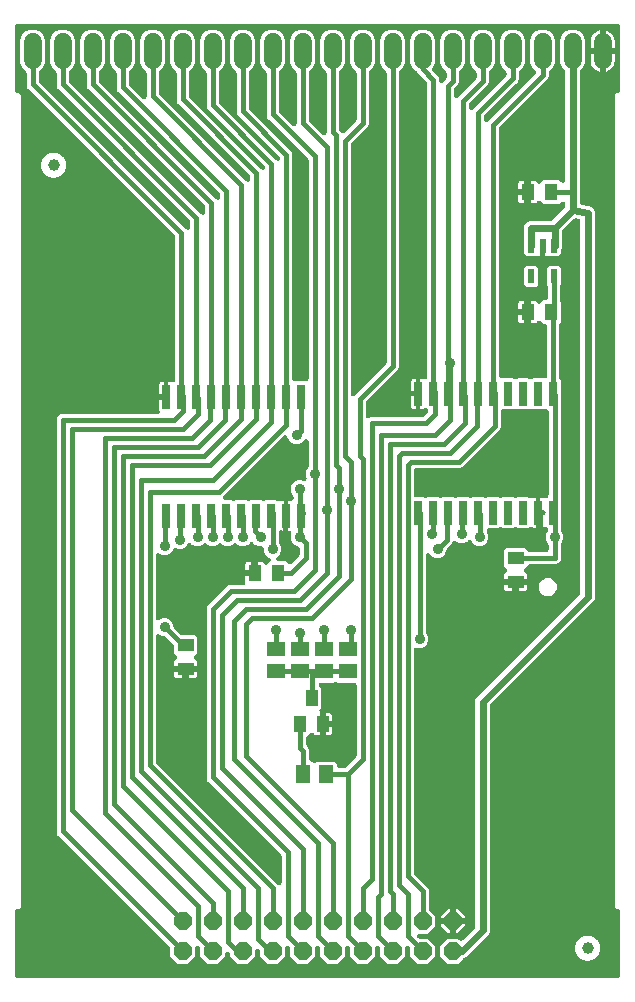
<source format=gbr>
G04 EAGLE Gerber RS-274X export*
G75*
%MOMM*%
%FSLAX34Y34*%
%LPD*%
%INTop Copper*%
%IPPOS*%
%AMOC8*
5,1,8,0,0,1.08239X$1,22.5*%
G01*
%ADD10R,1.500000X1.300000*%
%ADD11R,1.000000X1.400000*%
%ADD12P,1.649562X8X202.500000*%
%ADD13C,1.524000*%
%ADD14R,1.300000X1.500000*%
%ADD15R,0.660400X2.032000*%
%ADD16R,0.550000X1.200000*%
%ADD17R,1.400000X1.100000*%
%ADD18C,1.000000*%
%ADD19R,1.100000X1.400000*%
%ADD20C,0.406400*%
%ADD21C,0.906400*%
%ADD22C,0.609600*%

G36*
X254018Y-403857D02*
X254018Y-403857D01*
X254036Y-403859D01*
X254218Y-403838D01*
X254401Y-403819D01*
X254418Y-403814D01*
X254435Y-403812D01*
X254610Y-403755D01*
X254786Y-403701D01*
X254801Y-403693D01*
X254818Y-403687D01*
X254978Y-403597D01*
X255140Y-403509D01*
X255153Y-403498D01*
X255169Y-403489D01*
X255308Y-403369D01*
X255449Y-403252D01*
X255460Y-403238D01*
X255474Y-403226D01*
X255586Y-403081D01*
X255701Y-402938D01*
X255709Y-402922D01*
X255720Y-402908D01*
X255802Y-402743D01*
X255887Y-402581D01*
X255892Y-402564D01*
X255900Y-402548D01*
X255947Y-402369D01*
X255998Y-402194D01*
X256000Y-402176D01*
X256004Y-402159D01*
X256031Y-401828D01*
X256031Y-347472D01*
X256029Y-347454D01*
X256031Y-347436D01*
X256010Y-347254D01*
X255991Y-347071D01*
X255986Y-347054D01*
X255984Y-347037D01*
X255927Y-346862D01*
X255873Y-346686D01*
X255865Y-346671D01*
X255859Y-346654D01*
X255769Y-346494D01*
X255681Y-346332D01*
X255670Y-346319D01*
X255661Y-346303D01*
X255541Y-346164D01*
X255424Y-346023D01*
X255410Y-346012D01*
X255398Y-345998D01*
X255253Y-345886D01*
X255110Y-345771D01*
X255094Y-345763D01*
X255080Y-345752D01*
X254915Y-345670D01*
X254753Y-345585D01*
X254736Y-345580D01*
X254720Y-345572D01*
X254541Y-345525D01*
X254366Y-345474D01*
X254348Y-345472D01*
X254331Y-345468D01*
X254000Y-345441D01*
X252948Y-345441D01*
X251459Y-343952D01*
X251459Y343952D01*
X252948Y345441D01*
X254000Y345441D01*
X254018Y345443D01*
X254036Y345441D01*
X254218Y345462D01*
X254401Y345481D01*
X254418Y345486D01*
X254435Y345488D01*
X254610Y345545D01*
X254786Y345599D01*
X254801Y345607D01*
X254818Y345613D01*
X254978Y345703D01*
X255140Y345791D01*
X255153Y345802D01*
X255169Y345811D01*
X255308Y345931D01*
X255449Y346048D01*
X255460Y346062D01*
X255474Y346074D01*
X255586Y346219D01*
X255701Y346362D01*
X255709Y346378D01*
X255720Y346392D01*
X255802Y346557D01*
X255887Y346719D01*
X255892Y346736D01*
X255900Y346752D01*
X255947Y346931D01*
X255998Y347106D01*
X256000Y347124D01*
X256004Y347141D01*
X256031Y347472D01*
X256031Y401828D01*
X256029Y401846D01*
X256031Y401864D01*
X256010Y402046D01*
X255991Y402229D01*
X255986Y402246D01*
X255984Y402263D01*
X255927Y402438D01*
X255873Y402614D01*
X255865Y402629D01*
X255859Y402646D01*
X255769Y402806D01*
X255681Y402968D01*
X255670Y402981D01*
X255661Y402997D01*
X255541Y403136D01*
X255424Y403277D01*
X255410Y403288D01*
X255398Y403302D01*
X255253Y403414D01*
X255110Y403529D01*
X255094Y403537D01*
X255080Y403548D01*
X254915Y403630D01*
X254753Y403715D01*
X254736Y403720D01*
X254720Y403728D01*
X254541Y403775D01*
X254366Y403826D01*
X254348Y403828D01*
X254331Y403832D01*
X254000Y403859D01*
X-254000Y403859D01*
X-254018Y403857D01*
X-254036Y403859D01*
X-254218Y403838D01*
X-254401Y403819D01*
X-254418Y403814D01*
X-254435Y403812D01*
X-254610Y403755D01*
X-254786Y403701D01*
X-254801Y403693D01*
X-254818Y403687D01*
X-254978Y403597D01*
X-255140Y403509D01*
X-255153Y403498D01*
X-255169Y403489D01*
X-255308Y403369D01*
X-255449Y403252D01*
X-255460Y403238D01*
X-255474Y403226D01*
X-255586Y403081D01*
X-255701Y402938D01*
X-255709Y402922D01*
X-255720Y402908D01*
X-255802Y402743D01*
X-255887Y402581D01*
X-255892Y402564D01*
X-255900Y402548D01*
X-255947Y402369D01*
X-255998Y402194D01*
X-256000Y402176D01*
X-256004Y402159D01*
X-256031Y401828D01*
X-256031Y347472D01*
X-256029Y347454D01*
X-256031Y347436D01*
X-256010Y347254D01*
X-255991Y347071D01*
X-255986Y347054D01*
X-255984Y347037D01*
X-255927Y346862D01*
X-255873Y346686D01*
X-255865Y346671D01*
X-255859Y346654D01*
X-255769Y346494D01*
X-255681Y346332D01*
X-255670Y346319D01*
X-255661Y346303D01*
X-255541Y346164D01*
X-255424Y346023D01*
X-255410Y346012D01*
X-255398Y345998D01*
X-255253Y345886D01*
X-255110Y345771D01*
X-255094Y345763D01*
X-255080Y345752D01*
X-254915Y345670D01*
X-254753Y345585D01*
X-254736Y345580D01*
X-254720Y345572D01*
X-254541Y345525D01*
X-254366Y345474D01*
X-254348Y345472D01*
X-254331Y345468D01*
X-254000Y345441D01*
X-252948Y345441D01*
X-251459Y343952D01*
X-251459Y-343952D01*
X-252948Y-345441D01*
X-254000Y-345441D01*
X-254018Y-345443D01*
X-254036Y-345441D01*
X-254218Y-345462D01*
X-254401Y-345481D01*
X-254418Y-345486D01*
X-254435Y-345488D01*
X-254610Y-345545D01*
X-254786Y-345599D01*
X-254801Y-345607D01*
X-254818Y-345613D01*
X-254978Y-345703D01*
X-255140Y-345791D01*
X-255153Y-345802D01*
X-255169Y-345811D01*
X-255308Y-345931D01*
X-255449Y-346048D01*
X-255460Y-346062D01*
X-255474Y-346074D01*
X-255586Y-346219D01*
X-255701Y-346362D01*
X-255709Y-346378D01*
X-255720Y-346392D01*
X-255802Y-346557D01*
X-255887Y-346719D01*
X-255892Y-346736D01*
X-255900Y-346752D01*
X-255947Y-346931D01*
X-255998Y-347106D01*
X-256000Y-347124D01*
X-256004Y-347141D01*
X-256031Y-347472D01*
X-256031Y-401828D01*
X-256029Y-401846D01*
X-256031Y-401864D01*
X-256010Y-402046D01*
X-255991Y-402229D01*
X-255986Y-402246D01*
X-255984Y-402263D01*
X-255927Y-402438D01*
X-255873Y-402614D01*
X-255865Y-402629D01*
X-255859Y-402646D01*
X-255769Y-402806D01*
X-255681Y-402968D01*
X-255670Y-402981D01*
X-255661Y-402997D01*
X-255541Y-403136D01*
X-255424Y-403277D01*
X-255410Y-403288D01*
X-255398Y-403302D01*
X-255253Y-403414D01*
X-255110Y-403529D01*
X-255094Y-403537D01*
X-255080Y-403548D01*
X-254915Y-403630D01*
X-254753Y-403715D01*
X-254736Y-403720D01*
X-254720Y-403728D01*
X-254541Y-403775D01*
X-254366Y-403826D01*
X-254348Y-403828D01*
X-254331Y-403832D01*
X-254000Y-403859D01*
X254000Y-403859D01*
X254018Y-403857D01*
G37*
%LPC*%
G36*
X-118719Y-391669D02*
X-118719Y-391669D01*
X-124969Y-385419D01*
X-124969Y-378358D01*
X-124971Y-378331D01*
X-124969Y-378305D01*
X-124991Y-378131D01*
X-125009Y-377957D01*
X-125016Y-377932D01*
X-125020Y-377905D01*
X-125075Y-377739D01*
X-125127Y-377572D01*
X-125140Y-377549D01*
X-125148Y-377523D01*
X-125235Y-377372D01*
X-125319Y-377218D01*
X-125336Y-377198D01*
X-125349Y-377175D01*
X-125564Y-376922D01*
X-220207Y-282278D01*
X-220981Y-280411D01*
X-220981Y69591D01*
X-220207Y71458D01*
X-218778Y72887D01*
X-216955Y73643D01*
X-216954Y73643D01*
X-216911Y73661D01*
X-135385Y73661D01*
X-135239Y73675D01*
X-135093Y73682D01*
X-135039Y73695D01*
X-134984Y73701D01*
X-134844Y73744D01*
X-134702Y73779D01*
X-134652Y73802D01*
X-134599Y73819D01*
X-134471Y73888D01*
X-134339Y73951D01*
X-134294Y73984D01*
X-134245Y74011D01*
X-134133Y74104D01*
X-134016Y74191D01*
X-133979Y74233D01*
X-133936Y74268D01*
X-133844Y74382D01*
X-133747Y74491D01*
X-133718Y74539D01*
X-133684Y74582D01*
X-133616Y74712D01*
X-133542Y74838D01*
X-133524Y74890D01*
X-133498Y74939D01*
X-133458Y75080D01*
X-133410Y75218D01*
X-133402Y75273D01*
X-133387Y75326D01*
X-133375Y75472D01*
X-133355Y75617D01*
X-133358Y75672D01*
X-133354Y75728D01*
X-133371Y75872D01*
X-133380Y76019D01*
X-133394Y76072D01*
X-133401Y76127D01*
X-133446Y76266D01*
X-133484Y76408D01*
X-133511Y76465D01*
X-133526Y76510D01*
X-133567Y76583D01*
X-133626Y76708D01*
X-133940Y77251D01*
X-134113Y77897D01*
X-134113Y86361D01*
X-128270Y86361D01*
X-128253Y86362D01*
X-128235Y86361D01*
X-128052Y86382D01*
X-127870Y86400D01*
X-127853Y86406D01*
X-127835Y86408D01*
X-127660Y86465D01*
X-127485Y86519D01*
X-127469Y86527D01*
X-127452Y86533D01*
X-127292Y86623D01*
X-127131Y86710D01*
X-127117Y86722D01*
X-127102Y86731D01*
X-126962Y86851D01*
X-126822Y86968D01*
X-126821Y86968D01*
X-126821Y86969D01*
X-126810Y86982D01*
X-126797Y86994D01*
X-126796Y86994D01*
X-126684Y87139D01*
X-126569Y87282D01*
X-126560Y87298D01*
X-126550Y87312D01*
X-126468Y87477D01*
X-126383Y87640D01*
X-126378Y87657D01*
X-126370Y87673D01*
X-126322Y87851D01*
X-126272Y88027D01*
X-126270Y88044D01*
X-126266Y88062D01*
X-126239Y88392D01*
X-126239Y101093D01*
X-124633Y101093D01*
X-123987Y100920D01*
X-123698Y100752D01*
X-123564Y100692D01*
X-123435Y100625D01*
X-123381Y100609D01*
X-123331Y100587D01*
X-123188Y100554D01*
X-123048Y100513D01*
X-122992Y100509D01*
X-122938Y100496D01*
X-122792Y100492D01*
X-122646Y100481D01*
X-122591Y100487D01*
X-122536Y100485D01*
X-122392Y100510D01*
X-122247Y100527D01*
X-122194Y100545D01*
X-122139Y100554D01*
X-122003Y100607D01*
X-121864Y100652D01*
X-121815Y100680D01*
X-121764Y100700D01*
X-121641Y100778D01*
X-121513Y100850D01*
X-121471Y100886D01*
X-121424Y100916D01*
X-121319Y101018D01*
X-121208Y101113D01*
X-121175Y101157D01*
X-121134Y101196D01*
X-121051Y101316D01*
X-120962Y101431D01*
X-120937Y101481D01*
X-120905Y101527D01*
X-120848Y101661D01*
X-120782Y101792D01*
X-120768Y101846D01*
X-120746Y101897D01*
X-120716Y102039D01*
X-120678Y102181D01*
X-120673Y102244D01*
X-120663Y102290D01*
X-120662Y102374D01*
X-120651Y102511D01*
X-120651Y224384D01*
X-120653Y224411D01*
X-120651Y224437D01*
X-120673Y224611D01*
X-120691Y224785D01*
X-120698Y224810D01*
X-120702Y224837D01*
X-120757Y225003D01*
X-120809Y225170D01*
X-120822Y225193D01*
X-120830Y225219D01*
X-120917Y225370D01*
X-121001Y225524D01*
X-121018Y225544D01*
X-121031Y225567D01*
X-121246Y225820D01*
X-245607Y350182D01*
X-246381Y352049D01*
X-246381Y362580D01*
X-246383Y362602D01*
X-246381Y362624D01*
X-246403Y362802D01*
X-246421Y362980D01*
X-246427Y363001D01*
X-246430Y363024D01*
X-246486Y363193D01*
X-246539Y363365D01*
X-246549Y363385D01*
X-246556Y363406D01*
X-246645Y363561D01*
X-246731Y363719D01*
X-246745Y363736D01*
X-246756Y363756D01*
X-246874Y363891D01*
X-246988Y364028D01*
X-247006Y364042D01*
X-247020Y364059D01*
X-247162Y364168D01*
X-247233Y364225D01*
X-250345Y367337D01*
X-251969Y371258D01*
X-251969Y390742D01*
X-250345Y394663D01*
X-247343Y397665D01*
X-243422Y399289D01*
X-239178Y399289D01*
X-235257Y397665D01*
X-232255Y394663D01*
X-230631Y390742D01*
X-230631Y371258D01*
X-232255Y367337D01*
X-235344Y364248D01*
X-235357Y364241D01*
X-235492Y364124D01*
X-235631Y364009D01*
X-235645Y363992D01*
X-235662Y363978D01*
X-235771Y363837D01*
X-235884Y363697D01*
X-235895Y363677D01*
X-235908Y363660D01*
X-235988Y363499D01*
X-236071Y363340D01*
X-236078Y363319D01*
X-236088Y363299D01*
X-236134Y363125D01*
X-236184Y362954D01*
X-236186Y362932D01*
X-236192Y362910D01*
X-236219Y362580D01*
X-236219Y356006D01*
X-236217Y355979D01*
X-236219Y355953D01*
X-236197Y355779D01*
X-236179Y355605D01*
X-236172Y355580D01*
X-236168Y355553D01*
X-236113Y355387D01*
X-236061Y355220D01*
X-236048Y355197D01*
X-236040Y355171D01*
X-235953Y355020D01*
X-235869Y354866D01*
X-235852Y354846D01*
X-235839Y354823D01*
X-235624Y354570D01*
X-111418Y230364D01*
X-111411Y230358D01*
X-111406Y230351D01*
X-111256Y230231D01*
X-111107Y230108D01*
X-111099Y230104D01*
X-111092Y230099D01*
X-110921Y230010D01*
X-110751Y229920D01*
X-110743Y229917D01*
X-110735Y229913D01*
X-110549Y229860D01*
X-110365Y229805D01*
X-110356Y229804D01*
X-110348Y229802D01*
X-110156Y229786D01*
X-109964Y229769D01*
X-109955Y229770D01*
X-109946Y229769D01*
X-109757Y229791D01*
X-109564Y229812D01*
X-109555Y229815D01*
X-109547Y229816D01*
X-109365Y229875D01*
X-109180Y229934D01*
X-109172Y229938D01*
X-109164Y229941D01*
X-108995Y230036D01*
X-108828Y230128D01*
X-108821Y230134D01*
X-108813Y230139D01*
X-108667Y230265D01*
X-108521Y230389D01*
X-108515Y230396D01*
X-108508Y230402D01*
X-108391Y230553D01*
X-108271Y230705D01*
X-108267Y230713D01*
X-108262Y230720D01*
X-108176Y230892D01*
X-108089Y231064D01*
X-108086Y231072D01*
X-108082Y231080D01*
X-108032Y231267D01*
X-107981Y231452D01*
X-107980Y231460D01*
X-107978Y231469D01*
X-107951Y231800D01*
X-107951Y237084D01*
X-107953Y237111D01*
X-107951Y237137D01*
X-107973Y237311D01*
X-107991Y237485D01*
X-107998Y237510D01*
X-108002Y237537D01*
X-108057Y237703D01*
X-108109Y237870D01*
X-108122Y237893D01*
X-108130Y237919D01*
X-108217Y238070D01*
X-108301Y238224D01*
X-108318Y238244D01*
X-108331Y238267D01*
X-108546Y238520D01*
X-220207Y350182D01*
X-220981Y352049D01*
X-220981Y362580D01*
X-220983Y362602D01*
X-220981Y362624D01*
X-221003Y362802D01*
X-221021Y362980D01*
X-221027Y363001D01*
X-221030Y363024D01*
X-221086Y363193D01*
X-221139Y363365D01*
X-221149Y363385D01*
X-221156Y363406D01*
X-221245Y363561D01*
X-221331Y363719D01*
X-221345Y363736D01*
X-221356Y363756D01*
X-221474Y363891D01*
X-221588Y364028D01*
X-221606Y364042D01*
X-221620Y364059D01*
X-221762Y364168D01*
X-221833Y364225D01*
X-224945Y367337D01*
X-226569Y371258D01*
X-226569Y390742D01*
X-224945Y394663D01*
X-221943Y397665D01*
X-218022Y399289D01*
X-213778Y399289D01*
X-209857Y397665D01*
X-206855Y394663D01*
X-205231Y390742D01*
X-205231Y371258D01*
X-206855Y367337D01*
X-209944Y364248D01*
X-209957Y364241D01*
X-210092Y364124D01*
X-210231Y364009D01*
X-210245Y363992D01*
X-210262Y363978D01*
X-210371Y363837D01*
X-210484Y363697D01*
X-210495Y363677D01*
X-210508Y363660D01*
X-210588Y363499D01*
X-210671Y363340D01*
X-210678Y363319D01*
X-210688Y363299D01*
X-210734Y363125D01*
X-210784Y362954D01*
X-210786Y362932D01*
X-210792Y362910D01*
X-210819Y362580D01*
X-210819Y356006D01*
X-210817Y355979D01*
X-210819Y355953D01*
X-210797Y355779D01*
X-210779Y355605D01*
X-210772Y355580D01*
X-210768Y355553D01*
X-210713Y355387D01*
X-210661Y355220D01*
X-210648Y355197D01*
X-210640Y355171D01*
X-210553Y355020D01*
X-210469Y354866D01*
X-210452Y354846D01*
X-210439Y354823D01*
X-210224Y354570D01*
X-98718Y243064D01*
X-98711Y243058D01*
X-98706Y243051D01*
X-98556Y242931D01*
X-98407Y242808D01*
X-98399Y242804D01*
X-98392Y242799D01*
X-98221Y242710D01*
X-98051Y242620D01*
X-98043Y242617D01*
X-98035Y242613D01*
X-97849Y242560D01*
X-97665Y242505D01*
X-97656Y242504D01*
X-97648Y242502D01*
X-97456Y242486D01*
X-97264Y242469D01*
X-97255Y242470D01*
X-97246Y242469D01*
X-97057Y242491D01*
X-96864Y242512D01*
X-96855Y242515D01*
X-96847Y242516D01*
X-96665Y242575D01*
X-96480Y242634D01*
X-96472Y242638D01*
X-96464Y242641D01*
X-96295Y242736D01*
X-96128Y242828D01*
X-96121Y242834D01*
X-96113Y242839D01*
X-95967Y242965D01*
X-95821Y243089D01*
X-95815Y243096D01*
X-95808Y243102D01*
X-95691Y243253D01*
X-95571Y243405D01*
X-95567Y243413D01*
X-95562Y243420D01*
X-95476Y243592D01*
X-95389Y243764D01*
X-95386Y243772D01*
X-95382Y243780D01*
X-95332Y243967D01*
X-95281Y244152D01*
X-95280Y244160D01*
X-95278Y244169D01*
X-95251Y244500D01*
X-95251Y249784D01*
X-95253Y249811D01*
X-95251Y249837D01*
X-95273Y250011D01*
X-95291Y250185D01*
X-95298Y250210D01*
X-95302Y250237D01*
X-95357Y250403D01*
X-95409Y250570D01*
X-95422Y250593D01*
X-95430Y250619D01*
X-95517Y250770D01*
X-95601Y250924D01*
X-95618Y250944D01*
X-95631Y250967D01*
X-95846Y251220D01*
X-194807Y350182D01*
X-195581Y352049D01*
X-195581Y362580D01*
X-195583Y362602D01*
X-195581Y362624D01*
X-195603Y362802D01*
X-195621Y362980D01*
X-195627Y363001D01*
X-195630Y363024D01*
X-195686Y363193D01*
X-195739Y363365D01*
X-195749Y363385D01*
X-195756Y363406D01*
X-195845Y363561D01*
X-195931Y363719D01*
X-195945Y363736D01*
X-195956Y363756D01*
X-196074Y363891D01*
X-196188Y364028D01*
X-196206Y364042D01*
X-196220Y364059D01*
X-196362Y364168D01*
X-196433Y364225D01*
X-199545Y367337D01*
X-201169Y371258D01*
X-201169Y390742D01*
X-199545Y394663D01*
X-196543Y397665D01*
X-192622Y399289D01*
X-188378Y399289D01*
X-184457Y397665D01*
X-181455Y394663D01*
X-179831Y390742D01*
X-179831Y371258D01*
X-181455Y367337D01*
X-184544Y364248D01*
X-184557Y364241D01*
X-184692Y364124D01*
X-184831Y364009D01*
X-184845Y363992D01*
X-184862Y363978D01*
X-184971Y363837D01*
X-185084Y363697D01*
X-185095Y363677D01*
X-185108Y363660D01*
X-185188Y363499D01*
X-185271Y363340D01*
X-185278Y363319D01*
X-185288Y363299D01*
X-185334Y363125D01*
X-185384Y362954D01*
X-185386Y362932D01*
X-185392Y362910D01*
X-185419Y362580D01*
X-185419Y356006D01*
X-185417Y355979D01*
X-185419Y355953D01*
X-185397Y355779D01*
X-185379Y355605D01*
X-185372Y355580D01*
X-185368Y355553D01*
X-185313Y355387D01*
X-185261Y355220D01*
X-185248Y355197D01*
X-185240Y355171D01*
X-185153Y355020D01*
X-185069Y354866D01*
X-185052Y354846D01*
X-185039Y354823D01*
X-184824Y354570D01*
X-86018Y255764D01*
X-86011Y255758D01*
X-86006Y255751D01*
X-85856Y255631D01*
X-85707Y255508D01*
X-85699Y255504D01*
X-85692Y255499D01*
X-85521Y255410D01*
X-85351Y255320D01*
X-85343Y255317D01*
X-85335Y255313D01*
X-85149Y255260D01*
X-84965Y255205D01*
X-84956Y255204D01*
X-84948Y255202D01*
X-84756Y255186D01*
X-84564Y255169D01*
X-84555Y255170D01*
X-84546Y255169D01*
X-84357Y255191D01*
X-84164Y255212D01*
X-84155Y255215D01*
X-84147Y255216D01*
X-83965Y255275D01*
X-83780Y255334D01*
X-83772Y255338D01*
X-83764Y255341D01*
X-83595Y255436D01*
X-83428Y255528D01*
X-83421Y255534D01*
X-83413Y255539D01*
X-83267Y255665D01*
X-83121Y255789D01*
X-83115Y255796D01*
X-83108Y255802D01*
X-82991Y255953D01*
X-82871Y256105D01*
X-82867Y256113D01*
X-82862Y256120D01*
X-82776Y256292D01*
X-82689Y256464D01*
X-82686Y256472D01*
X-82682Y256480D01*
X-82632Y256667D01*
X-82581Y256852D01*
X-82580Y256860D01*
X-82578Y256869D01*
X-82551Y257200D01*
X-82551Y259944D01*
X-82553Y259971D01*
X-82551Y259997D01*
X-82573Y260171D01*
X-82591Y260345D01*
X-82598Y260370D01*
X-82602Y260397D01*
X-82657Y260563D01*
X-82709Y260730D01*
X-82722Y260753D01*
X-82730Y260779D01*
X-82817Y260930D01*
X-82901Y261084D01*
X-82918Y261104D01*
X-82931Y261127D01*
X-83146Y261380D01*
X-169407Y347642D01*
X-170181Y349509D01*
X-170181Y362580D01*
X-170183Y362602D01*
X-170181Y362624D01*
X-170203Y362802D01*
X-170221Y362980D01*
X-170227Y363001D01*
X-170230Y363024D01*
X-170286Y363193D01*
X-170339Y363365D01*
X-170349Y363385D01*
X-170356Y363406D01*
X-170445Y363561D01*
X-170531Y363719D01*
X-170545Y363736D01*
X-170556Y363756D01*
X-170674Y363891D01*
X-170788Y364028D01*
X-170806Y364042D01*
X-170820Y364059D01*
X-170962Y364168D01*
X-171033Y364225D01*
X-174145Y367337D01*
X-175769Y371258D01*
X-175769Y390742D01*
X-174145Y394663D01*
X-171143Y397665D01*
X-167222Y399289D01*
X-162978Y399289D01*
X-159057Y397665D01*
X-156055Y394663D01*
X-154431Y390742D01*
X-154431Y371258D01*
X-156055Y367337D01*
X-159144Y364248D01*
X-159157Y364241D01*
X-159292Y364124D01*
X-159431Y364009D01*
X-159445Y363992D01*
X-159462Y363978D01*
X-159571Y363837D01*
X-159684Y363697D01*
X-159695Y363677D01*
X-159708Y363660D01*
X-159788Y363499D01*
X-159871Y363340D01*
X-159878Y363319D01*
X-159888Y363299D01*
X-159934Y363125D01*
X-159984Y362954D01*
X-159986Y362932D01*
X-159992Y362910D01*
X-160019Y362580D01*
X-160019Y353466D01*
X-160017Y353439D01*
X-160019Y353413D01*
X-159997Y353239D01*
X-159979Y353065D01*
X-159972Y353040D01*
X-159968Y353013D01*
X-159913Y352847D01*
X-159861Y352680D01*
X-159848Y352657D01*
X-159840Y352631D01*
X-159753Y352480D01*
X-159669Y352326D01*
X-159652Y352306D01*
X-159639Y352283D01*
X-159424Y352030D01*
X-148248Y340854D01*
X-148241Y340848D01*
X-148236Y340841D01*
X-148086Y340721D01*
X-147937Y340598D01*
X-147929Y340594D01*
X-147922Y340589D01*
X-147752Y340500D01*
X-147581Y340410D01*
X-147572Y340407D01*
X-147565Y340403D01*
X-147380Y340350D01*
X-147195Y340295D01*
X-147186Y340294D01*
X-147178Y340292D01*
X-146986Y340276D01*
X-146794Y340259D01*
X-146785Y340260D01*
X-146776Y340259D01*
X-146587Y340281D01*
X-146394Y340302D01*
X-146385Y340305D01*
X-146377Y340306D01*
X-146195Y340365D01*
X-146010Y340424D01*
X-146002Y340428D01*
X-145994Y340431D01*
X-145825Y340526D01*
X-145658Y340618D01*
X-145651Y340624D01*
X-145643Y340629D01*
X-145497Y340755D01*
X-145351Y340879D01*
X-145345Y340886D01*
X-145338Y340892D01*
X-145221Y341043D01*
X-145101Y341195D01*
X-145097Y341203D01*
X-145092Y341210D01*
X-145006Y341382D01*
X-144919Y341554D01*
X-144916Y341562D01*
X-144912Y341570D01*
X-144862Y341757D01*
X-144811Y341942D01*
X-144810Y341950D01*
X-144808Y341959D01*
X-144781Y342290D01*
X-144781Y362580D01*
X-144783Y362602D01*
X-144781Y362624D01*
X-144803Y362802D01*
X-144821Y362980D01*
X-144827Y363001D01*
X-144830Y363024D01*
X-144886Y363193D01*
X-144939Y363365D01*
X-144949Y363385D01*
X-144956Y363406D01*
X-145045Y363561D01*
X-145131Y363719D01*
X-145145Y363736D01*
X-145156Y363756D01*
X-145274Y363891D01*
X-145388Y364028D01*
X-145406Y364042D01*
X-145420Y364059D01*
X-145562Y364168D01*
X-145633Y364225D01*
X-148745Y367337D01*
X-150369Y371258D01*
X-150369Y390742D01*
X-148745Y394663D01*
X-145743Y397665D01*
X-141822Y399289D01*
X-137578Y399289D01*
X-133657Y397665D01*
X-130655Y394663D01*
X-129031Y390742D01*
X-129031Y371258D01*
X-130655Y367337D01*
X-133744Y364248D01*
X-133757Y364241D01*
X-133892Y364124D01*
X-134031Y364009D01*
X-134045Y363992D01*
X-134062Y363978D01*
X-134171Y363837D01*
X-134284Y363697D01*
X-134295Y363677D01*
X-134308Y363660D01*
X-134388Y363499D01*
X-134471Y363340D01*
X-134478Y363319D01*
X-134488Y363299D01*
X-134534Y363125D01*
X-134584Y362954D01*
X-134586Y362932D01*
X-134592Y362910D01*
X-134619Y362580D01*
X-134619Y345846D01*
X-134617Y345819D01*
X-134619Y345793D01*
X-134597Y345619D01*
X-134579Y345445D01*
X-134572Y345420D01*
X-134568Y345393D01*
X-134513Y345227D01*
X-134461Y345060D01*
X-134448Y345037D01*
X-134440Y345011D01*
X-134353Y344860D01*
X-134269Y344706D01*
X-134252Y344686D01*
X-134239Y344663D01*
X-134024Y344410D01*
X-60618Y271004D01*
X-60611Y270998D01*
X-60606Y270991D01*
X-60456Y270871D01*
X-60307Y270748D01*
X-60299Y270744D01*
X-60292Y270739D01*
X-60121Y270650D01*
X-59951Y270560D01*
X-59943Y270557D01*
X-59935Y270553D01*
X-59749Y270500D01*
X-59565Y270445D01*
X-59556Y270444D01*
X-59548Y270442D01*
X-59356Y270426D01*
X-59164Y270409D01*
X-59155Y270410D01*
X-59146Y270409D01*
X-58957Y270431D01*
X-58764Y270452D01*
X-58755Y270455D01*
X-58747Y270456D01*
X-58565Y270515D01*
X-58380Y270574D01*
X-58372Y270578D01*
X-58364Y270581D01*
X-58195Y270676D01*
X-58028Y270768D01*
X-58021Y270774D01*
X-58013Y270779D01*
X-57868Y270904D01*
X-57721Y271029D01*
X-57715Y271036D01*
X-57708Y271042D01*
X-57591Y271193D01*
X-57471Y271345D01*
X-57467Y271353D01*
X-57462Y271360D01*
X-57376Y271531D01*
X-57289Y271704D01*
X-57286Y271712D01*
X-57282Y271720D01*
X-57232Y271907D01*
X-57181Y272092D01*
X-57180Y272100D01*
X-57178Y272109D01*
X-57151Y272440D01*
X-57151Y275184D01*
X-57153Y275211D01*
X-57151Y275237D01*
X-57173Y275411D01*
X-57191Y275585D01*
X-57198Y275610D01*
X-57202Y275637D01*
X-57257Y275803D01*
X-57309Y275970D01*
X-57322Y275993D01*
X-57330Y276019D01*
X-57417Y276170D01*
X-57501Y276324D01*
X-57518Y276344D01*
X-57531Y276367D01*
X-57746Y276620D01*
X-118607Y337482D01*
X-119381Y339349D01*
X-119381Y362580D01*
X-119383Y362602D01*
X-119381Y362624D01*
X-119403Y362802D01*
X-119421Y362980D01*
X-119427Y363001D01*
X-119430Y363024D01*
X-119486Y363193D01*
X-119539Y363365D01*
X-119549Y363385D01*
X-119556Y363406D01*
X-119645Y363561D01*
X-119731Y363719D01*
X-119745Y363736D01*
X-119756Y363756D01*
X-119874Y363891D01*
X-119988Y364028D01*
X-120006Y364042D01*
X-120020Y364059D01*
X-120162Y364168D01*
X-120233Y364225D01*
X-123345Y367337D01*
X-124969Y371258D01*
X-124969Y390742D01*
X-123345Y394663D01*
X-120343Y397665D01*
X-116422Y399289D01*
X-112178Y399289D01*
X-108257Y397665D01*
X-105255Y394663D01*
X-103631Y390742D01*
X-103631Y371258D01*
X-105255Y367337D01*
X-108344Y364248D01*
X-108357Y364241D01*
X-108492Y364124D01*
X-108631Y364009D01*
X-108645Y363992D01*
X-108662Y363978D01*
X-108771Y363837D01*
X-108884Y363697D01*
X-108895Y363677D01*
X-108908Y363660D01*
X-108988Y363499D01*
X-109071Y363340D01*
X-109078Y363319D01*
X-109088Y363299D01*
X-109134Y363125D01*
X-109184Y362954D01*
X-109186Y362932D01*
X-109192Y362910D01*
X-109219Y362580D01*
X-109219Y343306D01*
X-109217Y343279D01*
X-109219Y343253D01*
X-109197Y343079D01*
X-109179Y342905D01*
X-109172Y342880D01*
X-109168Y342853D01*
X-109113Y342687D01*
X-109061Y342520D01*
X-109048Y342497D01*
X-109040Y342471D01*
X-108953Y342320D01*
X-108869Y342166D01*
X-108852Y342146D01*
X-108839Y342123D01*
X-108624Y341870D01*
X-47918Y281164D01*
X-47911Y281158D01*
X-47906Y281151D01*
X-47756Y281031D01*
X-47607Y280908D01*
X-47599Y280904D01*
X-47592Y280899D01*
X-47421Y280810D01*
X-47251Y280720D01*
X-47243Y280717D01*
X-47235Y280713D01*
X-47049Y280660D01*
X-46865Y280605D01*
X-46856Y280604D01*
X-46848Y280602D01*
X-46656Y280586D01*
X-46464Y280569D01*
X-46455Y280570D01*
X-46446Y280569D01*
X-46257Y280591D01*
X-46064Y280612D01*
X-46055Y280615D01*
X-46047Y280616D01*
X-45865Y280675D01*
X-45680Y280734D01*
X-45672Y280738D01*
X-45664Y280741D01*
X-45495Y280836D01*
X-45328Y280928D01*
X-45321Y280934D01*
X-45313Y280939D01*
X-45167Y281065D01*
X-45021Y281189D01*
X-45015Y281196D01*
X-45008Y281202D01*
X-44891Y281353D01*
X-44771Y281505D01*
X-44767Y281513D01*
X-44762Y281520D01*
X-44676Y281692D01*
X-44589Y281864D01*
X-44586Y281872D01*
X-44582Y281880D01*
X-44532Y282067D01*
X-44481Y282252D01*
X-44480Y282260D01*
X-44478Y282269D01*
X-44451Y282600D01*
X-44451Y282804D01*
X-44453Y282831D01*
X-44451Y282857D01*
X-44473Y283031D01*
X-44491Y283205D01*
X-44498Y283230D01*
X-44502Y283257D01*
X-44557Y283423D01*
X-44609Y283590D01*
X-44622Y283613D01*
X-44630Y283639D01*
X-44717Y283790D01*
X-44801Y283944D01*
X-44818Y283964D01*
X-44831Y283987D01*
X-45046Y284240D01*
X-93207Y332402D01*
X-93981Y334269D01*
X-93981Y362580D01*
X-93983Y362602D01*
X-93981Y362624D01*
X-94003Y362802D01*
X-94021Y362980D01*
X-94027Y363001D01*
X-94030Y363024D01*
X-94086Y363193D01*
X-94139Y363365D01*
X-94149Y363385D01*
X-94156Y363406D01*
X-94245Y363561D01*
X-94331Y363719D01*
X-94345Y363736D01*
X-94356Y363756D01*
X-94474Y363891D01*
X-94588Y364028D01*
X-94606Y364042D01*
X-94620Y364059D01*
X-94762Y364168D01*
X-94833Y364225D01*
X-97945Y367337D01*
X-99569Y371258D01*
X-99569Y390742D01*
X-97945Y394663D01*
X-94943Y397665D01*
X-91022Y399289D01*
X-86778Y399289D01*
X-82857Y397665D01*
X-79855Y394663D01*
X-78231Y390742D01*
X-78231Y371258D01*
X-79855Y367337D01*
X-82944Y364248D01*
X-82957Y364241D01*
X-83092Y364124D01*
X-83231Y364009D01*
X-83245Y363992D01*
X-83262Y363978D01*
X-83371Y363837D01*
X-83484Y363697D01*
X-83495Y363677D01*
X-83508Y363660D01*
X-83588Y363499D01*
X-83671Y363340D01*
X-83678Y363319D01*
X-83688Y363299D01*
X-83734Y363125D01*
X-83784Y362954D01*
X-83786Y362932D01*
X-83792Y362910D01*
X-83819Y362580D01*
X-83819Y338226D01*
X-83817Y338199D01*
X-83819Y338173D01*
X-83797Y337999D01*
X-83779Y337825D01*
X-83772Y337800D01*
X-83768Y337773D01*
X-83713Y337607D01*
X-83661Y337440D01*
X-83648Y337417D01*
X-83640Y337391D01*
X-83553Y337240D01*
X-83469Y337086D01*
X-83452Y337066D01*
X-83439Y337043D01*
X-83224Y336790D01*
X-35218Y288784D01*
X-35211Y288778D01*
X-35206Y288771D01*
X-35056Y288651D01*
X-34907Y288528D01*
X-34899Y288524D01*
X-34892Y288519D01*
X-34721Y288430D01*
X-34551Y288340D01*
X-34543Y288337D01*
X-34535Y288333D01*
X-34349Y288280D01*
X-34165Y288225D01*
X-34156Y288224D01*
X-34148Y288222D01*
X-33956Y288206D01*
X-33764Y288189D01*
X-33755Y288190D01*
X-33746Y288189D01*
X-33557Y288211D01*
X-33364Y288232D01*
X-33355Y288235D01*
X-33347Y288236D01*
X-33165Y288295D01*
X-32980Y288354D01*
X-32972Y288358D01*
X-32964Y288361D01*
X-32795Y288456D01*
X-32628Y288548D01*
X-32621Y288554D01*
X-32613Y288559D01*
X-32467Y288685D01*
X-32321Y288809D01*
X-32315Y288816D01*
X-32308Y288822D01*
X-32191Y288973D01*
X-32071Y289125D01*
X-32067Y289133D01*
X-32062Y289140D01*
X-31976Y289312D01*
X-31889Y289484D01*
X-31886Y289492D01*
X-31882Y289500D01*
X-31833Y289685D01*
X-31781Y289872D01*
X-31780Y289880D01*
X-31778Y289889D01*
X-31751Y290220D01*
X-31751Y290424D01*
X-31753Y290451D01*
X-31751Y290477D01*
X-31773Y290651D01*
X-31791Y290825D01*
X-31798Y290850D01*
X-31802Y290877D01*
X-31857Y291043D01*
X-31909Y291210D01*
X-31922Y291233D01*
X-31930Y291259D01*
X-32017Y291410D01*
X-32101Y291564D01*
X-32118Y291584D01*
X-32131Y291607D01*
X-32346Y291860D01*
X-67807Y327322D01*
X-68581Y329189D01*
X-68581Y362580D01*
X-68583Y362602D01*
X-68581Y362624D01*
X-68603Y362802D01*
X-68621Y362980D01*
X-68627Y363001D01*
X-68630Y363024D01*
X-68686Y363193D01*
X-68739Y363365D01*
X-68749Y363385D01*
X-68756Y363406D01*
X-68845Y363561D01*
X-68931Y363719D01*
X-68945Y363736D01*
X-68956Y363756D01*
X-69074Y363891D01*
X-69188Y364028D01*
X-69206Y364042D01*
X-69220Y364059D01*
X-69362Y364168D01*
X-69433Y364225D01*
X-72545Y367337D01*
X-74169Y371258D01*
X-74169Y390742D01*
X-72545Y394663D01*
X-69543Y397665D01*
X-65622Y399289D01*
X-61378Y399289D01*
X-57457Y397665D01*
X-54455Y394663D01*
X-52831Y390742D01*
X-52831Y371258D01*
X-54455Y367337D01*
X-57544Y364248D01*
X-57557Y364241D01*
X-57692Y364124D01*
X-57831Y364009D01*
X-57845Y363992D01*
X-57862Y363978D01*
X-57971Y363837D01*
X-58084Y363697D01*
X-58095Y363677D01*
X-58108Y363660D01*
X-58188Y363499D01*
X-58271Y363340D01*
X-58278Y363319D01*
X-58288Y363299D01*
X-58334Y363125D01*
X-58384Y362954D01*
X-58386Y362932D01*
X-58392Y362910D01*
X-58419Y362580D01*
X-58419Y333146D01*
X-58417Y333119D01*
X-58419Y333093D01*
X-58397Y332919D01*
X-58379Y332745D01*
X-58372Y332720D01*
X-58368Y332693D01*
X-58313Y332527D01*
X-58261Y332360D01*
X-58248Y332337D01*
X-58240Y332311D01*
X-58153Y332160D01*
X-58069Y332006D01*
X-58052Y331986D01*
X-58039Y331963D01*
X-57824Y331710D01*
X-22363Y296248D01*
X-21589Y294381D01*
X-21589Y103450D01*
X-21588Y103441D01*
X-21589Y103432D01*
X-21568Y103240D01*
X-21549Y103050D01*
X-21547Y103041D01*
X-21546Y103032D01*
X-21488Y102849D01*
X-21431Y102665D01*
X-21427Y102657D01*
X-21424Y102648D01*
X-21331Y102479D01*
X-21239Y102311D01*
X-21234Y102304D01*
X-21229Y102296D01*
X-21104Y102148D01*
X-20982Y102001D01*
X-20975Y101996D01*
X-20969Y101989D01*
X-20817Y101869D01*
X-20668Y101749D01*
X-20660Y101745D01*
X-20653Y101739D01*
X-20480Y101652D01*
X-20311Y101563D01*
X-20302Y101561D01*
X-20294Y101557D01*
X-20107Y101505D01*
X-19924Y101452D01*
X-19915Y101451D01*
X-19906Y101449D01*
X-19715Y101435D01*
X-19522Y101419D01*
X-19513Y101420D01*
X-19505Y101420D01*
X-19315Y101444D01*
X-19123Y101466D01*
X-19114Y101469D01*
X-19105Y101470D01*
X-18923Y101531D01*
X-18740Y101591D01*
X-18732Y101595D01*
X-18723Y101598D01*
X-18719Y101601D01*
X-9652Y101601D01*
X-9634Y101603D01*
X-9616Y101601D01*
X-9434Y101622D01*
X-9251Y101641D01*
X-9234Y101646D01*
X-9217Y101648D01*
X-9042Y101705D01*
X-8866Y101759D01*
X-8851Y101767D01*
X-8834Y101773D01*
X-8674Y101863D01*
X-8512Y101951D01*
X-8499Y101962D01*
X-8483Y101971D01*
X-8344Y102091D01*
X-8203Y102208D01*
X-8192Y102222D01*
X-8178Y102234D01*
X-8066Y102379D01*
X-7951Y102522D01*
X-7943Y102538D01*
X-7932Y102552D01*
X-7850Y102717D01*
X-7765Y102879D01*
X-7760Y102896D01*
X-7752Y102912D01*
X-7705Y103091D01*
X-7654Y103266D01*
X-7652Y103284D01*
X-7648Y103301D01*
X-7621Y103632D01*
X-7621Y289154D01*
X-7623Y289181D01*
X-7621Y289207D01*
X-7643Y289381D01*
X-7661Y289555D01*
X-7668Y289580D01*
X-7672Y289607D01*
X-7727Y289773D01*
X-7779Y289940D01*
X-7792Y289963D01*
X-7800Y289989D01*
X-7887Y290140D01*
X-7971Y290294D01*
X-7988Y290314D01*
X-8001Y290337D01*
X-8216Y290590D01*
X-40692Y323067D01*
X-42407Y324782D01*
X-43181Y326649D01*
X-43181Y362580D01*
X-43183Y362602D01*
X-43181Y362624D01*
X-43203Y362802D01*
X-43221Y362980D01*
X-43227Y363001D01*
X-43230Y363024D01*
X-43286Y363193D01*
X-43339Y363365D01*
X-43349Y363385D01*
X-43356Y363406D01*
X-43445Y363561D01*
X-43531Y363719D01*
X-43545Y363736D01*
X-43556Y363756D01*
X-43674Y363891D01*
X-43788Y364028D01*
X-43806Y364042D01*
X-43820Y364059D01*
X-43962Y364168D01*
X-44033Y364225D01*
X-47145Y367337D01*
X-48769Y371258D01*
X-48769Y390742D01*
X-47145Y394663D01*
X-44143Y397665D01*
X-40222Y399289D01*
X-35978Y399289D01*
X-32057Y397665D01*
X-29055Y394663D01*
X-27431Y390742D01*
X-27431Y371258D01*
X-29055Y367337D01*
X-32144Y364248D01*
X-32157Y364241D01*
X-32292Y364124D01*
X-32431Y364009D01*
X-32445Y363992D01*
X-32462Y363978D01*
X-32571Y363837D01*
X-32684Y363697D01*
X-32695Y363677D01*
X-32708Y363660D01*
X-32788Y363499D01*
X-32871Y363340D01*
X-32878Y363319D01*
X-32888Y363299D01*
X-32934Y363125D01*
X-32984Y362954D01*
X-32986Y362932D01*
X-32992Y362910D01*
X-33019Y362580D01*
X-33019Y330606D01*
X-33017Y330579D01*
X-33019Y330553D01*
X-32997Y330379D01*
X-32979Y330205D01*
X-32972Y330180D01*
X-32968Y330153D01*
X-32913Y329987D01*
X-32861Y329820D01*
X-32848Y329797D01*
X-32840Y329771D01*
X-32753Y329620D01*
X-32669Y329466D01*
X-32652Y329446D01*
X-32639Y329423D01*
X-32424Y329170D01*
X-21248Y317994D01*
X-21241Y317988D01*
X-21236Y317981D01*
X-21086Y317861D01*
X-20937Y317738D01*
X-20929Y317734D01*
X-20922Y317729D01*
X-20752Y317640D01*
X-20581Y317550D01*
X-20572Y317547D01*
X-20565Y317543D01*
X-20380Y317490D01*
X-20195Y317435D01*
X-20186Y317434D01*
X-20178Y317432D01*
X-19986Y317416D01*
X-19794Y317399D01*
X-19785Y317400D01*
X-19776Y317399D01*
X-19587Y317421D01*
X-19394Y317442D01*
X-19385Y317445D01*
X-19377Y317446D01*
X-19195Y317505D01*
X-19010Y317564D01*
X-19002Y317568D01*
X-18994Y317571D01*
X-18825Y317666D01*
X-18658Y317758D01*
X-18651Y317764D01*
X-18643Y317769D01*
X-18497Y317895D01*
X-18351Y318019D01*
X-18345Y318026D01*
X-18338Y318032D01*
X-18221Y318183D01*
X-18101Y318335D01*
X-18097Y318343D01*
X-18092Y318350D01*
X-18006Y318522D01*
X-17919Y318694D01*
X-17916Y318702D01*
X-17912Y318710D01*
X-17862Y318897D01*
X-17811Y319082D01*
X-17810Y319090D01*
X-17808Y319099D01*
X-17781Y319430D01*
X-17781Y362580D01*
X-17783Y362602D01*
X-17781Y362624D01*
X-17803Y362802D01*
X-17821Y362980D01*
X-17827Y363001D01*
X-17830Y363024D01*
X-17886Y363193D01*
X-17939Y363365D01*
X-17949Y363385D01*
X-17956Y363406D01*
X-18045Y363561D01*
X-18131Y363719D01*
X-18145Y363736D01*
X-18156Y363756D01*
X-18274Y363891D01*
X-18388Y364028D01*
X-18406Y364042D01*
X-18420Y364059D01*
X-18562Y364168D01*
X-18633Y364225D01*
X-21745Y367337D01*
X-23369Y371258D01*
X-23369Y390742D01*
X-21745Y394663D01*
X-18743Y397665D01*
X-14822Y399289D01*
X-10578Y399289D01*
X-6657Y397665D01*
X-3655Y394663D01*
X-2031Y390742D01*
X-2031Y371258D01*
X-3655Y367337D01*
X-6744Y364248D01*
X-6757Y364241D01*
X-6892Y364124D01*
X-7031Y364009D01*
X-7045Y363992D01*
X-7062Y363978D01*
X-7171Y363837D01*
X-7284Y363697D01*
X-7295Y363677D01*
X-7308Y363660D01*
X-7388Y363499D01*
X-7471Y363340D01*
X-7478Y363319D01*
X-7488Y363299D01*
X-7534Y363125D01*
X-7584Y362954D01*
X-7586Y362932D01*
X-7592Y362910D01*
X-7619Y362580D01*
X-7619Y322986D01*
X-7617Y322959D01*
X-7619Y322933D01*
X-7597Y322759D01*
X-7579Y322585D01*
X-7572Y322560D01*
X-7568Y322533D01*
X-7513Y322368D01*
X-7461Y322200D01*
X-7448Y322177D01*
X-7440Y322151D01*
X-7353Y322000D01*
X-7269Y321846D01*
X-7252Y321826D01*
X-7239Y321803D01*
X-7024Y321550D01*
X4152Y310374D01*
X4159Y310368D01*
X4164Y310361D01*
X4314Y310241D01*
X4463Y310118D01*
X4471Y310114D01*
X4478Y310109D01*
X4648Y310020D01*
X4819Y309930D01*
X4828Y309927D01*
X4835Y309923D01*
X5020Y309870D01*
X5205Y309815D01*
X5214Y309814D01*
X5222Y309812D01*
X5414Y309796D01*
X5606Y309779D01*
X5615Y309780D01*
X5624Y309779D01*
X5813Y309801D01*
X6006Y309822D01*
X6015Y309825D01*
X6023Y309826D01*
X6205Y309885D01*
X6390Y309944D01*
X6398Y309948D01*
X6406Y309951D01*
X6575Y310046D01*
X6742Y310138D01*
X6749Y310144D01*
X6757Y310149D01*
X6903Y310275D01*
X7049Y310399D01*
X7055Y310406D01*
X7062Y310412D01*
X7179Y310563D01*
X7299Y310715D01*
X7303Y310723D01*
X7308Y310730D01*
X7394Y310902D01*
X7481Y311074D01*
X7484Y311082D01*
X7488Y311090D01*
X7538Y311277D01*
X7589Y311462D01*
X7590Y311470D01*
X7592Y311479D01*
X7619Y311810D01*
X7619Y362580D01*
X7617Y362602D01*
X7619Y362624D01*
X7597Y362802D01*
X7579Y362980D01*
X7573Y363001D01*
X7570Y363024D01*
X7514Y363193D01*
X7461Y363365D01*
X7451Y363385D01*
X7444Y363406D01*
X7355Y363561D01*
X7269Y363719D01*
X7255Y363736D01*
X7244Y363756D01*
X7126Y363891D01*
X7012Y364028D01*
X6994Y364042D01*
X6980Y364059D01*
X6838Y364168D01*
X6767Y364225D01*
X3655Y367337D01*
X2031Y371258D01*
X2031Y390742D01*
X3655Y394663D01*
X6657Y397665D01*
X10578Y399289D01*
X14822Y399289D01*
X18743Y397665D01*
X21745Y394663D01*
X23369Y390742D01*
X23369Y371258D01*
X21745Y367337D01*
X18656Y364248D01*
X18643Y364241D01*
X18508Y364124D01*
X18369Y364009D01*
X18355Y363992D01*
X18338Y363978D01*
X18229Y363837D01*
X18116Y363697D01*
X18105Y363677D01*
X18092Y363660D01*
X18012Y363499D01*
X17929Y363340D01*
X17922Y363319D01*
X17912Y363299D01*
X17866Y363125D01*
X17816Y362954D01*
X17814Y362932D01*
X17808Y362910D01*
X17781Y362580D01*
X17781Y315366D01*
X17783Y315339D01*
X17781Y315313D01*
X17803Y315139D01*
X17821Y314965D01*
X17828Y314940D01*
X17832Y314913D01*
X17887Y314747D01*
X17939Y314580D01*
X17952Y314557D01*
X17960Y314531D01*
X18047Y314380D01*
X18131Y314226D01*
X18148Y314206D01*
X18161Y314183D01*
X18376Y313930D01*
X19547Y312758D01*
X19580Y312678D01*
X19587Y312666D01*
X19591Y312653D01*
X19682Y312489D01*
X19771Y312323D01*
X19779Y312312D01*
X19786Y312301D01*
X19907Y312158D01*
X20027Y312012D01*
X20037Y312004D01*
X20046Y311994D01*
X20194Y311877D01*
X20340Y311759D01*
X20352Y311752D01*
X20362Y311744D01*
X20530Y311659D01*
X20696Y311572D01*
X20709Y311568D01*
X20721Y311562D01*
X20903Y311511D01*
X21083Y311459D01*
X21096Y311457D01*
X21109Y311454D01*
X21298Y311440D01*
X21484Y311424D01*
X21497Y311425D01*
X21510Y311424D01*
X21698Y311448D01*
X21884Y311469D01*
X21897Y311473D01*
X21910Y311475D01*
X22088Y311535D01*
X22267Y311592D01*
X22279Y311599D01*
X22292Y311603D01*
X22454Y311697D01*
X22619Y311789D01*
X22629Y311797D01*
X22640Y311804D01*
X22893Y312019D01*
X32424Y321550D01*
X32441Y321570D01*
X32462Y321588D01*
X32569Y321726D01*
X32679Y321861D01*
X32692Y321885D01*
X32708Y321906D01*
X32786Y322063D01*
X32868Y322217D01*
X32876Y322242D01*
X32888Y322266D01*
X32933Y322436D01*
X32983Y322603D01*
X32985Y322629D01*
X32992Y322655D01*
X33019Y322986D01*
X33019Y362580D01*
X33017Y362602D01*
X33019Y362624D01*
X32997Y362802D01*
X32979Y362980D01*
X32973Y363001D01*
X32970Y363024D01*
X32914Y363193D01*
X32861Y363365D01*
X32851Y363385D01*
X32844Y363406D01*
X32755Y363561D01*
X32669Y363719D01*
X32655Y363736D01*
X32644Y363756D01*
X32526Y363891D01*
X32412Y364028D01*
X32394Y364042D01*
X32380Y364059D01*
X32238Y364168D01*
X32167Y364225D01*
X29055Y367337D01*
X27431Y371258D01*
X27431Y390742D01*
X29055Y394663D01*
X32057Y397665D01*
X35978Y399289D01*
X40222Y399289D01*
X44143Y397665D01*
X47145Y394663D01*
X48769Y390742D01*
X48769Y371258D01*
X47145Y367337D01*
X44056Y364248D01*
X44043Y364241D01*
X43908Y364124D01*
X43769Y364009D01*
X43755Y363992D01*
X43738Y363978D01*
X43629Y363837D01*
X43516Y363697D01*
X43505Y363677D01*
X43492Y363660D01*
X43412Y363499D01*
X43329Y363340D01*
X43322Y363319D01*
X43312Y363299D01*
X43266Y363125D01*
X43216Y362954D01*
X43214Y362932D01*
X43208Y362910D01*
X43181Y362580D01*
X43181Y319029D01*
X42407Y317162D01*
X28536Y303290D01*
X28519Y303270D01*
X28498Y303252D01*
X28391Y303114D01*
X28281Y302979D01*
X28268Y302955D01*
X28252Y302934D01*
X28174Y302777D01*
X28092Y302623D01*
X28084Y302598D01*
X28072Y302574D01*
X28027Y302404D01*
X27977Y302237D01*
X27975Y302211D01*
X27968Y302185D01*
X27941Y301854D01*
X27941Y90830D01*
X27942Y90821D01*
X27941Y90812D01*
X27962Y90620D01*
X27981Y90429D01*
X27983Y90421D01*
X27984Y90412D01*
X28042Y90229D01*
X28099Y90044D01*
X28103Y90036D01*
X28106Y90028D01*
X28199Y89860D01*
X28291Y89690D01*
X28296Y89683D01*
X28301Y89676D01*
X28426Y89528D01*
X28548Y89381D01*
X28555Y89375D01*
X28561Y89369D01*
X28713Y89249D01*
X28862Y89129D01*
X28870Y89125D01*
X28877Y89119D01*
X29049Y89032D01*
X29219Y88943D01*
X29228Y88941D01*
X29236Y88937D01*
X29422Y88885D01*
X29606Y88832D01*
X29615Y88831D01*
X29624Y88829D01*
X29816Y88815D01*
X30008Y88799D01*
X30016Y88800D01*
X30025Y88799D01*
X30218Y88824D01*
X30407Y88846D01*
X30416Y88849D01*
X30425Y88850D01*
X30608Y88911D01*
X30790Y88971D01*
X30798Y88975D01*
X30806Y88978D01*
X30972Y89073D01*
X31141Y89169D01*
X31148Y89174D01*
X31155Y89179D01*
X31408Y89394D01*
X32967Y90953D01*
X32968Y90953D01*
X57824Y115810D01*
X57841Y115830D01*
X57862Y115848D01*
X57969Y115986D01*
X58079Y116121D01*
X58092Y116145D01*
X58108Y116166D01*
X58186Y116323D01*
X58268Y116477D01*
X58276Y116502D01*
X58288Y116526D01*
X58333Y116696D01*
X58383Y116863D01*
X58385Y116889D01*
X58392Y116915D01*
X58419Y117246D01*
X58419Y362580D01*
X58417Y362602D01*
X58419Y362624D01*
X58397Y362802D01*
X58379Y362980D01*
X58373Y363001D01*
X58370Y363024D01*
X58314Y363193D01*
X58261Y363365D01*
X58251Y363385D01*
X58244Y363406D01*
X58155Y363561D01*
X58069Y363719D01*
X58055Y363736D01*
X58044Y363756D01*
X57926Y363891D01*
X57812Y364028D01*
X57794Y364042D01*
X57780Y364059D01*
X57638Y364168D01*
X57567Y364225D01*
X54455Y367337D01*
X52831Y371258D01*
X52831Y390742D01*
X54455Y394663D01*
X57457Y397665D01*
X61378Y399289D01*
X65622Y399289D01*
X69543Y397665D01*
X72545Y394663D01*
X74169Y390742D01*
X74169Y371258D01*
X72545Y367337D01*
X69456Y364248D01*
X69443Y364241D01*
X69308Y364124D01*
X69169Y364009D01*
X69155Y363992D01*
X69138Y363978D01*
X69029Y363837D01*
X68916Y363697D01*
X68905Y363677D01*
X68892Y363660D01*
X68812Y363499D01*
X68729Y363340D01*
X68722Y363319D01*
X68712Y363299D01*
X68666Y363125D01*
X68616Y362954D01*
X68614Y362932D01*
X68608Y362910D01*
X68581Y362580D01*
X68581Y113289D01*
X67807Y111422D01*
X41236Y84850D01*
X41219Y84830D01*
X41198Y84812D01*
X41091Y84674D01*
X40981Y84539D01*
X40968Y84515D01*
X40952Y84494D01*
X40874Y84337D01*
X40792Y84183D01*
X40784Y84158D01*
X40772Y84134D01*
X40727Y83964D01*
X40677Y83797D01*
X40675Y83771D01*
X40668Y83745D01*
X40641Y83414D01*
X40641Y72475D01*
X40642Y72462D01*
X40641Y72449D01*
X40662Y72263D01*
X40681Y72075D01*
X40685Y72062D01*
X40686Y72049D01*
X40744Y71870D01*
X40799Y71690D01*
X40805Y71678D01*
X40809Y71665D01*
X40901Y71501D01*
X40991Y71336D01*
X40999Y71326D01*
X41006Y71314D01*
X41128Y71171D01*
X41248Y71027D01*
X41259Y71018D01*
X41267Y71008D01*
X41416Y70892D01*
X41562Y70774D01*
X41574Y70768D01*
X41584Y70760D01*
X41753Y70675D01*
X41919Y70589D01*
X41932Y70585D01*
X41944Y70579D01*
X42125Y70529D01*
X42306Y70477D01*
X42320Y70476D01*
X42333Y70473D01*
X42521Y70460D01*
X42708Y70444D01*
X42721Y70446D01*
X42734Y70445D01*
X42922Y70470D01*
X43107Y70491D01*
X43120Y70496D01*
X43133Y70497D01*
X43449Y70599D01*
X44709Y71121D01*
X88494Y71121D01*
X88521Y71123D01*
X88547Y71121D01*
X88721Y71143D01*
X88895Y71161D01*
X88920Y71168D01*
X88947Y71172D01*
X89113Y71227D01*
X89280Y71279D01*
X89303Y71292D01*
X89329Y71300D01*
X89480Y71387D01*
X89634Y71471D01*
X89654Y71488D01*
X89677Y71501D01*
X89930Y71716D01*
X93145Y74931D01*
X93157Y74944D01*
X93170Y74956D01*
X93284Y75100D01*
X93400Y75242D01*
X93409Y75258D01*
X93420Y75272D01*
X93503Y75436D01*
X93589Y75598D01*
X93594Y75615D01*
X93602Y75631D01*
X93651Y75808D01*
X93704Y75984D01*
X93705Y76001D01*
X93710Y76019D01*
X93723Y76200D01*
X93740Y76385D01*
X93738Y76402D01*
X93740Y76420D01*
X93717Y76602D01*
X93697Y76785D01*
X93691Y76802D01*
X93689Y76820D01*
X93631Y76993D01*
X93575Y77169D01*
X93567Y77184D01*
X93561Y77201D01*
X93469Y77361D01*
X93380Y77521D01*
X93369Y77535D01*
X93360Y77550D01*
X93145Y77803D01*
X92485Y78463D01*
X92366Y78561D01*
X92250Y78665D01*
X92210Y78689D01*
X92174Y78718D01*
X92037Y78791D01*
X91903Y78870D01*
X91859Y78885D01*
X91818Y78907D01*
X91669Y78951D01*
X91523Y79002D01*
X91477Y79008D01*
X91432Y79022D01*
X91278Y79036D01*
X91124Y79057D01*
X91077Y79054D01*
X91031Y79058D01*
X90878Y79041D01*
X90722Y79032D01*
X90677Y79020D01*
X90631Y79015D01*
X90483Y78968D01*
X90333Y78928D01*
X90286Y78905D01*
X90247Y78893D01*
X90171Y78851D01*
X90033Y78786D01*
X89373Y78404D01*
X88727Y78231D01*
X87121Y78231D01*
X87121Y90932D01*
X87121Y103633D01*
X88727Y103633D01*
X89373Y103460D01*
X89662Y103292D01*
X89796Y103232D01*
X89925Y103165D01*
X89979Y103149D01*
X90029Y103127D01*
X90172Y103094D01*
X90312Y103053D01*
X90368Y103049D01*
X90422Y103036D01*
X90568Y103032D01*
X90714Y103020D01*
X90769Y103027D01*
X90824Y103025D01*
X90968Y103050D01*
X91113Y103067D01*
X91166Y103085D01*
X91221Y103094D01*
X91357Y103147D01*
X91496Y103192D01*
X91545Y103220D01*
X91596Y103240D01*
X91719Y103318D01*
X91847Y103390D01*
X91889Y103426D01*
X91936Y103456D01*
X92041Y103558D01*
X92152Y103653D01*
X92185Y103697D01*
X92225Y103736D01*
X92309Y103856D01*
X92398Y103971D01*
X92423Y104021D01*
X92455Y104067D01*
X92512Y104201D01*
X92578Y104332D01*
X92592Y104386D01*
X92614Y104436D01*
X92644Y104579D01*
X92682Y104721D01*
X92687Y104784D01*
X92697Y104830D01*
X92698Y104914D01*
X92709Y105051D01*
X92709Y353924D01*
X92707Y353951D01*
X92709Y353977D01*
X92687Y354151D01*
X92669Y354325D01*
X92662Y354350D01*
X92658Y354377D01*
X92603Y354543D01*
X92551Y354710D01*
X92538Y354733D01*
X92530Y354759D01*
X92443Y354910D01*
X92359Y355064D01*
X92342Y355084D01*
X92329Y355107D01*
X92114Y355360D01*
X84593Y362882D01*
X84548Y362991D01*
X84535Y363015D01*
X84526Y363040D01*
X84440Y363192D01*
X84357Y363346D01*
X84340Y363367D01*
X84327Y363390D01*
X84212Y363522D01*
X84101Y363656D01*
X84080Y363673D01*
X84063Y363693D01*
X83924Y363800D01*
X83788Y363910D01*
X83765Y363922D01*
X83743Y363939D01*
X83448Y364090D01*
X82857Y364336D01*
X79855Y367337D01*
X78231Y371258D01*
X78231Y390742D01*
X79855Y394663D01*
X82857Y397665D01*
X86778Y399289D01*
X91022Y399289D01*
X94943Y397665D01*
X97945Y394663D01*
X99569Y390742D01*
X99569Y371258D01*
X97945Y367337D01*
X97663Y367055D01*
X97651Y367041D01*
X97638Y367030D01*
X97524Y366886D01*
X97408Y366743D01*
X97399Y366728D01*
X97388Y366714D01*
X97305Y366549D01*
X97219Y366388D01*
X97214Y366371D01*
X97206Y366355D01*
X97157Y366177D01*
X97104Y366002D01*
X97103Y365984D01*
X97098Y365967D01*
X97085Y365784D01*
X97068Y365601D01*
X97070Y365583D01*
X97069Y365565D01*
X97092Y365383D01*
X97111Y365201D01*
X97117Y365184D01*
X97119Y365166D01*
X97177Y364992D01*
X97233Y364817D01*
X97242Y364801D01*
X97247Y364784D01*
X97339Y364625D01*
X97428Y364464D01*
X97439Y364451D01*
X97448Y364435D01*
X97663Y364182D01*
X102097Y359748D01*
X102871Y357881D01*
X102871Y356260D01*
X102872Y356251D01*
X102871Y356242D01*
X102892Y356050D01*
X102911Y355859D01*
X102913Y355851D01*
X102914Y355842D01*
X102972Y355659D01*
X103029Y355474D01*
X103033Y355466D01*
X103036Y355458D01*
X103129Y355290D01*
X103221Y355120D01*
X103226Y355113D01*
X103231Y355106D01*
X103356Y354958D01*
X103478Y354811D01*
X103485Y354805D01*
X103491Y354799D01*
X103643Y354679D01*
X103792Y354559D01*
X103800Y354555D01*
X103807Y354549D01*
X103979Y354462D01*
X104149Y354373D01*
X104158Y354371D01*
X104166Y354367D01*
X104352Y354315D01*
X104536Y354262D01*
X104545Y354261D01*
X104554Y354259D01*
X104746Y354245D01*
X104938Y354229D01*
X104946Y354230D01*
X104955Y354229D01*
X105148Y354254D01*
X105337Y354276D01*
X105346Y354279D01*
X105355Y354280D01*
X105538Y354341D01*
X105720Y354401D01*
X105728Y354405D01*
X105736Y354408D01*
X105902Y354503D01*
X106071Y354599D01*
X106078Y354604D01*
X106085Y354609D01*
X106338Y354824D01*
X108624Y357110D01*
X108641Y357130D01*
X108662Y357148D01*
X108768Y357286D01*
X108879Y357421D01*
X108892Y357445D01*
X108908Y357466D01*
X108986Y357622D01*
X109068Y357777D01*
X109076Y357802D01*
X109088Y357826D01*
X109133Y357995D01*
X109183Y358163D01*
X109185Y358189D01*
X109192Y358215D01*
X109219Y358546D01*
X109219Y362580D01*
X109217Y362602D01*
X109219Y362624D01*
X109197Y362802D01*
X109179Y362980D01*
X109173Y363001D01*
X109170Y363024D01*
X109114Y363193D01*
X109061Y363365D01*
X109051Y363385D01*
X109044Y363406D01*
X108955Y363561D01*
X108869Y363719D01*
X108855Y363736D01*
X108844Y363756D01*
X108726Y363891D01*
X108612Y364028D01*
X108594Y364042D01*
X108580Y364059D01*
X108438Y364168D01*
X108367Y364225D01*
X105255Y367337D01*
X103631Y371258D01*
X103631Y390742D01*
X105255Y394663D01*
X108257Y397665D01*
X112178Y399289D01*
X116422Y399289D01*
X120343Y397665D01*
X123345Y394663D01*
X124969Y390742D01*
X124969Y371258D01*
X123345Y367337D01*
X120256Y364248D01*
X120243Y364241D01*
X120108Y364124D01*
X119969Y364009D01*
X119955Y363992D01*
X119938Y363978D01*
X119829Y363837D01*
X119716Y363697D01*
X119705Y363677D01*
X119692Y363660D01*
X119612Y363499D01*
X119529Y363340D01*
X119522Y363319D01*
X119512Y363299D01*
X119466Y363125D01*
X119416Y362954D01*
X119414Y362932D01*
X119408Y362910D01*
X119381Y362580D01*
X119381Y354589D01*
X118607Y352722D01*
X116166Y350280D01*
X116149Y350260D01*
X116128Y350242D01*
X116021Y350104D01*
X115911Y349969D01*
X115898Y349945D01*
X115882Y349924D01*
X115804Y349767D01*
X115722Y349613D01*
X115714Y349588D01*
X115702Y349564D01*
X115657Y349394D01*
X115607Y349227D01*
X115605Y349201D01*
X115598Y349175D01*
X115571Y348844D01*
X115571Y343560D01*
X115572Y343551D01*
X115571Y343542D01*
X115592Y343349D01*
X115611Y343159D01*
X115613Y343151D01*
X115614Y343142D01*
X115672Y342958D01*
X115729Y342774D01*
X115733Y342766D01*
X115736Y342758D01*
X115828Y342590D01*
X115921Y342420D01*
X115926Y342413D01*
X115931Y342406D01*
X116055Y342259D01*
X116178Y342111D01*
X116185Y342105D01*
X116191Y342099D01*
X116343Y341979D01*
X116492Y341859D01*
X116500Y341855D01*
X116507Y341849D01*
X116680Y341761D01*
X116849Y341673D01*
X116858Y341671D01*
X116866Y341667D01*
X117052Y341615D01*
X117236Y341562D01*
X117245Y341561D01*
X117254Y341559D01*
X117447Y341545D01*
X117638Y341529D01*
X117646Y341530D01*
X117655Y341529D01*
X117848Y341554D01*
X118037Y341576D01*
X118046Y341579D01*
X118055Y341580D01*
X118238Y341641D01*
X118420Y341701D01*
X118428Y341705D01*
X118436Y341708D01*
X118603Y341804D01*
X118771Y341899D01*
X118778Y341904D01*
X118785Y341909D01*
X119038Y342124D01*
X134024Y357110D01*
X134041Y357130D01*
X134062Y357148D01*
X134169Y357286D01*
X134279Y357421D01*
X134292Y357445D01*
X134308Y357466D01*
X134386Y357623D01*
X134468Y357777D01*
X134476Y357802D01*
X134488Y357826D01*
X134533Y357996D01*
X134583Y358163D01*
X134585Y358189D01*
X134592Y358215D01*
X134619Y358546D01*
X134619Y362580D01*
X134617Y362602D01*
X134619Y362624D01*
X134597Y362802D01*
X134579Y362980D01*
X134573Y363001D01*
X134570Y363024D01*
X134514Y363193D01*
X134461Y363365D01*
X134451Y363385D01*
X134444Y363406D01*
X134355Y363561D01*
X134269Y363719D01*
X134255Y363736D01*
X134244Y363756D01*
X134126Y363891D01*
X134012Y364028D01*
X133994Y364042D01*
X133980Y364059D01*
X133838Y364168D01*
X133767Y364225D01*
X130655Y367337D01*
X129031Y371258D01*
X129031Y390742D01*
X130655Y394663D01*
X133657Y397665D01*
X137578Y399289D01*
X141822Y399289D01*
X145743Y397665D01*
X148745Y394663D01*
X150369Y390742D01*
X150369Y371258D01*
X148745Y367337D01*
X145656Y364248D01*
X145643Y364241D01*
X145508Y364124D01*
X145369Y364009D01*
X145355Y363992D01*
X145338Y363978D01*
X145229Y363837D01*
X145116Y363697D01*
X145105Y363677D01*
X145092Y363660D01*
X145012Y363499D01*
X144929Y363340D01*
X144922Y363319D01*
X144912Y363299D01*
X144866Y363125D01*
X144816Y362954D01*
X144814Y362932D01*
X144808Y362910D01*
X144781Y362580D01*
X144781Y354589D01*
X144007Y352722D01*
X128866Y337580D01*
X128849Y337560D01*
X128828Y337542D01*
X128721Y337404D01*
X128611Y337269D01*
X128598Y337245D01*
X128582Y337224D01*
X128504Y337067D01*
X128422Y336913D01*
X128414Y336888D01*
X128402Y336864D01*
X128357Y336694D01*
X128307Y336527D01*
X128305Y336501D01*
X128298Y336475D01*
X128271Y336144D01*
X128271Y333400D01*
X128272Y333391D01*
X128271Y333382D01*
X128292Y333189D01*
X128311Y332999D01*
X128313Y332991D01*
X128314Y332982D01*
X128373Y332797D01*
X128429Y332614D01*
X128433Y332606D01*
X128436Y332598D01*
X128529Y332430D01*
X128621Y332260D01*
X128626Y332253D01*
X128631Y332246D01*
X128755Y332099D01*
X128878Y331951D01*
X128885Y331945D01*
X128891Y331939D01*
X129043Y331819D01*
X129192Y331699D01*
X129200Y331695D01*
X129207Y331689D01*
X129380Y331601D01*
X129549Y331513D01*
X129558Y331511D01*
X129566Y331507D01*
X129752Y331455D01*
X129936Y331402D01*
X129945Y331401D01*
X129954Y331399D01*
X130147Y331385D01*
X130338Y331369D01*
X130346Y331370D01*
X130355Y331369D01*
X130548Y331394D01*
X130737Y331416D01*
X130746Y331419D01*
X130755Y331420D01*
X130937Y331481D01*
X131120Y331541D01*
X131128Y331545D01*
X131136Y331548D01*
X131303Y331644D01*
X131471Y331739D01*
X131478Y331744D01*
X131485Y331749D01*
X131738Y331964D01*
X159424Y359650D01*
X159441Y359670D01*
X159462Y359688D01*
X159569Y359826D01*
X159679Y359961D01*
X159692Y359985D01*
X159708Y360006D01*
X159786Y360163D01*
X159868Y360317D01*
X159876Y360342D01*
X159888Y360366D01*
X159933Y360536D01*
X159983Y360703D01*
X159985Y360729D01*
X159992Y360755D01*
X160019Y361086D01*
X160019Y362580D01*
X160017Y362602D01*
X160019Y362624D01*
X159997Y362802D01*
X159979Y362980D01*
X159973Y363001D01*
X159970Y363024D01*
X159914Y363193D01*
X159861Y363365D01*
X159851Y363385D01*
X159844Y363406D01*
X159755Y363561D01*
X159669Y363719D01*
X159655Y363736D01*
X159644Y363756D01*
X159526Y363891D01*
X159412Y364028D01*
X159394Y364042D01*
X159380Y364059D01*
X159238Y364168D01*
X159167Y364225D01*
X156055Y367337D01*
X154431Y371258D01*
X154431Y390742D01*
X156055Y394663D01*
X159057Y397665D01*
X162978Y399289D01*
X167222Y399289D01*
X171143Y397665D01*
X174145Y394663D01*
X175769Y390742D01*
X175769Y371258D01*
X174145Y367337D01*
X171056Y364248D01*
X171043Y364241D01*
X170908Y364124D01*
X170769Y364009D01*
X170755Y363992D01*
X170738Y363978D01*
X170629Y363837D01*
X170516Y363697D01*
X170505Y363677D01*
X170492Y363660D01*
X170412Y363499D01*
X170329Y363340D01*
X170322Y363319D01*
X170312Y363299D01*
X170266Y363125D01*
X170216Y362954D01*
X170214Y362932D01*
X170208Y362910D01*
X170181Y362580D01*
X170181Y357129D01*
X169407Y355262D01*
X167692Y353547D01*
X141566Y327420D01*
X141549Y327400D01*
X141528Y327382D01*
X141421Y327244D01*
X141311Y327109D01*
X141298Y327085D01*
X141282Y327064D01*
X141204Y326907D01*
X141122Y326753D01*
X141114Y326728D01*
X141102Y326704D01*
X141057Y326534D01*
X141007Y326367D01*
X141005Y326341D01*
X140998Y326315D01*
X140971Y325984D01*
X140971Y323240D01*
X140972Y323231D01*
X140971Y323222D01*
X140992Y323029D01*
X141011Y322839D01*
X141013Y322831D01*
X141014Y322822D01*
X141073Y322637D01*
X141129Y322454D01*
X141133Y322446D01*
X141136Y322438D01*
X141229Y322270D01*
X141321Y322100D01*
X141326Y322093D01*
X141331Y322086D01*
X141455Y321939D01*
X141578Y321791D01*
X141585Y321785D01*
X141591Y321779D01*
X141743Y321659D01*
X141892Y321539D01*
X141900Y321535D01*
X141907Y321529D01*
X142080Y321441D01*
X142249Y321353D01*
X142258Y321351D01*
X142266Y321347D01*
X142452Y321295D01*
X142636Y321242D01*
X142645Y321241D01*
X142654Y321239D01*
X142847Y321225D01*
X143038Y321209D01*
X143046Y321210D01*
X143055Y321209D01*
X143248Y321234D01*
X143437Y321256D01*
X143446Y321259D01*
X143455Y321260D01*
X143637Y321321D01*
X143820Y321381D01*
X143828Y321385D01*
X143836Y321388D01*
X144003Y321484D01*
X144171Y321579D01*
X144178Y321584D01*
X144185Y321589D01*
X144438Y321804D01*
X184277Y361642D01*
X184289Y361656D01*
X184302Y361668D01*
X184416Y361811D01*
X184532Y361954D01*
X184541Y361970D01*
X184552Y361984D01*
X184635Y362148D01*
X184721Y362310D01*
X184726Y362327D01*
X184734Y362343D01*
X184783Y362520D01*
X184836Y362696D01*
X184837Y362713D01*
X184842Y362730D01*
X184855Y362914D01*
X184872Y363096D01*
X184870Y363114D01*
X184871Y363132D01*
X184848Y363314D01*
X184829Y363497D01*
X184823Y363514D01*
X184821Y363531D01*
X184763Y363705D01*
X184707Y363881D01*
X184698Y363896D01*
X184693Y363913D01*
X184601Y364073D01*
X184512Y364233D01*
X184501Y364246D01*
X184492Y364262D01*
X184277Y364515D01*
X181455Y367337D01*
X179831Y371258D01*
X179831Y390742D01*
X181455Y394663D01*
X184457Y397665D01*
X188378Y399289D01*
X192622Y399289D01*
X196543Y397665D01*
X199545Y394663D01*
X201169Y390742D01*
X201169Y371258D01*
X199545Y367337D01*
X196456Y364248D01*
X196443Y364241D01*
X196308Y364124D01*
X196169Y364009D01*
X196155Y363992D01*
X196138Y363978D01*
X196029Y363837D01*
X195916Y363697D01*
X195905Y363677D01*
X195892Y363660D01*
X195812Y363499D01*
X195729Y363340D01*
X195722Y363319D01*
X195712Y363299D01*
X195666Y363125D01*
X195616Y362954D01*
X195614Y362932D01*
X195608Y362910D01*
X195581Y362580D01*
X195581Y359669D01*
X194807Y357802D01*
X154266Y317260D01*
X154249Y317240D01*
X154228Y317222D01*
X154121Y317084D01*
X154011Y316949D01*
X153998Y316925D01*
X153982Y316904D01*
X153904Y316747D01*
X153822Y316593D01*
X153814Y316568D01*
X153802Y316544D01*
X153757Y316374D01*
X153707Y316207D01*
X153705Y316181D01*
X153698Y316155D01*
X153671Y315824D01*
X153671Y105990D01*
X153672Y105981D01*
X153671Y105972D01*
X153691Y105782D01*
X153711Y105590D01*
X153713Y105581D01*
X153714Y105572D01*
X153772Y105389D01*
X153829Y105205D01*
X153833Y105197D01*
X153836Y105188D01*
X153929Y105020D01*
X154021Y104851D01*
X154026Y104844D01*
X154031Y104836D01*
X154156Y104688D01*
X154278Y104541D01*
X154285Y104536D01*
X154291Y104529D01*
X154443Y104409D01*
X154592Y104289D01*
X154600Y104285D01*
X154607Y104279D01*
X154780Y104192D01*
X154949Y104103D01*
X154958Y104101D01*
X154966Y104097D01*
X155153Y104045D01*
X155336Y103992D01*
X155345Y103991D01*
X155354Y103989D01*
X155545Y103975D01*
X155738Y103959D01*
X155747Y103960D01*
X155755Y103960D01*
X155945Y103984D01*
X156137Y104006D01*
X156146Y104009D01*
X156155Y104010D01*
X156337Y104071D01*
X156520Y104131D01*
X156528Y104135D01*
X156537Y104138D01*
X156541Y104141D01*
X165855Y104141D01*
X166204Y103792D01*
X166218Y103781D01*
X166229Y103767D01*
X166373Y103653D01*
X166515Y103537D01*
X166531Y103528D01*
X166545Y103517D01*
X166709Y103434D01*
X166871Y103348D01*
X166888Y103343D01*
X166904Y103335D01*
X167081Y103286D01*
X167257Y103233D01*
X167275Y103232D01*
X167292Y103227D01*
X167475Y103214D01*
X167658Y103197D01*
X167676Y103199D01*
X167693Y103198D01*
X167875Y103221D01*
X168058Y103240D01*
X168075Y103246D01*
X168093Y103248D01*
X168266Y103306D01*
X168442Y103362D01*
X168458Y103371D01*
X168474Y103376D01*
X168634Y103468D01*
X168794Y103557D01*
X168808Y103568D01*
X168823Y103577D01*
X169076Y103792D01*
X169425Y104141D01*
X178555Y104141D01*
X178904Y103792D01*
X178918Y103781D01*
X178929Y103767D01*
X179073Y103653D01*
X179215Y103537D01*
X179231Y103528D01*
X179245Y103517D01*
X179409Y103434D01*
X179571Y103348D01*
X179588Y103343D01*
X179604Y103335D01*
X179781Y103286D01*
X179957Y103233D01*
X179975Y103232D01*
X179992Y103227D01*
X180175Y103214D01*
X180358Y103197D01*
X180376Y103199D01*
X180393Y103198D01*
X180575Y103221D01*
X180758Y103240D01*
X180775Y103246D01*
X180793Y103248D01*
X180966Y103306D01*
X181142Y103362D01*
X181158Y103371D01*
X181174Y103376D01*
X181334Y103468D01*
X181494Y103557D01*
X181508Y103568D01*
X181523Y103577D01*
X181776Y103792D01*
X182125Y104141D01*
X191451Y104141D01*
X191509Y104110D01*
X191517Y104108D01*
X191525Y104103D01*
X191710Y104050D01*
X191895Y103995D01*
X191904Y103995D01*
X191912Y103992D01*
X192103Y103976D01*
X192296Y103959D01*
X192305Y103960D01*
X192314Y103959D01*
X192503Y103981D01*
X192696Y104002D01*
X192705Y104005D01*
X192713Y104006D01*
X192896Y104066D01*
X193080Y104124D01*
X193088Y104128D01*
X193096Y104131D01*
X193264Y104226D01*
X193432Y104319D01*
X193439Y104324D01*
X193447Y104329D01*
X193592Y104455D01*
X193739Y104579D01*
X193745Y104586D01*
X193752Y104592D01*
X193869Y104743D01*
X193989Y104895D01*
X193993Y104903D01*
X193998Y104910D01*
X194084Y105082D01*
X194171Y105254D01*
X194174Y105263D01*
X194178Y105271D01*
X194228Y105457D01*
X194279Y105642D01*
X194280Y105651D01*
X194282Y105659D01*
X194309Y105990D01*
X194309Y147940D01*
X194307Y147958D01*
X194309Y147976D01*
X194288Y148158D01*
X194269Y148341D01*
X194264Y148358D01*
X194262Y148375D01*
X194205Y148550D01*
X194151Y148726D01*
X194143Y148741D01*
X194137Y148758D01*
X194047Y148918D01*
X193959Y149080D01*
X193948Y149093D01*
X193939Y149109D01*
X193819Y149248D01*
X193702Y149389D01*
X193688Y149400D01*
X193676Y149414D01*
X193531Y149526D01*
X193388Y149641D01*
X193372Y149649D01*
X193358Y149660D01*
X193193Y149742D01*
X193031Y149827D01*
X193014Y149832D01*
X192998Y149840D01*
X192819Y149887D01*
X192644Y149938D01*
X192626Y149940D01*
X192609Y149944D01*
X192278Y149971D01*
X191197Y149971D01*
X188908Y152261D01*
X188844Y152313D01*
X188787Y152372D01*
X188689Y152440D01*
X188596Y152516D01*
X188524Y152554D01*
X188456Y152601D01*
X188346Y152648D01*
X188241Y152704D01*
X188162Y152728D01*
X188086Y152760D01*
X187970Y152785D01*
X187855Y152819D01*
X187773Y152826D01*
X187693Y152843D01*
X187573Y152845D01*
X187454Y152855D01*
X187372Y152847D01*
X187290Y152847D01*
X187173Y152825D01*
X187054Y152812D01*
X186975Y152787D01*
X186895Y152772D01*
X186784Y152727D01*
X186670Y152691D01*
X186598Y152651D01*
X186522Y152620D01*
X186422Y152554D01*
X186317Y152496D01*
X186255Y152443D01*
X186186Y152397D01*
X186102Y152313D01*
X186010Y152235D01*
X185959Y152171D01*
X185901Y152113D01*
X185814Y151987D01*
X185761Y151919D01*
X185742Y151883D01*
X185712Y151840D01*
X185493Y151460D01*
X185020Y150987D01*
X184441Y150652D01*
X183795Y150479D01*
X180709Y150479D01*
X180709Y159302D01*
X180707Y159320D01*
X180709Y159337D01*
X180688Y159520D01*
X180669Y159702D01*
X180664Y159719D01*
X180662Y159737D01*
X180605Y159912D01*
X180574Y160012D01*
X180578Y160019D01*
X180625Y160197D01*
X180676Y160372D01*
X180678Y160390D01*
X180682Y160407D01*
X180709Y160738D01*
X180709Y169561D01*
X183795Y169561D01*
X184441Y169388D01*
X185020Y169053D01*
X185493Y168580D01*
X185712Y168200D01*
X185760Y168133D01*
X185800Y168061D01*
X185878Y167970D01*
X185947Y167873D01*
X186008Y167817D01*
X186061Y167755D01*
X186154Y167680D01*
X186242Y167599D01*
X186312Y167556D01*
X186377Y167505D01*
X186483Y167451D01*
X186585Y167388D01*
X186662Y167360D01*
X186735Y167323D01*
X186851Y167290D01*
X186963Y167249D01*
X187044Y167237D01*
X187123Y167215D01*
X187243Y167206D01*
X187361Y167188D01*
X187443Y167191D01*
X187525Y167185D01*
X187644Y167200D01*
X187763Y167206D01*
X187843Y167225D01*
X187924Y167236D01*
X188038Y167274D01*
X188154Y167303D01*
X188228Y167338D01*
X188306Y167364D01*
X188410Y167423D01*
X188518Y167475D01*
X188584Y167524D01*
X188655Y167565D01*
X188771Y167663D01*
X188841Y167715D01*
X188868Y167745D01*
X188908Y167779D01*
X191197Y170069D01*
X192888Y170069D01*
X192906Y170071D01*
X192924Y170069D01*
X193106Y170090D01*
X193289Y170109D01*
X193306Y170114D01*
X193323Y170116D01*
X193498Y170173D01*
X193674Y170227D01*
X193689Y170235D01*
X193706Y170241D01*
X193866Y170331D01*
X194028Y170419D01*
X194041Y170430D01*
X194057Y170439D01*
X194196Y170559D01*
X194337Y170676D01*
X194348Y170690D01*
X194362Y170702D01*
X194474Y170847D01*
X194589Y170990D01*
X194597Y171006D01*
X194608Y171020D01*
X194690Y171185D01*
X194775Y171347D01*
X194780Y171364D01*
X194788Y171380D01*
X194835Y171559D01*
X194886Y171734D01*
X194888Y171752D01*
X194892Y171769D01*
X194919Y172100D01*
X194919Y181378D01*
X194917Y181404D01*
X194919Y181431D01*
X194897Y181605D01*
X194879Y181778D01*
X194872Y181804D01*
X194868Y181831D01*
X194813Y181996D01*
X194761Y182163D01*
X194748Y182187D01*
X194740Y182212D01*
X194653Y182364D01*
X194569Y182517D01*
X194552Y182538D01*
X194539Y182561D01*
X194324Y182814D01*
X194201Y182937D01*
X194201Y197463D01*
X195987Y199249D01*
X204013Y199249D01*
X205799Y197463D01*
X205799Y182937D01*
X205676Y182814D01*
X205659Y182793D01*
X205638Y182776D01*
X205531Y182638D01*
X205421Y182503D01*
X205408Y182479D01*
X205392Y182458D01*
X205314Y182301D01*
X205232Y182147D01*
X205224Y182121D01*
X205212Y182097D01*
X205167Y181928D01*
X205117Y181761D01*
X205115Y181734D01*
X205108Y181709D01*
X205081Y181378D01*
X205081Y170552D01*
X205083Y170526D01*
X205081Y170499D01*
X205103Y170325D01*
X205121Y170152D01*
X205128Y170126D01*
X205132Y170099D01*
X205188Y169934D01*
X205239Y169767D01*
X205252Y169743D01*
X205260Y169718D01*
X205347Y169566D01*
X205431Y169413D01*
X205448Y169392D01*
X205461Y169369D01*
X205676Y169116D01*
X206509Y168283D01*
X206509Y151757D01*
X205066Y150314D01*
X205049Y150293D01*
X205028Y150276D01*
X204921Y150138D01*
X204811Y150003D01*
X204798Y149979D01*
X204782Y149958D01*
X204704Y149801D01*
X204622Y149647D01*
X204614Y149621D01*
X204602Y149597D01*
X204557Y149428D01*
X204507Y149261D01*
X204505Y149234D01*
X204498Y149209D01*
X204471Y148878D01*
X204471Y104466D01*
X204473Y104440D01*
X204471Y104413D01*
X204493Y104239D01*
X204511Y104066D01*
X204518Y104040D01*
X204522Y104013D01*
X204577Y103848D01*
X204629Y103681D01*
X204642Y103657D01*
X204650Y103632D01*
X204737Y103480D01*
X204821Y103327D01*
X204838Y103306D01*
X204851Y103283D01*
X205066Y103030D01*
X205741Y102355D01*
X205741Y-23999D01*
X205743Y-24025D01*
X205741Y-24052D01*
X205763Y-24225D01*
X205781Y-24399D01*
X205789Y-24425D01*
X205792Y-24451D01*
X205847Y-24617D01*
X205899Y-24784D01*
X205912Y-24808D01*
X205920Y-24833D01*
X206007Y-24985D01*
X206091Y-25138D01*
X206108Y-25159D01*
X206121Y-25182D01*
X206336Y-25435D01*
X207087Y-26186D01*
X208241Y-28972D01*
X208241Y-31988D01*
X207087Y-34774D01*
X206336Y-35525D01*
X206319Y-35546D01*
X206298Y-35563D01*
X206192Y-35701D01*
X206081Y-35837D01*
X206068Y-35860D01*
X206052Y-35881D01*
X205974Y-36038D01*
X205892Y-36192D01*
X205884Y-36218D01*
X205872Y-36242D01*
X205827Y-36411D01*
X205777Y-36578D01*
X205775Y-36605D01*
X205768Y-36631D01*
X205741Y-36961D01*
X205741Y-49431D01*
X204967Y-51298D01*
X203538Y-52727D01*
X201671Y-53501D01*
X179720Y-53501D01*
X179702Y-53503D01*
X179684Y-53501D01*
X179502Y-53522D01*
X179319Y-53541D01*
X179302Y-53546D01*
X179285Y-53548D01*
X179110Y-53605D01*
X178934Y-53659D01*
X178919Y-53667D01*
X178902Y-53673D01*
X178742Y-53763D01*
X178580Y-53851D01*
X178567Y-53862D01*
X178551Y-53871D01*
X178412Y-53991D01*
X178271Y-54108D01*
X178260Y-54122D01*
X178246Y-54134D01*
X178134Y-54279D01*
X178019Y-54422D01*
X178011Y-54438D01*
X178000Y-54452D01*
X177918Y-54617D01*
X177833Y-54779D01*
X177828Y-54796D01*
X177820Y-54812D01*
X177773Y-54991D01*
X177729Y-55143D01*
X175399Y-57472D01*
X175347Y-57536D01*
X175288Y-57593D01*
X175220Y-57691D01*
X175144Y-57784D01*
X175106Y-57856D01*
X175059Y-57924D01*
X175012Y-58034D01*
X174956Y-58139D01*
X174932Y-58218D01*
X174900Y-58294D01*
X174875Y-58410D01*
X174841Y-58525D01*
X174834Y-58607D01*
X174817Y-58687D01*
X174815Y-58807D01*
X174805Y-58926D01*
X174813Y-59008D01*
X174813Y-59090D01*
X174835Y-59207D01*
X174848Y-59326D01*
X174873Y-59405D01*
X174888Y-59485D01*
X174933Y-59596D01*
X174969Y-59710D01*
X175009Y-59782D01*
X175040Y-59858D01*
X175106Y-59958D01*
X175164Y-60063D01*
X175217Y-60125D01*
X175263Y-60194D01*
X175347Y-60278D01*
X175425Y-60370D01*
X175489Y-60421D01*
X175547Y-60479D01*
X175673Y-60566D01*
X175741Y-60619D01*
X175777Y-60638D01*
X175820Y-60668D01*
X176200Y-60887D01*
X176673Y-61360D01*
X177008Y-61939D01*
X177181Y-62585D01*
X177181Y-65671D01*
X168358Y-65671D01*
X168340Y-65672D01*
X168323Y-65671D01*
X168140Y-65692D01*
X167958Y-65711D01*
X167941Y-65716D01*
X167923Y-65718D01*
X167748Y-65775D01*
X167648Y-65806D01*
X167641Y-65802D01*
X167463Y-65754D01*
X167288Y-65704D01*
X167270Y-65702D01*
X167253Y-65698D01*
X166922Y-65671D01*
X158099Y-65671D01*
X158099Y-62585D01*
X158272Y-61939D01*
X158607Y-61360D01*
X159080Y-60887D01*
X159460Y-60668D01*
X159527Y-60620D01*
X159599Y-60580D01*
X159690Y-60502D01*
X159787Y-60433D01*
X159843Y-60372D01*
X159905Y-60319D01*
X159980Y-60226D01*
X160061Y-60138D01*
X160104Y-60068D01*
X160155Y-60003D01*
X160209Y-59897D01*
X160272Y-59795D01*
X160300Y-59718D01*
X160337Y-59645D01*
X160370Y-59529D01*
X160411Y-59417D01*
X160423Y-59336D01*
X160445Y-59257D01*
X160454Y-59137D01*
X160472Y-59019D01*
X160469Y-58937D01*
X160475Y-58855D01*
X160460Y-58736D01*
X160454Y-58617D01*
X160435Y-58537D01*
X160424Y-58456D01*
X160386Y-58342D01*
X160357Y-58226D01*
X160322Y-58152D01*
X160296Y-58074D01*
X160237Y-57970D01*
X160185Y-57862D01*
X160136Y-57796D01*
X160095Y-57725D01*
X159997Y-57609D01*
X159945Y-57539D01*
X159915Y-57512D01*
X159881Y-57472D01*
X157591Y-55183D01*
X157591Y-41657D01*
X159377Y-39871D01*
X175903Y-39871D01*
X177727Y-41696D01*
X177729Y-41709D01*
X177734Y-41726D01*
X177736Y-41743D01*
X177793Y-41919D01*
X177847Y-42094D01*
X177855Y-42109D01*
X177861Y-42126D01*
X177951Y-42286D01*
X178039Y-42448D01*
X178050Y-42461D01*
X178059Y-42477D01*
X178179Y-42616D01*
X178296Y-42757D01*
X178310Y-42768D01*
X178322Y-42782D01*
X178467Y-42894D01*
X178610Y-43009D01*
X178626Y-43017D01*
X178640Y-43028D01*
X178805Y-43110D01*
X178967Y-43195D01*
X178984Y-43200D01*
X179000Y-43208D01*
X179179Y-43255D01*
X179354Y-43306D01*
X179372Y-43308D01*
X179389Y-43312D01*
X179720Y-43339D01*
X193548Y-43339D01*
X193566Y-43337D01*
X193584Y-43339D01*
X193766Y-43318D01*
X193949Y-43299D01*
X193966Y-43294D01*
X193983Y-43292D01*
X194158Y-43235D01*
X194334Y-43181D01*
X194349Y-43173D01*
X194366Y-43167D01*
X194526Y-43077D01*
X194688Y-42989D01*
X194701Y-42978D01*
X194717Y-42969D01*
X194856Y-42849D01*
X194997Y-42732D01*
X195008Y-42718D01*
X195022Y-42706D01*
X195134Y-42561D01*
X195249Y-42418D01*
X195257Y-42402D01*
X195268Y-42388D01*
X195350Y-42223D01*
X195435Y-42061D01*
X195440Y-42044D01*
X195448Y-42028D01*
X195495Y-41849D01*
X195546Y-41674D01*
X195548Y-41656D01*
X195552Y-41639D01*
X195579Y-41308D01*
X195579Y-36961D01*
X195577Y-36935D01*
X195579Y-36908D01*
X195557Y-36735D01*
X195539Y-36561D01*
X195531Y-36535D01*
X195528Y-36509D01*
X195473Y-36344D01*
X195421Y-36176D01*
X195408Y-36152D01*
X195400Y-36127D01*
X195313Y-35975D01*
X195229Y-35822D01*
X195212Y-35801D01*
X195199Y-35778D01*
X194984Y-35525D01*
X194233Y-34774D01*
X193079Y-31988D01*
X193079Y-28972D01*
X194233Y-26186D01*
X194756Y-25664D01*
X194767Y-25650D01*
X194780Y-25638D01*
X194894Y-25495D01*
X195011Y-25352D01*
X195019Y-25336D01*
X195030Y-25322D01*
X195113Y-25159D01*
X195199Y-24997D01*
X195204Y-24979D01*
X195212Y-24963D01*
X195262Y-24787D01*
X195314Y-24611D01*
X195316Y-24593D01*
X195320Y-24576D01*
X195334Y-24393D01*
X195350Y-24210D01*
X195348Y-24192D01*
X195350Y-24174D01*
X195327Y-23992D01*
X195307Y-23809D01*
X195302Y-23792D01*
X195299Y-23775D01*
X195241Y-23601D01*
X195186Y-23426D01*
X195177Y-23410D01*
X195171Y-23393D01*
X195079Y-23233D01*
X194991Y-23073D01*
X194979Y-23060D01*
X194970Y-23044D01*
X194756Y-22791D01*
X194085Y-22121D01*
X193965Y-22023D01*
X193850Y-21919D01*
X193810Y-21895D01*
X193774Y-21866D01*
X193637Y-21793D01*
X193503Y-21714D01*
X193459Y-21699D01*
X193418Y-21677D01*
X193270Y-21633D01*
X193123Y-21582D01*
X193077Y-21576D01*
X193032Y-21562D01*
X192878Y-21548D01*
X192724Y-21527D01*
X192678Y-21530D01*
X192631Y-21526D01*
X192477Y-21543D01*
X192322Y-21552D01*
X192277Y-21564D01*
X192231Y-21569D01*
X192083Y-21616D01*
X191933Y-21656D01*
X191886Y-21679D01*
X191847Y-21691D01*
X191772Y-21733D01*
X191633Y-21798D01*
X190973Y-22180D01*
X190327Y-22353D01*
X188721Y-22353D01*
X188721Y-11683D01*
X191008Y-11683D01*
X191026Y-11682D01*
X191044Y-11683D01*
X191226Y-11662D01*
X191409Y-11643D01*
X191426Y-11638D01*
X191443Y-11636D01*
X191618Y-11579D01*
X191794Y-11525D01*
X191809Y-11517D01*
X191826Y-11511D01*
X191986Y-11421D01*
X192148Y-11334D01*
X192161Y-11322D01*
X192177Y-11313D01*
X192316Y-11193D01*
X192457Y-11076D01*
X192468Y-11062D01*
X192482Y-11050D01*
X192594Y-10905D01*
X192709Y-10762D01*
X192717Y-10746D01*
X192728Y-10732D01*
X192810Y-10567D01*
X192895Y-10405D01*
X192900Y-10388D01*
X192908Y-10372D01*
X192955Y-10194D01*
X193006Y-10018D01*
X193008Y-10000D01*
X193012Y-9983D01*
X193039Y-9652D01*
X193038Y-9634D01*
X193039Y-9617D01*
X193039Y-9616D01*
X193018Y-9434D01*
X192999Y-9251D01*
X192994Y-9234D01*
X192992Y-9216D01*
X192935Y-9042D01*
X192881Y-8866D01*
X192873Y-8851D01*
X192867Y-8834D01*
X192777Y-8673D01*
X192689Y-8512D01*
X192678Y-8499D01*
X192669Y-8483D01*
X192549Y-8344D01*
X192432Y-8203D01*
X192418Y-8192D01*
X192406Y-8178D01*
X192261Y-8066D01*
X192118Y-7951D01*
X192102Y-7942D01*
X192088Y-7932D01*
X191923Y-7850D01*
X191761Y-7765D01*
X191744Y-7760D01*
X191728Y-7752D01*
X191549Y-7704D01*
X191374Y-7654D01*
X191356Y-7652D01*
X191339Y-7648D01*
X191008Y-7621D01*
X188721Y-7621D01*
X188721Y3049D01*
X190327Y3049D01*
X190973Y2876D01*
X191633Y2494D01*
X191775Y2430D01*
X191913Y2360D01*
X191958Y2348D01*
X192000Y2328D01*
X192151Y2294D01*
X192301Y2252D01*
X192347Y2249D01*
X192393Y2238D01*
X192547Y2234D01*
X192702Y2223D01*
X192749Y2228D01*
X192795Y2227D01*
X192948Y2254D01*
X193102Y2273D01*
X193146Y2288D01*
X193192Y2296D01*
X193337Y2352D01*
X193483Y2401D01*
X193524Y2424D01*
X193567Y2441D01*
X193698Y2525D01*
X193832Y2602D01*
X193872Y2636D01*
X193907Y2658D01*
X193969Y2718D01*
X194085Y2817D01*
X194984Y3716D01*
X195001Y3737D01*
X195022Y3754D01*
X195129Y3892D01*
X195239Y4027D01*
X195252Y4051D01*
X195268Y4072D01*
X195346Y4229D01*
X195428Y4383D01*
X195436Y4409D01*
X195448Y4433D01*
X195493Y4602D01*
X195543Y4769D01*
X195545Y4796D01*
X195552Y4821D01*
X195579Y5152D01*
X195579Y76128D01*
X195577Y76154D01*
X195579Y76181D01*
X195557Y76355D01*
X195539Y76528D01*
X195532Y76554D01*
X195528Y76581D01*
X195473Y76746D01*
X195421Y76913D01*
X195408Y76937D01*
X195400Y76962D01*
X195313Y77114D01*
X195229Y77267D01*
X195212Y77288D01*
X195199Y77311D01*
X194984Y77564D01*
X194476Y78072D01*
X194463Y78083D01*
X194451Y78097D01*
X194307Y78211D01*
X194165Y78327D01*
X194149Y78336D01*
X194135Y78347D01*
X193971Y78430D01*
X193809Y78516D01*
X193792Y78521D01*
X193776Y78529D01*
X193600Y78578D01*
X193423Y78631D01*
X193405Y78632D01*
X193388Y78637D01*
X193205Y78650D01*
X193022Y78667D01*
X193005Y78665D01*
X192987Y78666D01*
X192804Y78643D01*
X192622Y78624D01*
X192605Y78618D01*
X192587Y78616D01*
X192413Y78557D01*
X192238Y78502D01*
X192223Y78493D01*
X192206Y78488D01*
X192046Y78396D01*
X191886Y78307D01*
X191872Y78296D01*
X191857Y78287D01*
X191604Y78072D01*
X191255Y77723D01*
X182125Y77723D01*
X181776Y78072D01*
X181763Y78083D01*
X181751Y78097D01*
X181607Y78211D01*
X181465Y78327D01*
X181449Y78336D01*
X181435Y78347D01*
X181271Y78430D01*
X181109Y78516D01*
X181092Y78521D01*
X181076Y78529D01*
X180899Y78578D01*
X180723Y78631D01*
X180705Y78632D01*
X180688Y78637D01*
X180505Y78650D01*
X180322Y78667D01*
X180304Y78665D01*
X180287Y78666D01*
X180105Y78643D01*
X179922Y78624D01*
X179905Y78618D01*
X179887Y78616D01*
X179713Y78558D01*
X179538Y78502D01*
X179523Y78493D01*
X179506Y78488D01*
X179346Y78396D01*
X179186Y78307D01*
X179172Y78296D01*
X179157Y78287D01*
X178904Y78072D01*
X178555Y77723D01*
X169425Y77723D01*
X169076Y78072D01*
X169063Y78083D01*
X169051Y78097D01*
X168907Y78211D01*
X168765Y78327D01*
X168749Y78336D01*
X168735Y78347D01*
X168571Y78430D01*
X168409Y78516D01*
X168392Y78521D01*
X168376Y78529D01*
X168199Y78578D01*
X168023Y78631D01*
X168005Y78632D01*
X167988Y78637D01*
X167805Y78650D01*
X167622Y78667D01*
X167604Y78665D01*
X167587Y78666D01*
X167405Y78643D01*
X167222Y78624D01*
X167205Y78618D01*
X167187Y78616D01*
X167013Y78558D01*
X166838Y78502D01*
X166823Y78493D01*
X166806Y78488D01*
X166646Y78396D01*
X166486Y78307D01*
X166472Y78296D01*
X166457Y78287D01*
X166204Y78072D01*
X165855Y77723D01*
X156972Y77723D01*
X156954Y77721D01*
X156936Y77723D01*
X156754Y77702D01*
X156571Y77683D01*
X156554Y77678D01*
X156537Y77676D01*
X156362Y77619D01*
X156186Y77565D01*
X156171Y77557D01*
X156154Y77551D01*
X155994Y77461D01*
X155832Y77373D01*
X155819Y77362D01*
X155803Y77353D01*
X155664Y77233D01*
X155523Y77116D01*
X155512Y77102D01*
X155498Y77090D01*
X155386Y76945D01*
X155271Y76802D01*
X155263Y76786D01*
X155252Y76772D01*
X155170Y76607D01*
X155085Y76445D01*
X155080Y76428D01*
X155072Y76412D01*
X155025Y76233D01*
X154974Y76058D01*
X154972Y76040D01*
X154968Y76023D01*
X154941Y75692D01*
X154941Y62489D01*
X154167Y60622D01*
X122258Y28713D01*
X122080Y28639D01*
X120391Y27939D01*
X83312Y27939D01*
X83294Y27937D01*
X83276Y27939D01*
X83094Y27918D01*
X82911Y27899D01*
X82894Y27894D01*
X82877Y27892D01*
X82702Y27835D01*
X82526Y27781D01*
X82511Y27773D01*
X82494Y27767D01*
X82334Y27677D01*
X82172Y27589D01*
X82159Y27578D01*
X82143Y27569D01*
X82004Y27449D01*
X81863Y27332D01*
X81852Y27318D01*
X81838Y27306D01*
X81726Y27161D01*
X81611Y27018D01*
X81603Y27002D01*
X81592Y26988D01*
X81510Y26823D01*
X81425Y26661D01*
X81420Y26644D01*
X81412Y26628D01*
X81365Y26449D01*
X81314Y26274D01*
X81312Y26256D01*
X81308Y26239D01*
X81281Y25908D01*
X81281Y5588D01*
X81283Y5570D01*
X81281Y5552D01*
X81302Y5370D01*
X81321Y5187D01*
X81326Y5170D01*
X81328Y5153D01*
X81385Y4978D01*
X81439Y4802D01*
X81447Y4787D01*
X81453Y4770D01*
X81543Y4610D01*
X81631Y4448D01*
X81642Y4435D01*
X81651Y4419D01*
X81771Y4280D01*
X81888Y4139D01*
X81902Y4128D01*
X81914Y4114D01*
X82059Y4002D01*
X82202Y3887D01*
X82218Y3879D01*
X82232Y3868D01*
X82397Y3786D01*
X82559Y3701D01*
X82576Y3696D01*
X82592Y3688D01*
X82771Y3641D01*
X82946Y3590D01*
X82964Y3588D01*
X82981Y3584D01*
X83312Y3557D01*
X89655Y3557D01*
X90004Y3208D01*
X90018Y3197D01*
X90029Y3183D01*
X90173Y3069D01*
X90315Y2953D01*
X90331Y2944D01*
X90345Y2933D01*
X90509Y2850D01*
X90671Y2764D01*
X90688Y2759D01*
X90704Y2751D01*
X90881Y2702D01*
X91057Y2649D01*
X91075Y2648D01*
X91092Y2643D01*
X91275Y2630D01*
X91458Y2613D01*
X91476Y2615D01*
X91493Y2614D01*
X91675Y2637D01*
X91858Y2656D01*
X91875Y2662D01*
X91893Y2664D01*
X92066Y2722D01*
X92242Y2778D01*
X92258Y2787D01*
X92274Y2792D01*
X92434Y2884D01*
X92594Y2973D01*
X92608Y2984D01*
X92623Y2993D01*
X92876Y3208D01*
X93225Y3557D01*
X102355Y3557D01*
X102704Y3208D01*
X102718Y3197D01*
X102729Y3183D01*
X102873Y3069D01*
X103015Y2953D01*
X103031Y2944D01*
X103045Y2933D01*
X103209Y2850D01*
X103371Y2764D01*
X103388Y2759D01*
X103404Y2751D01*
X103581Y2702D01*
X103757Y2649D01*
X103775Y2648D01*
X103792Y2643D01*
X103975Y2630D01*
X104158Y2613D01*
X104176Y2615D01*
X104193Y2614D01*
X104375Y2637D01*
X104558Y2656D01*
X104575Y2662D01*
X104593Y2664D01*
X104766Y2722D01*
X104942Y2778D01*
X104958Y2787D01*
X104974Y2792D01*
X105134Y2884D01*
X105294Y2973D01*
X105308Y2984D01*
X105323Y2993D01*
X105576Y3208D01*
X105925Y3557D01*
X115055Y3557D01*
X115404Y3208D01*
X115417Y3197D01*
X115429Y3183D01*
X115573Y3069D01*
X115715Y2953D01*
X115731Y2944D01*
X115745Y2933D01*
X115909Y2850D01*
X116071Y2764D01*
X116088Y2759D01*
X116104Y2751D01*
X116281Y2702D01*
X116457Y2649D01*
X116475Y2648D01*
X116492Y2643D01*
X116675Y2630D01*
X116858Y2613D01*
X116876Y2615D01*
X116893Y2614D01*
X117075Y2637D01*
X117258Y2656D01*
X117275Y2662D01*
X117293Y2664D01*
X117467Y2722D01*
X117642Y2778D01*
X117657Y2787D01*
X117674Y2792D01*
X117834Y2884D01*
X117994Y2973D01*
X118008Y2984D01*
X118023Y2993D01*
X118276Y3208D01*
X118625Y3557D01*
X127755Y3557D01*
X128104Y3208D01*
X128117Y3197D01*
X128129Y3183D01*
X128273Y3069D01*
X128415Y2953D01*
X128431Y2944D01*
X128445Y2933D01*
X128609Y2850D01*
X128771Y2764D01*
X128788Y2759D01*
X128804Y2751D01*
X128981Y2702D01*
X129157Y2649D01*
X129175Y2648D01*
X129192Y2643D01*
X129375Y2630D01*
X129558Y2613D01*
X129576Y2615D01*
X129593Y2614D01*
X129775Y2637D01*
X129958Y2656D01*
X129975Y2662D01*
X129993Y2664D01*
X130167Y2722D01*
X130342Y2778D01*
X130357Y2787D01*
X130374Y2792D01*
X130534Y2884D01*
X130694Y2973D01*
X130708Y2984D01*
X130723Y2993D01*
X130976Y3208D01*
X131325Y3557D01*
X140455Y3557D01*
X140804Y3208D01*
X140817Y3197D01*
X140829Y3183D01*
X140973Y3069D01*
X141115Y2953D01*
X141131Y2944D01*
X141145Y2933D01*
X141309Y2850D01*
X141471Y2764D01*
X141488Y2759D01*
X141504Y2751D01*
X141681Y2702D01*
X141857Y2649D01*
X141875Y2648D01*
X141892Y2643D01*
X142075Y2630D01*
X142258Y2613D01*
X142276Y2615D01*
X142293Y2614D01*
X142475Y2637D01*
X142658Y2656D01*
X142675Y2662D01*
X142693Y2664D01*
X142867Y2722D01*
X143042Y2778D01*
X143057Y2787D01*
X143074Y2792D01*
X143234Y2884D01*
X143394Y2973D01*
X143408Y2984D01*
X143423Y2993D01*
X143676Y3208D01*
X144025Y3557D01*
X153155Y3557D01*
X153504Y3208D01*
X153517Y3197D01*
X153529Y3183D01*
X153673Y3069D01*
X153815Y2953D01*
X153831Y2944D01*
X153845Y2933D01*
X154009Y2850D01*
X154171Y2764D01*
X154188Y2759D01*
X154204Y2751D01*
X154381Y2702D01*
X154557Y2649D01*
X154575Y2648D01*
X154592Y2643D01*
X154775Y2630D01*
X154958Y2613D01*
X154976Y2615D01*
X154993Y2614D01*
X155175Y2637D01*
X155358Y2656D01*
X155375Y2662D01*
X155393Y2664D01*
X155567Y2722D01*
X155742Y2778D01*
X155757Y2787D01*
X155774Y2792D01*
X155934Y2884D01*
X156094Y2973D01*
X156108Y2984D01*
X156123Y2993D01*
X156376Y3208D01*
X156725Y3557D01*
X165855Y3557D01*
X166204Y3208D01*
X166217Y3197D01*
X166229Y3183D01*
X166373Y3069D01*
X166515Y2953D01*
X166531Y2944D01*
X166545Y2933D01*
X166709Y2850D01*
X166871Y2764D01*
X166888Y2759D01*
X166904Y2751D01*
X167081Y2702D01*
X167257Y2649D01*
X167275Y2648D01*
X167292Y2643D01*
X167475Y2630D01*
X167658Y2613D01*
X167676Y2615D01*
X167693Y2614D01*
X167875Y2637D01*
X168058Y2656D01*
X168075Y2662D01*
X168093Y2664D01*
X168267Y2722D01*
X168442Y2778D01*
X168457Y2787D01*
X168474Y2792D01*
X168634Y2884D01*
X168794Y2973D01*
X168808Y2984D01*
X168823Y2993D01*
X169076Y3208D01*
X169425Y3557D01*
X178555Y3557D01*
X179295Y2817D01*
X179414Y2719D01*
X179530Y2615D01*
X179570Y2591D01*
X179606Y2562D01*
X179743Y2489D01*
X179877Y2410D01*
X179921Y2395D01*
X179962Y2373D01*
X180110Y2329D01*
X180257Y2278D01*
X180303Y2272D01*
X180348Y2258D01*
X180502Y2244D01*
X180656Y2223D01*
X180702Y2226D01*
X180749Y2222D01*
X180903Y2239D01*
X181058Y2248D01*
X181103Y2260D01*
X181149Y2265D01*
X181297Y2312D01*
X181447Y2352D01*
X181494Y2375D01*
X181533Y2387D01*
X181609Y2429D01*
X181747Y2494D01*
X182407Y2876D01*
X183053Y3049D01*
X184659Y3049D01*
X184659Y-9652D01*
X184659Y-22353D01*
X183053Y-22353D01*
X182407Y-22180D01*
X181747Y-21798D01*
X181605Y-21734D01*
X181467Y-21664D01*
X181422Y-21652D01*
X181380Y-21632D01*
X181229Y-21598D01*
X181079Y-21556D01*
X181033Y-21553D01*
X180987Y-21542D01*
X180832Y-21538D01*
X180678Y-21527D01*
X180631Y-21532D01*
X180585Y-21531D01*
X180432Y-21558D01*
X180278Y-21577D01*
X180234Y-21592D01*
X180188Y-21600D01*
X180044Y-21656D01*
X179897Y-21705D01*
X179856Y-21728D01*
X179813Y-21745D01*
X179682Y-21829D01*
X179548Y-21906D01*
X179508Y-21940D01*
X179473Y-21962D01*
X179411Y-22022D01*
X179295Y-22121D01*
X178555Y-22861D01*
X169425Y-22861D01*
X169076Y-22512D01*
X169062Y-22501D01*
X169051Y-22487D01*
X168907Y-22373D01*
X168765Y-22257D01*
X168749Y-22248D01*
X168735Y-22237D01*
X168571Y-22154D01*
X168409Y-22068D01*
X168392Y-22063D01*
X168376Y-22055D01*
X168199Y-22006D01*
X168023Y-21953D01*
X168005Y-21952D01*
X167988Y-21947D01*
X167805Y-21934D01*
X167622Y-21917D01*
X167604Y-21919D01*
X167587Y-21918D01*
X167405Y-21941D01*
X167222Y-21960D01*
X167205Y-21966D01*
X167187Y-21968D01*
X167014Y-22026D01*
X166838Y-22082D01*
X166822Y-22091D01*
X166806Y-22096D01*
X166646Y-22188D01*
X166486Y-22277D01*
X166472Y-22288D01*
X166457Y-22297D01*
X166204Y-22512D01*
X165855Y-22861D01*
X156725Y-22861D01*
X156376Y-22512D01*
X156362Y-22501D01*
X156351Y-22487D01*
X156207Y-22373D01*
X156065Y-22257D01*
X156049Y-22248D01*
X156035Y-22237D01*
X155871Y-22154D01*
X155709Y-22068D01*
X155692Y-22063D01*
X155676Y-22055D01*
X155499Y-22006D01*
X155323Y-21953D01*
X155305Y-21952D01*
X155288Y-21947D01*
X155105Y-21934D01*
X154922Y-21917D01*
X154904Y-21919D01*
X154887Y-21918D01*
X154705Y-21941D01*
X154522Y-21960D01*
X154505Y-21966D01*
X154487Y-21968D01*
X154314Y-22026D01*
X154138Y-22082D01*
X154122Y-22091D01*
X154106Y-22096D01*
X153946Y-22188D01*
X153786Y-22277D01*
X153772Y-22288D01*
X153757Y-22297D01*
X153504Y-22512D01*
X153155Y-22861D01*
X145165Y-22861D01*
X145156Y-22862D01*
X145147Y-22861D01*
X144957Y-22882D01*
X144765Y-22901D01*
X144756Y-22903D01*
X144747Y-22904D01*
X144564Y-22962D01*
X144380Y-23019D01*
X144372Y-23023D01*
X144363Y-23026D01*
X144195Y-23119D01*
X144026Y-23211D01*
X144019Y-23216D01*
X144011Y-23221D01*
X143865Y-23345D01*
X143717Y-23468D01*
X143711Y-23475D01*
X143704Y-23481D01*
X143585Y-23632D01*
X143464Y-23782D01*
X143460Y-23790D01*
X143454Y-23797D01*
X143367Y-23969D01*
X143279Y-24139D01*
X143276Y-24148D01*
X143272Y-24156D01*
X143221Y-24341D01*
X143167Y-24526D01*
X143167Y-24535D01*
X143164Y-24544D01*
X143150Y-24735D01*
X143134Y-24928D01*
X143135Y-24937D01*
X143135Y-24946D01*
X143159Y-25138D01*
X143181Y-25327D01*
X143184Y-25336D01*
X143185Y-25345D01*
X143246Y-25526D01*
X143306Y-25710D01*
X143311Y-25718D01*
X143314Y-25727D01*
X143409Y-25892D01*
X143504Y-26061D01*
X143510Y-26068D01*
X143514Y-26075D01*
X143566Y-26136D01*
X144741Y-28972D01*
X144741Y-31988D01*
X143587Y-34774D01*
X141454Y-36907D01*
X138668Y-38061D01*
X135652Y-38061D01*
X132866Y-36907D01*
X130733Y-34774D01*
X130454Y-34099D01*
X130447Y-34087D01*
X130443Y-34074D01*
X130352Y-33910D01*
X130264Y-33744D01*
X130255Y-33734D01*
X130249Y-33722D01*
X130127Y-33579D01*
X130007Y-33434D01*
X129997Y-33425D01*
X129988Y-33415D01*
X129841Y-33299D01*
X129694Y-33180D01*
X129683Y-33174D01*
X129672Y-33165D01*
X129505Y-33080D01*
X129338Y-32993D01*
X129325Y-32989D01*
X129313Y-32983D01*
X129132Y-32933D01*
X128952Y-32880D01*
X128938Y-32879D01*
X128925Y-32875D01*
X128737Y-32861D01*
X128550Y-32845D01*
X128537Y-32847D01*
X128524Y-32846D01*
X128335Y-32870D01*
X128150Y-32890D01*
X128138Y-32894D01*
X128124Y-32896D01*
X127945Y-32956D01*
X127767Y-33014D01*
X127755Y-33020D01*
X127743Y-33024D01*
X127580Y-33118D01*
X127416Y-33210D01*
X127405Y-33219D01*
X127394Y-33225D01*
X127141Y-33440D01*
X126214Y-34367D01*
X123428Y-35521D01*
X120412Y-35521D01*
X117626Y-34367D01*
X117326Y-34067D01*
X117315Y-34058D01*
X117307Y-34048D01*
X117160Y-33931D01*
X117014Y-33812D01*
X117003Y-33805D01*
X116992Y-33797D01*
X116825Y-33711D01*
X116659Y-33623D01*
X116646Y-33619D01*
X116634Y-33613D01*
X116455Y-33562D01*
X116273Y-33508D01*
X116259Y-33507D01*
X116246Y-33503D01*
X116061Y-33489D01*
X115872Y-33472D01*
X115858Y-33473D01*
X115845Y-33472D01*
X115660Y-33495D01*
X115472Y-33515D01*
X115459Y-33519D01*
X115445Y-33521D01*
X115268Y-33579D01*
X115088Y-33637D01*
X115076Y-33643D01*
X115063Y-33647D01*
X114900Y-33740D01*
X114735Y-33831D01*
X114725Y-33840D01*
X114713Y-33847D01*
X114572Y-33970D01*
X114428Y-34092D01*
X114420Y-34102D01*
X114410Y-34111D01*
X114296Y-34260D01*
X114179Y-34408D01*
X114173Y-34420D01*
X114164Y-34430D01*
X114013Y-34726D01*
X113527Y-35898D01*
X109776Y-39650D01*
X109759Y-39670D01*
X109738Y-39688D01*
X109631Y-39826D01*
X109521Y-39961D01*
X109508Y-39985D01*
X109492Y-40006D01*
X109414Y-40163D01*
X109332Y-40317D01*
X109324Y-40342D01*
X109312Y-40366D01*
X109267Y-40536D01*
X109217Y-40703D01*
X109215Y-40729D01*
X109208Y-40755D01*
X109181Y-41086D01*
X109181Y-42148D01*
X108027Y-44934D01*
X105894Y-47067D01*
X103108Y-48221D01*
X100092Y-48221D01*
X97306Y-47067D01*
X94908Y-44669D01*
X94901Y-44663D01*
X94896Y-44657D01*
X94746Y-44536D01*
X94597Y-44414D01*
X94589Y-44410D01*
X94582Y-44404D01*
X94412Y-44316D01*
X94241Y-44225D01*
X94232Y-44223D01*
X94225Y-44219D01*
X94040Y-44166D01*
X93855Y-44111D01*
X93846Y-44110D01*
X93838Y-44107D01*
X93647Y-44092D01*
X93454Y-44074D01*
X93445Y-44075D01*
X93436Y-44074D01*
X93247Y-44097D01*
X93054Y-44118D01*
X93045Y-44120D01*
X93037Y-44121D01*
X92855Y-44181D01*
X92670Y-44239D01*
X92662Y-44243D01*
X92654Y-44246D01*
X92485Y-44341D01*
X92318Y-44434D01*
X92311Y-44440D01*
X92303Y-44444D01*
X92157Y-44570D01*
X92011Y-44694D01*
X92005Y-44701D01*
X91998Y-44707D01*
X91881Y-44859D01*
X91761Y-45010D01*
X91757Y-45018D01*
X91752Y-45025D01*
X91666Y-45197D01*
X91579Y-45369D01*
X91576Y-45378D01*
X91572Y-45386D01*
X91522Y-45572D01*
X91471Y-45757D01*
X91470Y-45766D01*
X91468Y-45775D01*
X91441Y-46105D01*
X91441Y-110359D01*
X91443Y-110385D01*
X91441Y-110412D01*
X91463Y-110586D01*
X91481Y-110759D01*
X91488Y-110785D01*
X91492Y-110811D01*
X91547Y-110977D01*
X91599Y-111144D01*
X91612Y-111168D01*
X91620Y-111193D01*
X91707Y-111345D01*
X91791Y-111498D01*
X91808Y-111519D01*
X91821Y-111542D01*
X92036Y-111795D01*
X92787Y-112546D01*
X93941Y-115332D01*
X93941Y-118348D01*
X92787Y-121134D01*
X90654Y-123267D01*
X87868Y-124421D01*
X84852Y-124421D01*
X84089Y-124105D01*
X84076Y-124101D01*
X84065Y-124095D01*
X83884Y-124043D01*
X83704Y-123988D01*
X83691Y-123987D01*
X83678Y-123983D01*
X83489Y-123968D01*
X83303Y-123950D01*
X83290Y-123952D01*
X83276Y-123950D01*
X83090Y-123972D01*
X82903Y-123992D01*
X82890Y-123996D01*
X82877Y-123997D01*
X82699Y-124055D01*
X82518Y-124112D01*
X82507Y-124118D01*
X82494Y-124122D01*
X82330Y-124215D01*
X82165Y-124305D01*
X82155Y-124314D01*
X82143Y-124320D01*
X82001Y-124443D01*
X81857Y-124564D01*
X81849Y-124575D01*
X81838Y-124583D01*
X81723Y-124732D01*
X81606Y-124879D01*
X81600Y-124891D01*
X81592Y-124901D01*
X81508Y-125069D01*
X81422Y-125237D01*
X81418Y-125250D01*
X81412Y-125262D01*
X81363Y-125444D01*
X81312Y-125624D01*
X81311Y-125638D01*
X81308Y-125651D01*
X81281Y-125981D01*
X81281Y-314554D01*
X81283Y-314581D01*
X81281Y-314607D01*
X81303Y-314781D01*
X81321Y-314955D01*
X81328Y-314980D01*
X81332Y-315007D01*
X81387Y-315173D01*
X81439Y-315340D01*
X81452Y-315363D01*
X81460Y-315389D01*
X81547Y-315540D01*
X81631Y-315694D01*
X81648Y-315714D01*
X81661Y-315737D01*
X81876Y-315990D01*
X93207Y-327322D01*
X93981Y-329189D01*
X93981Y-344752D01*
X93983Y-344778D01*
X93981Y-344805D01*
X94003Y-344979D01*
X94021Y-345152D01*
X94028Y-345178D01*
X94032Y-345204D01*
X94087Y-345370D01*
X94139Y-345537D01*
X94152Y-345561D01*
X94160Y-345586D01*
X94247Y-345738D01*
X94331Y-345891D01*
X94348Y-345912D01*
X94361Y-345935D01*
X94576Y-346188D01*
X99569Y-351181D01*
X99569Y-360019D01*
X93319Y-366269D01*
X86258Y-366269D01*
X86249Y-366270D01*
X86240Y-366269D01*
X86047Y-366290D01*
X85857Y-366309D01*
X85849Y-366311D01*
X85840Y-366312D01*
X85655Y-366371D01*
X85472Y-366427D01*
X85464Y-366431D01*
X85456Y-366434D01*
X85288Y-366527D01*
X85118Y-366619D01*
X85111Y-366624D01*
X85104Y-366629D01*
X84957Y-366753D01*
X84809Y-366876D01*
X84803Y-366883D01*
X84797Y-366889D01*
X84677Y-367041D01*
X84557Y-367190D01*
X84553Y-367198D01*
X84547Y-367205D01*
X84459Y-367378D01*
X84371Y-367547D01*
X84369Y-367556D01*
X84365Y-367564D01*
X84313Y-367751D01*
X84260Y-367934D01*
X84259Y-367943D01*
X84257Y-367952D01*
X84243Y-368145D01*
X84227Y-368336D01*
X84228Y-368344D01*
X84227Y-368353D01*
X84252Y-368546D01*
X84274Y-368735D01*
X84277Y-368744D01*
X84278Y-368753D01*
X84339Y-368935D01*
X84399Y-369118D01*
X84403Y-369126D01*
X84406Y-369134D01*
X84502Y-369301D01*
X84597Y-369469D01*
X84602Y-369476D01*
X84607Y-369483D01*
X84822Y-369736D01*
X84842Y-369753D01*
X84860Y-369773D01*
X84860Y-369774D01*
X84998Y-369881D01*
X85133Y-369991D01*
X85157Y-370004D01*
X85178Y-370020D01*
X85335Y-370098D01*
X85489Y-370180D01*
X85514Y-370188D01*
X85538Y-370200D01*
X85708Y-370245D01*
X85875Y-370295D01*
X85901Y-370297D01*
X85927Y-370304D01*
X86258Y-370331D01*
X93319Y-370331D01*
X99569Y-376581D01*
X99569Y-385419D01*
X93319Y-391669D01*
X84481Y-391669D01*
X78231Y-385419D01*
X78231Y-378358D01*
X78229Y-378331D01*
X78231Y-378305D01*
X78209Y-378131D01*
X78191Y-377957D01*
X78184Y-377932D01*
X78180Y-377905D01*
X78125Y-377739D01*
X78073Y-377572D01*
X78060Y-377549D01*
X78052Y-377523D01*
X77965Y-377372D01*
X77881Y-377218D01*
X77864Y-377198D01*
X77851Y-377175D01*
X77636Y-376922D01*
X77629Y-376916D01*
X77624Y-376909D01*
X77474Y-376789D01*
X77325Y-376666D01*
X77317Y-376662D01*
X77310Y-376657D01*
X77139Y-376568D01*
X76969Y-376478D01*
X76961Y-376475D01*
X76953Y-376471D01*
X76767Y-376418D01*
X76583Y-376363D01*
X76574Y-376362D01*
X76566Y-376360D01*
X76374Y-376344D01*
X76182Y-376327D01*
X76173Y-376328D01*
X76164Y-376327D01*
X75975Y-376349D01*
X75782Y-376370D01*
X75773Y-376373D01*
X75765Y-376374D01*
X75583Y-376433D01*
X75398Y-376492D01*
X75390Y-376496D01*
X75382Y-376499D01*
X75213Y-376594D01*
X75046Y-376686D01*
X75039Y-376692D01*
X75031Y-376697D01*
X74885Y-376823D01*
X74739Y-376947D01*
X74733Y-376954D01*
X74726Y-376960D01*
X74609Y-377111D01*
X74489Y-377263D01*
X74485Y-377271D01*
X74480Y-377278D01*
X74394Y-377450D01*
X74307Y-377622D01*
X74304Y-377630D01*
X74300Y-377638D01*
X74250Y-377826D01*
X74199Y-378010D01*
X74198Y-378018D01*
X74196Y-378027D01*
X74169Y-378358D01*
X74169Y-385419D01*
X67919Y-391669D01*
X59081Y-391669D01*
X52831Y-385419D01*
X52831Y-378358D01*
X52821Y-378255D01*
X52821Y-378152D01*
X52801Y-378055D01*
X52791Y-377957D01*
X52761Y-377859D01*
X52740Y-377757D01*
X52696Y-377647D01*
X52673Y-377572D01*
X52646Y-377522D01*
X52617Y-377449D01*
X52545Y-377336D01*
X52481Y-377218D01*
X52438Y-377166D01*
X52402Y-377109D01*
X52309Y-377012D01*
X52224Y-376909D01*
X52171Y-376867D01*
X52124Y-376818D01*
X52014Y-376741D01*
X51910Y-376657D01*
X51850Y-376626D01*
X51794Y-376587D01*
X51671Y-376533D01*
X51553Y-376471D01*
X51488Y-376452D01*
X51425Y-376425D01*
X51294Y-376397D01*
X51166Y-376360D01*
X51098Y-376354D01*
X51032Y-376340D01*
X50898Y-376338D01*
X50764Y-376327D01*
X50697Y-376335D01*
X50629Y-376334D01*
X50498Y-376358D01*
X50365Y-376374D01*
X50300Y-376395D01*
X50234Y-376407D01*
X50109Y-376457D01*
X49982Y-376499D01*
X49923Y-376532D01*
X49860Y-376557D01*
X49748Y-376631D01*
X49631Y-376697D01*
X49580Y-376741D01*
X49523Y-376778D01*
X49428Y-376872D01*
X49326Y-376960D01*
X49285Y-377013D01*
X49237Y-377061D01*
X49162Y-377172D01*
X49080Y-377278D01*
X49050Y-377338D01*
X49012Y-377395D01*
X48960Y-377518D01*
X48900Y-377638D01*
X48883Y-377704D01*
X48857Y-377766D01*
X48831Y-377898D01*
X48796Y-378027D01*
X48789Y-378105D01*
X48778Y-378161D01*
X48778Y-378239D01*
X48769Y-378358D01*
X48769Y-385419D01*
X42519Y-391669D01*
X33681Y-391669D01*
X27431Y-385419D01*
X27431Y-378358D01*
X27429Y-378331D01*
X27431Y-378305D01*
X27409Y-378131D01*
X27391Y-377957D01*
X27384Y-377932D01*
X27380Y-377905D01*
X27325Y-377739D01*
X27273Y-377572D01*
X27260Y-377549D01*
X27252Y-377523D01*
X27165Y-377372D01*
X27081Y-377218D01*
X27064Y-377198D01*
X27051Y-377175D01*
X26836Y-376922D01*
X26829Y-376916D01*
X26824Y-376909D01*
X26674Y-376789D01*
X26525Y-376666D01*
X26517Y-376662D01*
X26510Y-376657D01*
X26339Y-376568D01*
X26169Y-376478D01*
X26161Y-376475D01*
X26153Y-376471D01*
X25967Y-376418D01*
X25783Y-376363D01*
X25774Y-376362D01*
X25766Y-376360D01*
X25574Y-376344D01*
X25382Y-376327D01*
X25373Y-376328D01*
X25364Y-376327D01*
X25175Y-376349D01*
X24982Y-376370D01*
X24973Y-376373D01*
X24965Y-376374D01*
X24783Y-376433D01*
X24598Y-376492D01*
X24590Y-376496D01*
X24582Y-376499D01*
X24413Y-376594D01*
X24246Y-376686D01*
X24239Y-376692D01*
X24231Y-376697D01*
X24085Y-376823D01*
X23939Y-376947D01*
X23933Y-376954D01*
X23926Y-376960D01*
X23809Y-377111D01*
X23689Y-377263D01*
X23685Y-377271D01*
X23680Y-377278D01*
X23594Y-377450D01*
X23507Y-377622D01*
X23504Y-377630D01*
X23500Y-377638D01*
X23450Y-377826D01*
X23399Y-378010D01*
X23398Y-378018D01*
X23396Y-378027D01*
X23369Y-378358D01*
X23369Y-385419D01*
X17119Y-391669D01*
X8281Y-391669D01*
X2031Y-385419D01*
X2031Y-378358D01*
X1991Y-377957D01*
X1873Y-377572D01*
X1681Y-377218D01*
X1424Y-376909D01*
X1110Y-376657D01*
X753Y-376471D01*
X366Y-376360D01*
X-36Y-376327D01*
X-435Y-376374D01*
X-818Y-376499D01*
X-1169Y-376697D01*
X-1474Y-376960D01*
X-1720Y-377278D01*
X-1900Y-377638D01*
X-2004Y-378027D01*
X-2031Y-378358D01*
X-2031Y-385419D01*
X-8281Y-391669D01*
X-17119Y-391669D01*
X-23369Y-385419D01*
X-23369Y-378358D01*
X-23379Y-378255D01*
X-23379Y-378152D01*
X-23399Y-378055D01*
X-23409Y-377957D01*
X-23439Y-377859D01*
X-23460Y-377757D01*
X-23504Y-377647D01*
X-23527Y-377572D01*
X-23554Y-377522D01*
X-23583Y-377449D01*
X-23655Y-377336D01*
X-23719Y-377218D01*
X-23762Y-377166D01*
X-23798Y-377109D01*
X-23891Y-377012D01*
X-23976Y-376909D01*
X-24029Y-376867D01*
X-24076Y-376818D01*
X-24186Y-376741D01*
X-24290Y-376657D01*
X-24350Y-376626D01*
X-24406Y-376587D01*
X-24529Y-376533D01*
X-24647Y-376471D01*
X-24712Y-376452D01*
X-24775Y-376425D01*
X-24906Y-376397D01*
X-25034Y-376360D01*
X-25102Y-376354D01*
X-25168Y-376340D01*
X-25302Y-376338D01*
X-25436Y-376327D01*
X-25503Y-376335D01*
X-25571Y-376334D01*
X-25702Y-376358D01*
X-25835Y-376374D01*
X-25900Y-376395D01*
X-25966Y-376407D01*
X-26091Y-376457D01*
X-26218Y-376499D01*
X-26277Y-376532D01*
X-26340Y-376557D01*
X-26452Y-376631D01*
X-26569Y-376697D01*
X-26620Y-376741D01*
X-26677Y-376778D01*
X-26772Y-376872D01*
X-26874Y-376960D01*
X-26915Y-377013D01*
X-26963Y-377061D01*
X-27038Y-377172D01*
X-27120Y-377278D01*
X-27150Y-377338D01*
X-27188Y-377395D01*
X-27240Y-377518D01*
X-27300Y-377638D01*
X-27317Y-377704D01*
X-27343Y-377766D01*
X-27369Y-377898D01*
X-27404Y-378027D01*
X-27411Y-378105D01*
X-27422Y-378161D01*
X-27422Y-378239D01*
X-27431Y-378358D01*
X-27431Y-385419D01*
X-33681Y-391669D01*
X-42519Y-391669D01*
X-48769Y-385419D01*
X-48769Y-380898D01*
X-48779Y-380795D01*
X-48779Y-380692D01*
X-48799Y-380595D01*
X-48809Y-380497D01*
X-48839Y-380399D01*
X-48860Y-380297D01*
X-48904Y-380187D01*
X-48927Y-380112D01*
X-48954Y-380062D01*
X-48983Y-379989D01*
X-49055Y-379876D01*
X-49119Y-379758D01*
X-49162Y-379706D01*
X-49198Y-379649D01*
X-49291Y-379552D01*
X-49376Y-379449D01*
X-49429Y-379407D01*
X-49476Y-379358D01*
X-49586Y-379281D01*
X-49690Y-379197D01*
X-49750Y-379166D01*
X-49806Y-379127D01*
X-49929Y-379073D01*
X-50047Y-379011D01*
X-50112Y-378992D01*
X-50175Y-378965D01*
X-50306Y-378937D01*
X-50434Y-378900D01*
X-50502Y-378894D01*
X-50568Y-378880D01*
X-50702Y-378878D01*
X-50836Y-378867D01*
X-50903Y-378875D01*
X-50971Y-378874D01*
X-51102Y-378898D01*
X-51235Y-378914D01*
X-51300Y-378935D01*
X-51366Y-378947D01*
X-51491Y-378997D01*
X-51618Y-379039D01*
X-51677Y-379072D01*
X-51740Y-379097D01*
X-51852Y-379171D01*
X-51969Y-379237D01*
X-52020Y-379281D01*
X-52077Y-379318D01*
X-52172Y-379412D01*
X-52274Y-379500D01*
X-52315Y-379553D01*
X-52363Y-379601D01*
X-52438Y-379712D01*
X-52520Y-379818D01*
X-52550Y-379878D01*
X-52588Y-379935D01*
X-52640Y-380058D01*
X-52700Y-380178D01*
X-52717Y-380244D01*
X-52743Y-380306D01*
X-52769Y-380438D01*
X-52804Y-380567D01*
X-52811Y-380645D01*
X-52822Y-380701D01*
X-52822Y-380779D01*
X-52831Y-380898D01*
X-52831Y-385419D01*
X-59081Y-391669D01*
X-67919Y-391669D01*
X-74169Y-385419D01*
X-74169Y-383438D01*
X-74179Y-383335D01*
X-74179Y-383232D01*
X-74199Y-383135D01*
X-74209Y-383037D01*
X-74239Y-382939D01*
X-74260Y-382837D01*
X-74304Y-382727D01*
X-74327Y-382653D01*
X-74327Y-382652D01*
X-74354Y-382602D01*
X-74383Y-382529D01*
X-74455Y-382416D01*
X-74519Y-382298D01*
X-74562Y-382246D01*
X-74598Y-382189D01*
X-74691Y-382092D01*
X-74776Y-381989D01*
X-74829Y-381947D01*
X-74876Y-381898D01*
X-74986Y-381821D01*
X-75090Y-381737D01*
X-75150Y-381706D01*
X-75206Y-381667D01*
X-75329Y-381613D01*
X-75447Y-381551D01*
X-75512Y-381532D01*
X-75575Y-381505D01*
X-75706Y-381477D01*
X-75834Y-381440D01*
X-75902Y-381434D01*
X-75968Y-381420D01*
X-76102Y-381418D01*
X-76236Y-381407D01*
X-76303Y-381415D01*
X-76371Y-381414D01*
X-76502Y-381438D01*
X-76635Y-381454D01*
X-76700Y-381475D01*
X-76766Y-381487D01*
X-76891Y-381537D01*
X-77018Y-381579D01*
X-77077Y-381612D01*
X-77140Y-381637D01*
X-77252Y-381711D01*
X-77369Y-381777D01*
X-77420Y-381821D01*
X-77477Y-381858D01*
X-77572Y-381952D01*
X-77674Y-382040D01*
X-77715Y-382093D01*
X-77763Y-382141D01*
X-77838Y-382252D01*
X-77920Y-382358D01*
X-77950Y-382418D01*
X-77988Y-382475D01*
X-78040Y-382598D01*
X-78100Y-382718D01*
X-78117Y-382784D01*
X-78143Y-382846D01*
X-78169Y-382978D01*
X-78204Y-383107D01*
X-78211Y-383185D01*
X-78222Y-383241D01*
X-78222Y-383319D01*
X-78231Y-383438D01*
X-78231Y-385419D01*
X-84481Y-391669D01*
X-93319Y-391669D01*
X-99569Y-385419D01*
X-99569Y-378358D01*
X-99579Y-378255D01*
X-99579Y-378152D01*
X-99599Y-378055D01*
X-99609Y-377957D01*
X-99639Y-377859D01*
X-99660Y-377757D01*
X-99704Y-377647D01*
X-99727Y-377572D01*
X-99754Y-377522D01*
X-99783Y-377449D01*
X-99855Y-377336D01*
X-99919Y-377218D01*
X-99962Y-377166D01*
X-99998Y-377109D01*
X-100091Y-377012D01*
X-100176Y-376909D01*
X-100229Y-376867D01*
X-100276Y-376818D01*
X-100386Y-376741D01*
X-100490Y-376657D01*
X-100550Y-376626D01*
X-100606Y-376587D01*
X-100729Y-376533D01*
X-100847Y-376471D01*
X-100912Y-376452D01*
X-100975Y-376425D01*
X-101106Y-376397D01*
X-101234Y-376360D01*
X-101302Y-376354D01*
X-101368Y-376340D01*
X-101502Y-376338D01*
X-101636Y-376327D01*
X-101703Y-376335D01*
X-101771Y-376334D01*
X-101902Y-376358D01*
X-102035Y-376374D01*
X-102100Y-376395D01*
X-102166Y-376407D01*
X-102291Y-376457D01*
X-102418Y-376499D01*
X-102477Y-376532D01*
X-102540Y-376557D01*
X-102652Y-376631D01*
X-102769Y-376697D01*
X-102820Y-376741D01*
X-102877Y-376778D01*
X-102972Y-376872D01*
X-103074Y-376960D01*
X-103115Y-377013D01*
X-103163Y-377061D01*
X-103238Y-377172D01*
X-103320Y-377278D01*
X-103350Y-377338D01*
X-103388Y-377395D01*
X-103440Y-377518D01*
X-103500Y-377638D01*
X-103517Y-377704D01*
X-103543Y-377766D01*
X-103569Y-377898D01*
X-103604Y-378027D01*
X-103611Y-378105D01*
X-103622Y-378161D01*
X-103622Y-378239D01*
X-103631Y-378358D01*
X-103631Y-385419D01*
X-109881Y-391669D01*
X-118719Y-391669D01*
G37*
%LPD*%
%LPC*%
G36*
X109881Y-391669D02*
X109881Y-391669D01*
X103631Y-385419D01*
X103631Y-376581D01*
X109881Y-370331D01*
X118719Y-370331D01*
X119907Y-371519D01*
X119920Y-371530D01*
X119932Y-371544D01*
X120076Y-371658D01*
X120218Y-371774D01*
X120234Y-371782D01*
X120248Y-371793D01*
X120412Y-371877D01*
X120574Y-371962D01*
X120591Y-371967D01*
X120607Y-371976D01*
X120784Y-372025D01*
X120960Y-372077D01*
X120977Y-372079D01*
X120995Y-372084D01*
X121178Y-372097D01*
X121361Y-372114D01*
X121378Y-372112D01*
X121396Y-372113D01*
X121578Y-372090D01*
X121761Y-372070D01*
X121778Y-372065D01*
X121796Y-372063D01*
X121969Y-372004D01*
X122145Y-371949D01*
X122160Y-371940D01*
X122177Y-371934D01*
X122337Y-371842D01*
X122497Y-371754D01*
X122511Y-371742D01*
X122526Y-371733D01*
X122779Y-371519D01*
X133008Y-361290D01*
X133025Y-361269D01*
X133046Y-361251D01*
X133153Y-361113D01*
X133263Y-360978D01*
X133276Y-360954D01*
X133292Y-360933D01*
X133370Y-360776D01*
X133452Y-360622D01*
X133460Y-360597D01*
X133472Y-360573D01*
X133517Y-360403D01*
X133567Y-360236D01*
X133569Y-360210D01*
X133576Y-360184D01*
X133603Y-359853D01*
X133603Y-168967D01*
X134531Y-166726D01*
X221908Y-79350D01*
X221925Y-79329D01*
X221946Y-79311D01*
X222053Y-79173D01*
X222163Y-79038D01*
X222176Y-79014D01*
X222192Y-78993D01*
X222270Y-78836D01*
X222352Y-78682D01*
X222360Y-78657D01*
X222372Y-78633D01*
X222417Y-78463D01*
X222467Y-78296D01*
X222469Y-78270D01*
X222476Y-78244D01*
X222503Y-77913D01*
X222503Y237177D01*
X222501Y237196D01*
X222503Y237215D01*
X222481Y237396D01*
X222463Y237577D01*
X222458Y237595D01*
X222456Y237614D01*
X222399Y237788D01*
X222345Y237962D01*
X222336Y237979D01*
X222330Y237997D01*
X222240Y238156D01*
X222153Y238316D01*
X222141Y238331D01*
X222132Y238347D01*
X222012Y238485D01*
X221896Y238625D01*
X221881Y238637D01*
X221868Y238652D01*
X221724Y238763D01*
X221582Y238878D01*
X221565Y238887D01*
X221550Y238898D01*
X221386Y238979D01*
X221225Y239063D01*
X221206Y239069D01*
X221189Y239077D01*
X220870Y239168D01*
X218970Y239549D01*
X218944Y239551D01*
X218920Y239558D01*
X218744Y239571D01*
X218569Y239588D01*
X218544Y239585D01*
X218518Y239587D01*
X218343Y239565D01*
X218169Y239548D01*
X218144Y239540D01*
X218119Y239537D01*
X217952Y239481D01*
X217784Y239429D01*
X217761Y239417D01*
X217737Y239409D01*
X217584Y239321D01*
X217430Y239237D01*
X217410Y239221D01*
X217388Y239208D01*
X217135Y238993D01*
X207352Y229210D01*
X207335Y229189D01*
X207314Y229171D01*
X207207Y229033D01*
X207097Y228898D01*
X207084Y228874D01*
X207068Y228853D01*
X206990Y228696D01*
X206908Y228542D01*
X206900Y228517D01*
X206888Y228493D01*
X206843Y228323D01*
X206793Y228156D01*
X206791Y228130D01*
X206784Y228104D01*
X206757Y227773D01*
X206757Y214687D01*
X205953Y212748D01*
X205944Y212718D01*
X205930Y212690D01*
X205886Y212525D01*
X205837Y212362D01*
X205834Y212331D01*
X205826Y212301D01*
X205799Y211970D01*
X205799Y208937D01*
X204013Y207151D01*
X195987Y207151D01*
X195908Y207230D01*
X195838Y207288D01*
X195774Y207353D01*
X195682Y207415D01*
X195597Y207485D01*
X195516Y207528D01*
X195441Y207579D01*
X195339Y207622D01*
X195241Y207674D01*
X195154Y207700D01*
X195070Y207735D01*
X194961Y207757D01*
X194855Y207789D01*
X194764Y207797D01*
X194675Y207815D01*
X194564Y207815D01*
X194454Y207825D01*
X194363Y207815D01*
X194272Y207816D01*
X194137Y207791D01*
X194054Y207782D01*
X194008Y207767D01*
X193946Y207756D01*
X193584Y207659D01*
X192531Y207659D01*
X192531Y216200D01*
X192530Y216217D01*
X192531Y216235D01*
X192510Y216418D01*
X192491Y216600D01*
X192486Y216617D01*
X192484Y216635D01*
X192427Y216810D01*
X192373Y216985D01*
X192365Y217001D01*
X192359Y217018D01*
X192269Y217178D01*
X192182Y217339D01*
X192170Y217353D01*
X192161Y217368D01*
X192041Y217508D01*
X191924Y217648D01*
X191910Y217660D01*
X191898Y217673D01*
X191753Y217786D01*
X191610Y217901D01*
X191594Y217909D01*
X191580Y217920D01*
X191415Y218002D01*
X191253Y218086D01*
X191236Y218091D01*
X191220Y218099D01*
X191042Y218147D01*
X190866Y218198D01*
X190848Y218199D01*
X190831Y218204D01*
X190500Y218231D01*
X190482Y218229D01*
X190465Y218231D01*
X190464Y218231D01*
X190282Y218209D01*
X190099Y218191D01*
X190082Y218186D01*
X190064Y218184D01*
X189890Y218127D01*
X189714Y218073D01*
X189699Y218064D01*
X189682Y218059D01*
X189521Y217968D01*
X189360Y217881D01*
X189347Y217870D01*
X189331Y217861D01*
X189192Y217741D01*
X189051Y217623D01*
X189040Y217609D01*
X189026Y217598D01*
X188914Y217453D01*
X188799Y217310D01*
X188790Y217294D01*
X188780Y217280D01*
X188698Y217115D01*
X188613Y216952D01*
X188608Y216935D01*
X188600Y216919D01*
X188552Y216741D01*
X188502Y216565D01*
X188500Y216548D01*
X188496Y216530D01*
X188469Y216200D01*
X188469Y207659D01*
X187416Y207659D01*
X187054Y207756D01*
X186964Y207771D01*
X186876Y207795D01*
X186766Y207803D01*
X186657Y207821D01*
X186566Y207818D01*
X186475Y207825D01*
X186365Y207811D01*
X186254Y207807D01*
X186166Y207786D01*
X186075Y207774D01*
X185971Y207739D01*
X185863Y207713D01*
X185780Y207675D01*
X185694Y207646D01*
X185598Y207591D01*
X185497Y207544D01*
X185424Y207491D01*
X185345Y207445D01*
X185240Y207356D01*
X185172Y207307D01*
X185140Y207271D01*
X185092Y207230D01*
X185013Y207151D01*
X176987Y207151D01*
X175201Y208937D01*
X175201Y213864D01*
X175198Y213895D01*
X175200Y213926D01*
X175178Y214095D01*
X175161Y214264D01*
X175152Y214294D01*
X175148Y214325D01*
X175047Y214641D01*
X174903Y214987D01*
X174903Y232353D01*
X175831Y234594D01*
X177546Y236309D01*
X179787Y237237D01*
X197293Y237237D01*
X197320Y237239D01*
X197347Y237237D01*
X197520Y237259D01*
X197694Y237277D01*
X197719Y237284D01*
X197746Y237288D01*
X197912Y237343D01*
X198079Y237395D01*
X198102Y237408D01*
X198128Y237416D01*
X198279Y237503D01*
X198433Y237587D01*
X198453Y237604D01*
X198477Y237617D01*
X198730Y237832D01*
X209208Y248310D01*
X209225Y248331D01*
X209246Y248349D01*
X209353Y248487D01*
X209463Y248622D01*
X209476Y248646D01*
X209492Y248667D01*
X209570Y248824D01*
X209652Y248978D01*
X209660Y249003D01*
X209672Y249027D01*
X209717Y249197D01*
X209767Y249364D01*
X209769Y249390D01*
X209776Y249416D01*
X209803Y249747D01*
X209803Y251748D01*
X209802Y251757D01*
X209803Y251766D01*
X209782Y251957D01*
X209763Y252148D01*
X209761Y252157D01*
X209760Y252166D01*
X209702Y252348D01*
X209645Y252533D01*
X209641Y252541D01*
X209638Y252550D01*
X209545Y252718D01*
X209453Y252887D01*
X209448Y252894D01*
X209443Y252902D01*
X209318Y253050D01*
X209196Y253197D01*
X209189Y253202D01*
X209183Y253209D01*
X209031Y253329D01*
X208882Y253449D01*
X208874Y253453D01*
X208867Y253459D01*
X208695Y253546D01*
X208525Y253635D01*
X208516Y253637D01*
X208508Y253641D01*
X208322Y253693D01*
X208138Y253746D01*
X208129Y253747D01*
X208120Y253749D01*
X207928Y253763D01*
X207736Y253779D01*
X207728Y253778D01*
X207719Y253778D01*
X207526Y253754D01*
X207337Y253732D01*
X207328Y253729D01*
X207319Y253728D01*
X207136Y253667D01*
X206954Y253607D01*
X206946Y253603D01*
X206938Y253600D01*
X206771Y253504D01*
X206603Y253409D01*
X206596Y253403D01*
X206589Y253399D01*
X206336Y253184D01*
X204723Y251571D01*
X191197Y251571D01*
X188908Y253861D01*
X188844Y253913D01*
X188787Y253972D01*
X188689Y254040D01*
X188596Y254116D01*
X188524Y254154D01*
X188456Y254201D01*
X188346Y254248D01*
X188241Y254304D01*
X188162Y254328D01*
X188086Y254360D01*
X187970Y254385D01*
X187855Y254419D01*
X187773Y254426D01*
X187693Y254443D01*
X187573Y254445D01*
X187454Y254455D01*
X187372Y254447D01*
X187290Y254447D01*
X187173Y254425D01*
X187054Y254412D01*
X186975Y254387D01*
X186895Y254372D01*
X186784Y254327D01*
X186670Y254291D01*
X186598Y254251D01*
X186522Y254220D01*
X186422Y254154D01*
X186317Y254096D01*
X186255Y254043D01*
X186186Y253997D01*
X186102Y253913D01*
X186010Y253835D01*
X185959Y253771D01*
X185901Y253713D01*
X185814Y253587D01*
X185761Y253519D01*
X185742Y253483D01*
X185712Y253440D01*
X185493Y253060D01*
X185020Y252587D01*
X184441Y252252D01*
X183795Y252079D01*
X180709Y252079D01*
X180709Y260902D01*
X180707Y260920D01*
X180709Y260937D01*
X180688Y261120D01*
X180669Y261302D01*
X180664Y261319D01*
X180662Y261337D01*
X180605Y261512D01*
X180574Y261612D01*
X180578Y261619D01*
X180625Y261797D01*
X180676Y261972D01*
X180678Y261990D01*
X180682Y262007D01*
X180709Y262338D01*
X180709Y271161D01*
X183795Y271161D01*
X184441Y270988D01*
X185020Y270653D01*
X185493Y270180D01*
X185712Y269800D01*
X185760Y269733D01*
X185800Y269661D01*
X185878Y269570D01*
X185947Y269473D01*
X186008Y269417D01*
X186061Y269355D01*
X186154Y269280D01*
X186242Y269199D01*
X186312Y269156D01*
X186377Y269105D01*
X186483Y269051D01*
X186585Y268988D01*
X186662Y268960D01*
X186735Y268923D01*
X186851Y268890D01*
X186963Y268849D01*
X187044Y268837D01*
X187123Y268815D01*
X187243Y268806D01*
X187361Y268788D01*
X187443Y268791D01*
X187525Y268785D01*
X187644Y268800D01*
X187763Y268806D01*
X187843Y268825D01*
X187924Y268836D01*
X188038Y268874D01*
X188154Y268903D01*
X188228Y268938D01*
X188306Y268964D01*
X188410Y269023D01*
X188518Y269075D01*
X188584Y269124D01*
X188655Y269165D01*
X188771Y269263D01*
X188841Y269315D01*
X188868Y269345D01*
X188908Y269379D01*
X191197Y271669D01*
X204723Y271669D01*
X206336Y270056D01*
X206343Y270050D01*
X206348Y270043D01*
X206498Y269923D01*
X206647Y269801D01*
X206655Y269797D01*
X206662Y269791D01*
X206832Y269703D01*
X207003Y269612D01*
X207012Y269610D01*
X207019Y269605D01*
X207204Y269552D01*
X207389Y269497D01*
X207398Y269497D01*
X207406Y269494D01*
X207597Y269478D01*
X207790Y269461D01*
X207799Y269462D01*
X207808Y269461D01*
X207997Y269483D01*
X208190Y269504D01*
X208199Y269507D01*
X208207Y269508D01*
X208389Y269567D01*
X208574Y269626D01*
X208582Y269630D01*
X208590Y269633D01*
X208759Y269728D01*
X208926Y269821D01*
X208933Y269826D01*
X208941Y269831D01*
X209087Y269957D01*
X209233Y270081D01*
X209239Y270088D01*
X209246Y270094D01*
X209363Y270245D01*
X209483Y270397D01*
X209487Y270405D01*
X209492Y270412D01*
X209578Y270584D01*
X209665Y270756D01*
X209668Y270765D01*
X209672Y270773D01*
X209722Y270959D01*
X209773Y271144D01*
X209774Y271153D01*
X209776Y271161D01*
X209803Y271492D01*
X209803Y363547D01*
X209801Y363574D01*
X209803Y363601D01*
X209781Y363775D01*
X209763Y363948D01*
X209756Y363974D01*
X209752Y364000D01*
X209697Y364166D01*
X209645Y364333D01*
X209632Y364357D01*
X209624Y364382D01*
X209537Y364533D01*
X209453Y364687D01*
X209436Y364708D01*
X209423Y364731D01*
X209208Y364984D01*
X206855Y367337D01*
X205231Y371258D01*
X205231Y390742D01*
X206855Y394663D01*
X209857Y397665D01*
X213778Y399289D01*
X218022Y399289D01*
X221943Y397665D01*
X224945Y394663D01*
X226569Y390742D01*
X226569Y371258D01*
X224945Y367337D01*
X222592Y364984D01*
X222575Y364963D01*
X222554Y364946D01*
X222447Y364808D01*
X222337Y364672D01*
X222324Y364649D01*
X222308Y364628D01*
X222230Y364471D01*
X222148Y364317D01*
X222140Y364291D01*
X222128Y364267D01*
X222083Y364097D01*
X222033Y363931D01*
X222031Y363904D01*
X222024Y363878D01*
X221997Y363547D01*
X221997Y253043D01*
X221999Y253024D01*
X221997Y253005D01*
X222019Y252824D01*
X222037Y252643D01*
X222042Y252625D01*
X222044Y252606D01*
X222101Y252432D01*
X222155Y252258D01*
X222164Y252241D01*
X222170Y252223D01*
X222260Y252064D01*
X222347Y251904D01*
X222359Y251889D01*
X222368Y251873D01*
X222488Y251734D01*
X222604Y251595D01*
X222619Y251583D01*
X222632Y251568D01*
X222776Y251456D01*
X222918Y251342D01*
X222935Y251333D01*
X222950Y251322D01*
X223114Y251240D01*
X223275Y251157D01*
X223294Y251151D01*
X223311Y251143D01*
X223630Y251052D01*
X229006Y249976D01*
X229041Y249973D01*
X229074Y249964D01*
X229405Y249937D01*
X229813Y249937D01*
X230197Y249777D01*
X230228Y249768D01*
X230257Y249754D01*
X230576Y249662D01*
X230985Y249580D01*
X231324Y249354D01*
X231354Y249337D01*
X231382Y249316D01*
X231677Y249165D01*
X231679Y249164D01*
X232054Y249009D01*
X232348Y248714D01*
X232373Y248694D01*
X232394Y248669D01*
X232654Y248463D01*
X233000Y248231D01*
X233226Y247892D01*
X233248Y247865D01*
X233265Y247835D01*
X233480Y247582D01*
X233769Y247294D01*
X233928Y246909D01*
X233943Y246880D01*
X233954Y246850D01*
X234114Y246559D01*
X234345Y246213D01*
X234425Y245813D01*
X234435Y245780D01*
X234439Y245745D01*
X234541Y245430D01*
X234697Y245053D01*
X234697Y244636D01*
X234700Y244604D01*
X234698Y244572D01*
X234735Y244242D01*
X234816Y243834D01*
X234736Y243434D01*
X234733Y243399D01*
X234724Y243366D01*
X234697Y243035D01*
X234697Y-82493D01*
X233769Y-84734D01*
X146392Y-172110D01*
X146375Y-172131D01*
X146354Y-172149D01*
X146247Y-172287D01*
X146137Y-172422D01*
X146124Y-172446D01*
X146108Y-172467D01*
X146030Y-172624D01*
X145948Y-172778D01*
X145940Y-172803D01*
X145928Y-172827D01*
X145883Y-172997D01*
X145833Y-173164D01*
X145831Y-173190D01*
X145824Y-173216D01*
X145797Y-173547D01*
X145797Y-364433D01*
X144869Y-366674D01*
X125374Y-386169D01*
X123776Y-386830D01*
X123749Y-386845D01*
X123719Y-386855D01*
X123572Y-386940D01*
X123422Y-387020D01*
X123397Y-387040D01*
X123370Y-387056D01*
X123117Y-387270D01*
X118719Y-391669D01*
X109881Y-391669D01*
G37*
%LPD*%
G36*
X-32485Y-325220D02*
X-32485Y-325220D01*
X-32476Y-325221D01*
X-32287Y-325199D01*
X-32094Y-325178D01*
X-32085Y-325175D01*
X-32077Y-325174D01*
X-31895Y-325115D01*
X-31710Y-325056D01*
X-31702Y-325052D01*
X-31694Y-325049D01*
X-31527Y-324955D01*
X-31358Y-324862D01*
X-31351Y-324856D01*
X-31343Y-324851D01*
X-31198Y-324726D01*
X-31051Y-324601D01*
X-31045Y-324594D01*
X-31038Y-324588D01*
X-30922Y-324438D01*
X-30801Y-324285D01*
X-30797Y-324277D01*
X-30792Y-324270D01*
X-30707Y-324100D01*
X-30619Y-323926D01*
X-30616Y-323918D01*
X-30612Y-323910D01*
X-30563Y-323724D01*
X-30511Y-323538D01*
X-30510Y-323529D01*
X-30508Y-323521D01*
X-30481Y-323190D01*
X-30481Y-300126D01*
X-30483Y-300099D01*
X-30481Y-300073D01*
X-30503Y-299899D01*
X-30521Y-299725D01*
X-30528Y-299700D01*
X-30532Y-299673D01*
X-30587Y-299507D01*
X-30639Y-299340D01*
X-30652Y-299317D01*
X-30660Y-299291D01*
X-30747Y-299140D01*
X-30831Y-298986D01*
X-30848Y-298966D01*
X-30861Y-298943D01*
X-31076Y-298690D01*
X-93207Y-236558D01*
X-93981Y-234691D01*
X-93981Y-90429D01*
X-93207Y-88562D01*
X-76538Y-71893D01*
X-74671Y-71119D01*
X-63111Y-71119D01*
X-63029Y-71111D01*
X-62947Y-71113D01*
X-62829Y-71091D01*
X-62710Y-71079D01*
X-62632Y-71055D01*
X-62551Y-71041D01*
X-62440Y-70996D01*
X-62325Y-70961D01*
X-62253Y-70922D01*
X-62177Y-70892D01*
X-62077Y-70826D01*
X-61971Y-70769D01*
X-61908Y-70717D01*
X-61840Y-70672D01*
X-61754Y-70588D01*
X-61662Y-70512D01*
X-61611Y-70448D01*
X-61552Y-70390D01*
X-61485Y-70291D01*
X-61410Y-70198D01*
X-61372Y-70125D01*
X-61326Y-70057D01*
X-61279Y-69947D01*
X-61224Y-69841D01*
X-61202Y-69762D01*
X-61170Y-69686D01*
X-61146Y-69569D01*
X-61113Y-69454D01*
X-61106Y-69372D01*
X-61090Y-69291D01*
X-61090Y-69172D01*
X-61080Y-69052D01*
X-61090Y-68971D01*
X-61090Y-68889D01*
X-61117Y-68739D01*
X-61127Y-68653D01*
X-61140Y-68614D01*
X-61149Y-68562D01*
X-61221Y-68294D01*
X-61221Y-63709D01*
X-53898Y-63709D01*
X-53880Y-63707D01*
X-53863Y-63709D01*
X-53680Y-63688D01*
X-53498Y-63669D01*
X-53481Y-63664D01*
X-53463Y-63662D01*
X-53288Y-63605D01*
X-53113Y-63551D01*
X-53097Y-63543D01*
X-53080Y-63537D01*
X-52920Y-63447D01*
X-52759Y-63359D01*
X-52745Y-63348D01*
X-52729Y-63339D01*
X-52590Y-63219D01*
X-52449Y-63102D01*
X-52438Y-63088D01*
X-52425Y-63076D01*
X-52312Y-62931D01*
X-52197Y-62788D01*
X-52189Y-62772D01*
X-52178Y-62758D01*
X-52096Y-62593D01*
X-52012Y-62431D01*
X-52007Y-62414D01*
X-51999Y-62398D01*
X-51951Y-62219D01*
X-51945Y-62199D01*
X-51852Y-62169D01*
X-51676Y-62115D01*
X-51661Y-62107D01*
X-51644Y-62101D01*
X-51484Y-62011D01*
X-51322Y-61923D01*
X-51309Y-61912D01*
X-51293Y-61903D01*
X-51154Y-61783D01*
X-51013Y-61665D01*
X-51002Y-61652D01*
X-50988Y-61640D01*
X-50876Y-61495D01*
X-50761Y-61352D01*
X-50753Y-61336D01*
X-50742Y-61322D01*
X-50660Y-61157D01*
X-50575Y-60994D01*
X-50570Y-60977D01*
X-50562Y-60961D01*
X-50514Y-60783D01*
X-50464Y-60608D01*
X-50462Y-60590D01*
X-50458Y-60573D01*
X-50431Y-60242D01*
X-50431Y-51419D01*
X-47345Y-51419D01*
X-46699Y-51592D01*
X-46120Y-51927D01*
X-45647Y-52400D01*
X-45428Y-52780D01*
X-45380Y-52847D01*
X-45340Y-52918D01*
X-45263Y-53010D01*
X-45193Y-53107D01*
X-45133Y-53163D01*
X-45079Y-53225D01*
X-44985Y-53300D01*
X-44898Y-53381D01*
X-44828Y-53424D01*
X-44763Y-53475D01*
X-44657Y-53529D01*
X-44555Y-53592D01*
X-44478Y-53620D01*
X-44405Y-53657D01*
X-44289Y-53690D01*
X-44177Y-53731D01*
X-44096Y-53743D01*
X-44017Y-53765D01*
X-43897Y-53774D01*
X-43779Y-53792D01*
X-43697Y-53789D01*
X-43615Y-53795D01*
X-43496Y-53780D01*
X-43377Y-53774D01*
X-43297Y-53755D01*
X-43216Y-53744D01*
X-43102Y-53706D01*
X-42986Y-53677D01*
X-42912Y-53642D01*
X-42834Y-53616D01*
X-42730Y-53557D01*
X-42622Y-53505D01*
X-42556Y-53456D01*
X-42485Y-53415D01*
X-42369Y-53317D01*
X-42299Y-53265D01*
X-42272Y-53235D01*
X-42232Y-53201D01*
X-40092Y-51060D01*
X-40083Y-51050D01*
X-40073Y-51041D01*
X-39957Y-50895D01*
X-39837Y-50749D01*
X-39830Y-50737D01*
X-39822Y-50726D01*
X-39736Y-50559D01*
X-39648Y-50393D01*
X-39644Y-50380D01*
X-39638Y-50368D01*
X-39587Y-50188D01*
X-39533Y-50007D01*
X-39532Y-49994D01*
X-39528Y-49981D01*
X-39514Y-49795D01*
X-39497Y-49606D01*
X-39498Y-49593D01*
X-39497Y-49580D01*
X-39520Y-49395D01*
X-39540Y-49206D01*
X-39544Y-49193D01*
X-39546Y-49180D01*
X-39604Y-49003D01*
X-39662Y-48822D01*
X-39668Y-48810D01*
X-39673Y-48798D01*
X-39766Y-48634D01*
X-39857Y-48470D01*
X-39865Y-48460D01*
X-39872Y-48448D01*
X-39996Y-48305D01*
X-40117Y-48163D01*
X-40128Y-48154D01*
X-40136Y-48144D01*
X-40285Y-48030D01*
X-40433Y-47913D01*
X-40445Y-47907D01*
X-40456Y-47899D01*
X-40751Y-47747D01*
X-42394Y-47067D01*
X-44527Y-44934D01*
X-45681Y-42148D01*
X-45681Y-40092D01*
X-45683Y-40074D01*
X-45681Y-40056D01*
X-45702Y-39874D01*
X-45721Y-39691D01*
X-45726Y-39674D01*
X-45728Y-39657D01*
X-45785Y-39482D01*
X-45839Y-39306D01*
X-45847Y-39291D01*
X-45853Y-39274D01*
X-45943Y-39115D01*
X-46031Y-38952D01*
X-46042Y-38939D01*
X-46051Y-38923D01*
X-46171Y-38784D01*
X-46288Y-38643D01*
X-46302Y-38632D01*
X-46314Y-38618D01*
X-46459Y-38506D01*
X-46602Y-38391D01*
X-46618Y-38383D01*
X-46632Y-38372D01*
X-46797Y-38290D01*
X-46959Y-38205D01*
X-46976Y-38200D01*
X-46992Y-38192D01*
X-47171Y-38145D01*
X-47346Y-38094D01*
X-47364Y-38092D01*
X-47381Y-38088D01*
X-47712Y-38061D01*
X-49768Y-38061D01*
X-52554Y-36907D01*
X-54444Y-35017D01*
X-54458Y-35006D01*
X-54469Y-34992D01*
X-54613Y-34878D01*
X-54755Y-34762D01*
X-54771Y-34754D01*
X-54785Y-34743D01*
X-54949Y-34659D01*
X-55111Y-34573D01*
X-55128Y-34568D01*
X-55144Y-34560D01*
X-55321Y-34511D01*
X-55497Y-34459D01*
X-55515Y-34457D01*
X-55532Y-34452D01*
X-55715Y-34439D01*
X-55898Y-34422D01*
X-55916Y-34424D01*
X-55933Y-34423D01*
X-56115Y-34446D01*
X-56298Y-34466D01*
X-56315Y-34471D01*
X-56333Y-34473D01*
X-56507Y-34532D01*
X-56682Y-34587D01*
X-56698Y-34596D01*
X-56714Y-34601D01*
X-56873Y-34693D01*
X-57034Y-34782D01*
X-57048Y-34794D01*
X-57063Y-34802D01*
X-57316Y-35017D01*
X-59206Y-36907D01*
X-61992Y-38061D01*
X-65008Y-38061D01*
X-67794Y-36907D01*
X-68414Y-36287D01*
X-68428Y-36276D01*
X-68439Y-36262D01*
X-68583Y-36148D01*
X-68725Y-36032D01*
X-68741Y-36024D01*
X-68755Y-36013D01*
X-68919Y-35929D01*
X-69081Y-35843D01*
X-69098Y-35838D01*
X-69114Y-35830D01*
X-69291Y-35781D01*
X-69467Y-35729D01*
X-69485Y-35727D01*
X-69502Y-35722D01*
X-69685Y-35709D01*
X-69868Y-35692D01*
X-69886Y-35694D01*
X-69903Y-35693D01*
X-70085Y-35716D01*
X-70268Y-35736D01*
X-70285Y-35741D01*
X-70303Y-35743D01*
X-70476Y-35802D01*
X-70652Y-35857D01*
X-70668Y-35866D01*
X-70684Y-35871D01*
X-70844Y-35963D01*
X-71004Y-36052D01*
X-71018Y-36063D01*
X-71033Y-36072D01*
X-71286Y-36287D01*
X-71906Y-36907D01*
X-74692Y-38061D01*
X-77708Y-38061D01*
X-80494Y-36907D01*
X-81114Y-36287D01*
X-81128Y-36276D01*
X-81139Y-36262D01*
X-81283Y-36148D01*
X-81425Y-36032D01*
X-81441Y-36024D01*
X-81455Y-36013D01*
X-81619Y-35929D01*
X-81781Y-35843D01*
X-81798Y-35838D01*
X-81814Y-35830D01*
X-81991Y-35781D01*
X-82167Y-35729D01*
X-82185Y-35727D01*
X-82202Y-35722D01*
X-82385Y-35709D01*
X-82568Y-35692D01*
X-82586Y-35694D01*
X-82603Y-35693D01*
X-82785Y-35716D01*
X-82968Y-35736D01*
X-82985Y-35741D01*
X-83003Y-35743D01*
X-83176Y-35802D01*
X-83352Y-35857D01*
X-83368Y-35866D01*
X-83384Y-35871D01*
X-83544Y-35963D01*
X-83704Y-36052D01*
X-83718Y-36063D01*
X-83733Y-36072D01*
X-83986Y-36287D01*
X-84606Y-36907D01*
X-87392Y-38061D01*
X-90408Y-38061D01*
X-93194Y-36907D01*
X-93814Y-36287D01*
X-93828Y-36276D01*
X-93839Y-36262D01*
X-93983Y-36148D01*
X-94125Y-36032D01*
X-94141Y-36024D01*
X-94155Y-36013D01*
X-94319Y-35929D01*
X-94481Y-35843D01*
X-94498Y-35838D01*
X-94514Y-35830D01*
X-94691Y-35781D01*
X-94867Y-35729D01*
X-94885Y-35727D01*
X-94902Y-35722D01*
X-95085Y-35709D01*
X-95268Y-35692D01*
X-95286Y-35694D01*
X-95303Y-35693D01*
X-95485Y-35716D01*
X-95668Y-35736D01*
X-95685Y-35741D01*
X-95703Y-35743D01*
X-95876Y-35802D01*
X-96052Y-35857D01*
X-96068Y-35866D01*
X-96084Y-35871D01*
X-96244Y-35963D01*
X-96404Y-36052D01*
X-96418Y-36063D01*
X-96433Y-36072D01*
X-96686Y-36287D01*
X-97306Y-36907D01*
X-100092Y-38061D01*
X-103108Y-38061D01*
X-105894Y-36907D01*
X-106821Y-35980D01*
X-106831Y-35972D01*
X-106840Y-35961D01*
X-106987Y-35844D01*
X-107132Y-35725D01*
X-107144Y-35719D01*
X-107155Y-35710D01*
X-107321Y-35625D01*
X-107488Y-35536D01*
X-107501Y-35532D01*
X-107513Y-35526D01*
X-107693Y-35475D01*
X-107874Y-35422D01*
X-107887Y-35420D01*
X-107900Y-35417D01*
X-108086Y-35402D01*
X-108275Y-35385D01*
X-108288Y-35387D01*
X-108302Y-35386D01*
X-108486Y-35408D01*
X-108675Y-35429D01*
X-108688Y-35433D01*
X-108701Y-35434D01*
X-108878Y-35493D01*
X-109059Y-35550D01*
X-109071Y-35557D01*
X-109083Y-35561D01*
X-109246Y-35653D01*
X-109411Y-35745D01*
X-109422Y-35753D01*
X-109433Y-35760D01*
X-109575Y-35884D01*
X-109718Y-36005D01*
X-109727Y-36016D01*
X-109737Y-36025D01*
X-109851Y-36173D01*
X-109968Y-36321D01*
X-109974Y-36333D01*
X-109982Y-36344D01*
X-110134Y-36639D01*
X-110413Y-37314D01*
X-112546Y-39447D01*
X-115332Y-40601D01*
X-118348Y-40601D01*
X-119905Y-39956D01*
X-119922Y-39951D01*
X-119938Y-39943D01*
X-120114Y-39893D01*
X-120290Y-39839D01*
X-120308Y-39838D01*
X-120325Y-39833D01*
X-120508Y-39819D01*
X-120691Y-39801D01*
X-120709Y-39803D01*
X-120727Y-39802D01*
X-120908Y-39824D01*
X-121091Y-39843D01*
X-121109Y-39848D01*
X-121126Y-39850D01*
X-121299Y-39908D01*
X-121476Y-39963D01*
X-121492Y-39971D01*
X-121508Y-39977D01*
X-121668Y-40068D01*
X-121829Y-40156D01*
X-121843Y-40167D01*
X-121858Y-40176D01*
X-121997Y-40297D01*
X-122137Y-40415D01*
X-122148Y-40429D01*
X-122162Y-40441D01*
X-122273Y-40586D01*
X-122388Y-40730D01*
X-122396Y-40746D01*
X-122407Y-40760D01*
X-122559Y-41055D01*
X-123113Y-42394D01*
X-125246Y-44527D01*
X-128032Y-45681D01*
X-131048Y-45681D01*
X-133898Y-44500D01*
X-134003Y-44414D01*
X-134011Y-44410D01*
X-134018Y-44404D01*
X-134188Y-44316D01*
X-134359Y-44225D01*
X-134367Y-44223D01*
X-134375Y-44219D01*
X-134559Y-44166D01*
X-134745Y-44111D01*
X-134754Y-44110D01*
X-134762Y-44107D01*
X-134953Y-44092D01*
X-135146Y-44074D01*
X-135155Y-44075D01*
X-135164Y-44074D01*
X-135354Y-44097D01*
X-135546Y-44118D01*
X-135554Y-44120D01*
X-135563Y-44121D01*
X-135747Y-44181D01*
X-135930Y-44239D01*
X-135938Y-44243D01*
X-135946Y-44246D01*
X-136115Y-44341D01*
X-136282Y-44434D01*
X-136289Y-44440D01*
X-136297Y-44444D01*
X-136442Y-44570D01*
X-136589Y-44694D01*
X-136595Y-44701D01*
X-136602Y-44707D01*
X-136719Y-44859D01*
X-136839Y-45010D01*
X-136843Y-45018D01*
X-136848Y-45025D01*
X-136934Y-45198D01*
X-137021Y-45369D01*
X-137024Y-45378D01*
X-137028Y-45386D01*
X-137079Y-45576D01*
X-137129Y-45757D01*
X-137130Y-45766D01*
X-137132Y-45775D01*
X-137159Y-46105D01*
X-137159Y-98675D01*
X-137158Y-98684D01*
X-137159Y-98693D01*
X-137138Y-98883D01*
X-137119Y-99075D01*
X-137117Y-99084D01*
X-137116Y-99093D01*
X-137058Y-99276D01*
X-137001Y-99460D01*
X-136997Y-99468D01*
X-136994Y-99477D01*
X-136901Y-99645D01*
X-136809Y-99814D01*
X-136804Y-99821D01*
X-136799Y-99829D01*
X-136675Y-99975D01*
X-136552Y-100123D01*
X-136545Y-100129D01*
X-136539Y-100136D01*
X-136388Y-100255D01*
X-136238Y-100376D01*
X-136230Y-100380D01*
X-136223Y-100386D01*
X-136051Y-100473D01*
X-135881Y-100561D01*
X-135872Y-100564D01*
X-135864Y-100568D01*
X-135679Y-100619D01*
X-135494Y-100673D01*
X-135485Y-100673D01*
X-135476Y-100676D01*
X-135285Y-100690D01*
X-135092Y-100706D01*
X-135083Y-100705D01*
X-135074Y-100705D01*
X-134884Y-100681D01*
X-134693Y-100659D01*
X-134684Y-100656D01*
X-134675Y-100655D01*
X-134494Y-100594D01*
X-134310Y-100534D01*
X-134302Y-100529D01*
X-134293Y-100526D01*
X-134128Y-100431D01*
X-133959Y-100336D01*
X-133952Y-100330D01*
X-133945Y-100326D01*
X-133884Y-100274D01*
X-131048Y-99099D01*
X-128032Y-99099D01*
X-125246Y-100253D01*
X-123113Y-102386D01*
X-121959Y-105172D01*
X-121959Y-106234D01*
X-121957Y-106261D01*
X-121959Y-106287D01*
X-121937Y-106461D01*
X-121919Y-106635D01*
X-121912Y-106660D01*
X-121908Y-106687D01*
X-121853Y-106853D01*
X-121801Y-107020D01*
X-121788Y-107043D01*
X-121780Y-107069D01*
X-121693Y-107220D01*
X-121609Y-107374D01*
X-121592Y-107394D01*
X-121579Y-107417D01*
X-121364Y-107670D01*
X-116098Y-112936D01*
X-116078Y-112953D01*
X-116060Y-112974D01*
X-115922Y-113081D01*
X-115787Y-113191D01*
X-115763Y-113204D01*
X-115742Y-113220D01*
X-115585Y-113298D01*
X-115431Y-113380D01*
X-115406Y-113388D01*
X-115382Y-113400D01*
X-115212Y-113445D01*
X-115045Y-113495D01*
X-115019Y-113497D01*
X-114993Y-113504D01*
X-114662Y-113531D01*
X-103497Y-113531D01*
X-101711Y-115317D01*
X-101711Y-128843D01*
X-104001Y-131132D01*
X-104053Y-131196D01*
X-104112Y-131253D01*
X-104180Y-131351D01*
X-104256Y-131444D01*
X-104294Y-131516D01*
X-104341Y-131584D01*
X-104388Y-131694D01*
X-104444Y-131799D01*
X-104468Y-131878D01*
X-104500Y-131954D01*
X-104525Y-132070D01*
X-104559Y-132185D01*
X-104566Y-132267D01*
X-104583Y-132347D01*
X-104585Y-132467D01*
X-104595Y-132586D01*
X-104587Y-132668D01*
X-104587Y-132750D01*
X-104565Y-132867D01*
X-104552Y-132986D01*
X-104527Y-133065D01*
X-104512Y-133145D01*
X-104467Y-133256D01*
X-104431Y-133370D01*
X-104391Y-133442D01*
X-104360Y-133518D01*
X-104294Y-133618D01*
X-104236Y-133723D01*
X-104183Y-133785D01*
X-104137Y-133854D01*
X-104053Y-133938D01*
X-103975Y-134030D01*
X-103911Y-134081D01*
X-103853Y-134139D01*
X-103727Y-134226D01*
X-103659Y-134279D01*
X-103623Y-134298D01*
X-103580Y-134328D01*
X-103200Y-134547D01*
X-102727Y-135020D01*
X-102392Y-135599D01*
X-102219Y-136245D01*
X-102219Y-139331D01*
X-111042Y-139331D01*
X-111060Y-139332D01*
X-111077Y-139331D01*
X-111260Y-139352D01*
X-111442Y-139371D01*
X-111459Y-139376D01*
X-111477Y-139378D01*
X-111652Y-139435D01*
X-111752Y-139466D01*
X-111759Y-139462D01*
X-111937Y-139414D01*
X-112112Y-139364D01*
X-112130Y-139362D01*
X-112147Y-139358D01*
X-112478Y-139331D01*
X-121301Y-139331D01*
X-121301Y-136245D01*
X-121128Y-135599D01*
X-120793Y-135020D01*
X-120320Y-134547D01*
X-119940Y-134328D01*
X-119873Y-134280D01*
X-119801Y-134240D01*
X-119710Y-134162D01*
X-119613Y-134093D01*
X-119557Y-134032D01*
X-119495Y-133979D01*
X-119420Y-133886D01*
X-119339Y-133798D01*
X-119296Y-133728D01*
X-119245Y-133663D01*
X-119191Y-133557D01*
X-119128Y-133455D01*
X-119100Y-133378D01*
X-119063Y-133305D01*
X-119030Y-133189D01*
X-118989Y-133077D01*
X-118977Y-132996D01*
X-118955Y-132917D01*
X-118946Y-132797D01*
X-118928Y-132679D01*
X-118931Y-132597D01*
X-118925Y-132515D01*
X-118940Y-132396D01*
X-118946Y-132277D01*
X-118965Y-132197D01*
X-118976Y-132116D01*
X-119014Y-132002D01*
X-119043Y-131886D01*
X-119078Y-131812D01*
X-119104Y-131734D01*
X-119163Y-131630D01*
X-119215Y-131522D01*
X-119264Y-131456D01*
X-119305Y-131385D01*
X-119403Y-131269D01*
X-119455Y-131199D01*
X-119485Y-131172D01*
X-119519Y-131132D01*
X-121809Y-128843D01*
X-121809Y-122438D01*
X-121811Y-122411D01*
X-121809Y-122385D01*
X-121831Y-122211D01*
X-121849Y-122037D01*
X-121856Y-122012D01*
X-121860Y-121985D01*
X-121915Y-121819D01*
X-121967Y-121652D01*
X-121980Y-121629D01*
X-121988Y-121603D01*
X-122075Y-121452D01*
X-122159Y-121298D01*
X-122176Y-121278D01*
X-122189Y-121255D01*
X-122404Y-121002D01*
X-128550Y-114856D01*
X-128570Y-114839D01*
X-128588Y-114818D01*
X-128726Y-114711D01*
X-128861Y-114601D01*
X-128885Y-114588D01*
X-128906Y-114572D01*
X-129063Y-114494D01*
X-129217Y-114412D01*
X-129242Y-114404D01*
X-129266Y-114392D01*
X-129436Y-114347D01*
X-129603Y-114297D01*
X-129629Y-114295D01*
X-129655Y-114288D01*
X-129986Y-114261D01*
X-131048Y-114261D01*
X-133898Y-113080D01*
X-134003Y-112994D01*
X-134011Y-112990D01*
X-134018Y-112984D01*
X-134188Y-112896D01*
X-134359Y-112805D01*
X-134367Y-112803D01*
X-134375Y-112799D01*
X-134559Y-112746D01*
X-134745Y-112691D01*
X-134754Y-112690D01*
X-134762Y-112687D01*
X-134953Y-112672D01*
X-135146Y-112654D01*
X-135155Y-112655D01*
X-135164Y-112654D01*
X-135354Y-112677D01*
X-135546Y-112698D01*
X-135554Y-112700D01*
X-135563Y-112701D01*
X-135747Y-112761D01*
X-135930Y-112819D01*
X-135938Y-112823D01*
X-135946Y-112826D01*
X-136115Y-112921D01*
X-136282Y-113014D01*
X-136289Y-113020D01*
X-136297Y-113024D01*
X-136442Y-113150D01*
X-136589Y-113274D01*
X-136595Y-113281D01*
X-136602Y-113287D01*
X-136719Y-113439D01*
X-136839Y-113590D01*
X-136843Y-113598D01*
X-136848Y-113605D01*
X-136934Y-113778D01*
X-137021Y-113949D01*
X-137024Y-113958D01*
X-137028Y-113966D01*
X-137078Y-114154D01*
X-137129Y-114337D01*
X-137130Y-114346D01*
X-137132Y-114355D01*
X-137159Y-114685D01*
X-137159Y-220574D01*
X-137157Y-220601D01*
X-137159Y-220627D01*
X-137137Y-220801D01*
X-137119Y-220975D01*
X-137112Y-221000D01*
X-137108Y-221027D01*
X-137053Y-221193D01*
X-137001Y-221360D01*
X-136988Y-221383D01*
X-136980Y-221409D01*
X-136893Y-221560D01*
X-136809Y-221714D01*
X-136792Y-221734D01*
X-136779Y-221757D01*
X-136564Y-222010D01*
X-35508Y-323067D01*
X-33948Y-324626D01*
X-33941Y-324632D01*
X-33936Y-324639D01*
X-33785Y-324760D01*
X-33637Y-324882D01*
X-33629Y-324886D01*
X-33622Y-324891D01*
X-33452Y-324980D01*
X-33281Y-325070D01*
X-33272Y-325073D01*
X-33265Y-325077D01*
X-33080Y-325130D01*
X-32895Y-325185D01*
X-32886Y-325186D01*
X-32878Y-325188D01*
X-32687Y-325204D01*
X-32494Y-325221D01*
X-32485Y-325220D01*
G37*
G36*
X-23171Y-53278D02*
X-23171Y-53278D01*
X-23154Y-53280D01*
X-22972Y-53257D01*
X-22789Y-53237D01*
X-22772Y-53231D01*
X-22754Y-53229D01*
X-22581Y-53171D01*
X-22405Y-53115D01*
X-22389Y-53107D01*
X-22372Y-53101D01*
X-22213Y-53009D01*
X-22053Y-52920D01*
X-22039Y-52909D01*
X-22024Y-52900D01*
X-21771Y-52685D01*
X-15836Y-46750D01*
X-15819Y-46730D01*
X-15798Y-46712D01*
X-15691Y-46574D01*
X-15581Y-46439D01*
X-15568Y-46415D01*
X-15552Y-46394D01*
X-15474Y-46237D01*
X-15392Y-46083D01*
X-15384Y-46058D01*
X-15372Y-46034D01*
X-15327Y-45864D01*
X-15277Y-45697D01*
X-15275Y-45671D01*
X-15268Y-45645D01*
X-15241Y-45314D01*
X-15241Y-40042D01*
X-15243Y-40020D01*
X-15241Y-39998D01*
X-15263Y-39820D01*
X-15281Y-39642D01*
X-15287Y-39620D01*
X-15290Y-39598D01*
X-15346Y-39429D01*
X-15399Y-39257D01*
X-15409Y-39237D01*
X-15416Y-39216D01*
X-15505Y-39060D01*
X-15591Y-38903D01*
X-15605Y-38886D01*
X-15616Y-38866D01*
X-15734Y-38731D01*
X-15848Y-38593D01*
X-15866Y-38580D01*
X-15880Y-38563D01*
X-16023Y-38453D01*
X-16162Y-38341D01*
X-16182Y-38331D01*
X-16199Y-38317D01*
X-16495Y-38166D01*
X-19534Y-36907D01*
X-21667Y-34774D01*
X-22821Y-31988D01*
X-22821Y-28972D01*
X-22294Y-27701D01*
X-22290Y-27688D01*
X-22284Y-27677D01*
X-22232Y-27496D01*
X-22178Y-27316D01*
X-22177Y-27303D01*
X-22173Y-27290D01*
X-22157Y-27101D01*
X-22140Y-26915D01*
X-22141Y-26902D01*
X-22140Y-26888D01*
X-22162Y-26702D01*
X-22181Y-26515D01*
X-22185Y-26502D01*
X-22187Y-26489D01*
X-22245Y-26311D01*
X-22301Y-26130D01*
X-22308Y-26119D01*
X-22312Y-26106D01*
X-22404Y-25943D01*
X-22494Y-25777D01*
X-22503Y-25767D01*
X-22510Y-25755D01*
X-22632Y-25613D01*
X-22754Y-25469D01*
X-22764Y-25461D01*
X-22773Y-25450D01*
X-22922Y-25335D01*
X-23068Y-25218D01*
X-23080Y-25212D01*
X-23091Y-25204D01*
X-23260Y-25120D01*
X-23427Y-25034D01*
X-23439Y-25030D01*
X-23451Y-25024D01*
X-23634Y-24975D01*
X-23814Y-24924D01*
X-23827Y-24923D01*
X-23840Y-24920D01*
X-24171Y-24893D01*
X-24639Y-24893D01*
X-24639Y-12192D01*
X-24639Y509D01*
X-23034Y509D01*
X-22878Y467D01*
X-22797Y454D01*
X-22718Y431D01*
X-22598Y421D01*
X-22480Y402D01*
X-22398Y405D01*
X-22316Y398D01*
X-22198Y412D01*
X-22078Y416D01*
X-21998Y435D01*
X-21917Y445D01*
X-21803Y482D01*
X-21687Y510D01*
X-21612Y544D01*
X-21534Y570D01*
X-21430Y629D01*
X-21321Y679D01*
X-21255Y727D01*
X-21183Y768D01*
X-21093Y846D01*
X-20996Y917D01*
X-20941Y977D01*
X-20878Y1031D01*
X-20805Y1125D01*
X-20724Y1214D01*
X-20682Y1284D01*
X-20632Y1349D01*
X-20578Y1456D01*
X-20517Y1559D01*
X-20489Y1636D01*
X-20452Y1710D01*
X-20421Y1825D01*
X-20381Y1938D01*
X-20369Y2019D01*
X-20348Y2098D01*
X-20335Y2250D01*
X-20323Y2336D01*
X-20325Y2377D01*
X-20321Y2429D01*
X-20321Y3679D01*
X-20323Y3705D01*
X-20321Y3732D01*
X-20343Y3905D01*
X-20361Y4079D01*
X-20369Y4105D01*
X-20372Y4131D01*
X-20427Y4296D01*
X-20479Y4464D01*
X-20492Y4488D01*
X-20500Y4513D01*
X-20587Y4665D01*
X-20671Y4818D01*
X-20688Y4839D01*
X-20701Y4862D01*
X-20916Y5115D01*
X-21667Y5866D01*
X-22821Y8652D01*
X-22821Y11668D01*
X-21667Y14454D01*
X-19534Y16587D01*
X-19097Y16768D01*
X-16748Y17741D01*
X-13732Y17741D01*
X-12098Y17064D01*
X-12089Y17061D01*
X-12081Y17057D01*
X-11897Y17003D01*
X-11712Y16947D01*
X-11703Y16946D01*
X-11695Y16944D01*
X-11504Y16927D01*
X-11311Y16909D01*
X-11303Y16910D01*
X-11294Y16909D01*
X-11104Y16931D01*
X-10911Y16951D01*
X-10902Y16953D01*
X-10894Y16954D01*
X-10711Y17013D01*
X-10527Y17071D01*
X-10519Y17075D01*
X-10510Y17078D01*
X-10342Y17171D01*
X-10173Y17264D01*
X-10167Y17270D01*
X-10159Y17274D01*
X-10014Y17398D01*
X-9865Y17523D01*
X-9860Y17530D01*
X-9853Y17536D01*
X-9734Y17687D01*
X-9614Y17838D01*
X-9610Y17846D01*
X-9605Y17853D01*
X-9518Y18025D01*
X-9430Y18196D01*
X-9428Y18205D01*
X-9424Y18213D01*
X-9373Y18400D01*
X-9321Y18583D01*
X-9320Y18592D01*
X-9318Y18601D01*
X-9304Y18795D01*
X-9290Y18985D01*
X-9291Y18993D01*
X-9290Y19003D01*
X-9315Y19195D01*
X-9338Y19384D01*
X-9341Y19393D01*
X-9342Y19402D01*
X-9444Y19718D01*
X-10121Y21352D01*
X-10121Y24368D01*
X-8967Y27154D01*
X-8216Y27905D01*
X-8199Y27926D01*
X-8178Y27943D01*
X-8071Y28081D01*
X-7961Y28217D01*
X-7948Y28240D01*
X-7932Y28261D01*
X-7854Y28418D01*
X-7772Y28572D01*
X-7764Y28598D01*
X-7752Y28622D01*
X-7707Y28791D01*
X-7657Y28958D01*
X-7655Y28985D01*
X-7648Y29011D01*
X-7621Y29341D01*
X-7621Y50415D01*
X-7622Y50423D01*
X-7621Y50432D01*
X-7642Y50624D01*
X-7661Y50815D01*
X-7663Y50824D01*
X-7664Y50833D01*
X-7722Y51015D01*
X-7779Y51200D01*
X-7783Y51208D01*
X-7786Y51217D01*
X-7879Y51385D01*
X-7971Y51554D01*
X-7976Y51561D01*
X-7981Y51569D01*
X-8105Y51716D01*
X-8228Y51863D01*
X-8235Y51869D01*
X-8241Y51876D01*
X-8392Y51995D01*
X-8542Y52116D01*
X-8550Y52120D01*
X-8557Y52125D01*
X-8730Y52213D01*
X-8899Y52301D01*
X-8908Y52304D01*
X-8916Y52308D01*
X-9102Y52360D01*
X-9286Y52413D01*
X-9295Y52413D01*
X-9304Y52416D01*
X-9497Y52430D01*
X-9688Y52446D01*
X-9696Y52445D01*
X-9705Y52445D01*
X-9898Y52421D01*
X-10087Y52399D01*
X-10096Y52396D01*
X-10105Y52395D01*
X-10288Y52333D01*
X-10470Y52274D01*
X-10478Y52269D01*
X-10486Y52267D01*
X-10652Y52171D01*
X-10821Y52076D01*
X-10828Y52070D01*
X-10835Y52066D01*
X-11088Y51851D01*
X-13486Y49453D01*
X-16272Y48299D01*
X-19288Y48299D01*
X-22074Y49453D01*
X-24207Y51586D01*
X-25493Y54690D01*
X-25519Y54776D01*
X-25523Y54784D01*
X-25526Y54792D01*
X-25619Y54960D01*
X-25711Y55130D01*
X-25716Y55137D01*
X-25721Y55144D01*
X-25845Y55291D01*
X-25968Y55439D01*
X-25975Y55445D01*
X-25981Y55451D01*
X-26133Y55571D01*
X-26282Y55691D01*
X-26290Y55695D01*
X-26297Y55701D01*
X-26470Y55789D01*
X-26639Y55877D01*
X-26648Y55879D01*
X-26656Y55883D01*
X-26842Y55935D01*
X-27026Y55988D01*
X-27035Y55989D01*
X-27044Y55991D01*
X-27237Y56005D01*
X-27428Y56021D01*
X-27436Y56020D01*
X-27445Y56021D01*
X-27638Y55996D01*
X-27827Y55974D01*
X-27836Y55971D01*
X-27845Y55970D01*
X-28027Y55909D01*
X-28210Y55849D01*
X-28218Y55845D01*
X-28226Y55842D01*
X-28393Y55746D01*
X-28561Y55651D01*
X-28568Y55646D01*
X-28575Y55641D01*
X-28828Y55426D01*
X-79227Y5028D01*
X-79770Y4484D01*
X-79776Y4477D01*
X-79783Y4472D01*
X-79904Y4322D01*
X-80026Y4173D01*
X-80030Y4165D01*
X-80035Y4158D01*
X-80124Y3987D01*
X-80214Y3817D01*
X-80217Y3808D01*
X-80221Y3801D01*
X-80274Y3617D01*
X-80329Y3431D01*
X-80330Y3422D01*
X-80332Y3414D01*
X-80348Y3223D01*
X-80365Y3030D01*
X-80364Y3021D01*
X-80365Y3012D01*
X-80343Y2822D01*
X-80322Y2630D01*
X-80319Y2621D01*
X-80318Y2613D01*
X-80258Y2429D01*
X-80200Y2246D01*
X-80196Y2238D01*
X-80193Y2230D01*
X-80098Y2061D01*
X-80006Y1894D01*
X-80000Y1887D01*
X-79995Y1879D01*
X-79870Y1734D01*
X-79745Y1587D01*
X-79738Y1581D01*
X-79732Y1574D01*
X-79581Y1457D01*
X-79429Y1337D01*
X-79421Y1333D01*
X-79414Y1328D01*
X-79242Y1242D01*
X-79070Y1155D01*
X-79062Y1152D01*
X-79054Y1148D01*
X-78866Y1098D01*
X-78682Y1047D01*
X-78674Y1046D01*
X-78665Y1044D01*
X-78334Y1017D01*
X-72905Y1017D01*
X-72556Y668D01*
X-72543Y657D01*
X-72531Y643D01*
X-72387Y529D01*
X-72245Y413D01*
X-72229Y404D01*
X-72215Y393D01*
X-72051Y310D01*
X-71889Y224D01*
X-71872Y219D01*
X-71856Y211D01*
X-71679Y162D01*
X-71503Y109D01*
X-71485Y108D01*
X-71468Y103D01*
X-71285Y90D01*
X-71102Y73D01*
X-71084Y75D01*
X-71067Y74D01*
X-70885Y97D01*
X-70702Y116D01*
X-70685Y122D01*
X-70667Y124D01*
X-70493Y182D01*
X-70318Y238D01*
X-70303Y247D01*
X-70286Y252D01*
X-70126Y344D01*
X-69966Y433D01*
X-69952Y444D01*
X-69937Y453D01*
X-69684Y668D01*
X-69335Y1017D01*
X-60205Y1017D01*
X-59856Y668D01*
X-59843Y657D01*
X-59831Y643D01*
X-59687Y529D01*
X-59545Y413D01*
X-59529Y404D01*
X-59515Y393D01*
X-59351Y310D01*
X-59189Y224D01*
X-59172Y219D01*
X-59156Y211D01*
X-58979Y162D01*
X-58803Y109D01*
X-58785Y108D01*
X-58768Y103D01*
X-58585Y90D01*
X-58402Y73D01*
X-58384Y75D01*
X-58367Y74D01*
X-58185Y97D01*
X-58002Y116D01*
X-57985Y122D01*
X-57967Y124D01*
X-57793Y182D01*
X-57618Y238D01*
X-57603Y247D01*
X-57586Y252D01*
X-57426Y344D01*
X-57266Y433D01*
X-57252Y444D01*
X-57237Y453D01*
X-56984Y668D01*
X-56635Y1017D01*
X-47505Y1017D01*
X-47156Y668D01*
X-47143Y657D01*
X-47131Y643D01*
X-46987Y529D01*
X-46845Y413D01*
X-46829Y404D01*
X-46815Y393D01*
X-46651Y310D01*
X-46489Y224D01*
X-46472Y219D01*
X-46456Y211D01*
X-46279Y162D01*
X-46103Y109D01*
X-46085Y108D01*
X-46068Y103D01*
X-45885Y90D01*
X-45702Y73D01*
X-45684Y75D01*
X-45667Y74D01*
X-45485Y97D01*
X-45302Y116D01*
X-45285Y122D01*
X-45267Y124D01*
X-45093Y182D01*
X-44918Y238D01*
X-44903Y247D01*
X-44886Y252D01*
X-44726Y344D01*
X-44566Y433D01*
X-44552Y444D01*
X-44537Y453D01*
X-44284Y668D01*
X-43935Y1017D01*
X-34805Y1017D01*
X-34065Y277D01*
X-33946Y179D01*
X-33830Y75D01*
X-33790Y51D01*
X-33754Y22D01*
X-33617Y-51D01*
X-33483Y-130D01*
X-33439Y-145D01*
X-33398Y-167D01*
X-33250Y-211D01*
X-33103Y-262D01*
X-33057Y-268D01*
X-33012Y-282D01*
X-32858Y-296D01*
X-32704Y-317D01*
X-32658Y-314D01*
X-32611Y-318D01*
X-32457Y-301D01*
X-32302Y-292D01*
X-32257Y-280D01*
X-32211Y-275D01*
X-32063Y-228D01*
X-31913Y-188D01*
X-31866Y-165D01*
X-31827Y-153D01*
X-31751Y-111D01*
X-31613Y-46D01*
X-30953Y336D01*
X-30307Y509D01*
X-28701Y509D01*
X-28701Y-12192D01*
X-28701Y-24893D01*
X-30306Y-24893D01*
X-30462Y-24851D01*
X-30543Y-24838D01*
X-30622Y-24815D01*
X-30742Y-24805D01*
X-30860Y-24786D01*
X-30942Y-24789D01*
X-31024Y-24782D01*
X-31142Y-24796D01*
X-31262Y-24800D01*
X-31342Y-24819D01*
X-31423Y-24829D01*
X-31537Y-24866D01*
X-31653Y-24894D01*
X-31728Y-24928D01*
X-31806Y-24954D01*
X-31910Y-25013D01*
X-32019Y-25063D01*
X-32085Y-25111D01*
X-32157Y-25152D01*
X-32247Y-25230D01*
X-32344Y-25301D01*
X-32399Y-25361D01*
X-32462Y-25415D01*
X-32535Y-25509D01*
X-32616Y-25598D01*
X-32658Y-25668D01*
X-32708Y-25733D01*
X-32762Y-25840D01*
X-32823Y-25943D01*
X-32851Y-26020D01*
X-32888Y-26094D01*
X-32919Y-26209D01*
X-32959Y-26322D01*
X-32971Y-26403D01*
X-32992Y-26482D01*
X-33005Y-26634D01*
X-33017Y-26720D01*
X-33015Y-26761D01*
X-33019Y-26813D01*
X-33019Y-34159D01*
X-33017Y-34185D01*
X-33019Y-34212D01*
X-32997Y-34386D01*
X-32979Y-34559D01*
X-32972Y-34585D01*
X-32968Y-34611D01*
X-32913Y-34777D01*
X-32861Y-34944D01*
X-32848Y-34968D01*
X-32840Y-34993D01*
X-32753Y-35145D01*
X-32669Y-35298D01*
X-32652Y-35319D01*
X-32639Y-35342D01*
X-32424Y-35595D01*
X-31673Y-36346D01*
X-30519Y-39132D01*
X-30519Y-42148D01*
X-31673Y-44934D01*
X-33846Y-47107D01*
X-34008Y-47193D01*
X-34011Y-47196D01*
X-34015Y-47199D01*
X-34165Y-47323D01*
X-34318Y-47450D01*
X-34321Y-47453D01*
X-34325Y-47456D01*
X-34447Y-47608D01*
X-34572Y-47762D01*
X-34574Y-47767D01*
X-34577Y-47770D01*
X-34668Y-47945D01*
X-34759Y-48119D01*
X-34760Y-48123D01*
X-34763Y-48127D01*
X-34817Y-48317D01*
X-34872Y-48505D01*
X-34873Y-48510D01*
X-34874Y-48514D01*
X-34890Y-48715D01*
X-34907Y-48906D01*
X-34906Y-48911D01*
X-34907Y-48916D01*
X-34884Y-49111D01*
X-34862Y-49307D01*
X-34860Y-49311D01*
X-34860Y-49315D01*
X-34799Y-49502D01*
X-34739Y-49690D01*
X-34737Y-49694D01*
X-34735Y-49698D01*
X-34638Y-49870D01*
X-34542Y-50041D01*
X-34539Y-50045D01*
X-34537Y-50049D01*
X-34407Y-50200D01*
X-34281Y-50347D01*
X-34277Y-50350D01*
X-34274Y-50354D01*
X-34117Y-50475D01*
X-33964Y-50596D01*
X-33959Y-50598D01*
X-33956Y-50600D01*
X-33780Y-50688D01*
X-33604Y-50776D01*
X-33600Y-50778D01*
X-33595Y-50780D01*
X-33403Y-50831D01*
X-33216Y-50883D01*
X-33211Y-50883D01*
X-33207Y-50884D01*
X-32876Y-50911D01*
X-26417Y-50911D01*
X-24643Y-52685D01*
X-24629Y-52697D01*
X-24618Y-52710D01*
X-24474Y-52824D01*
X-24332Y-52940D01*
X-24316Y-52949D01*
X-24302Y-52960D01*
X-24137Y-53043D01*
X-23976Y-53129D01*
X-23959Y-53134D01*
X-23943Y-53142D01*
X-23765Y-53192D01*
X-23590Y-53244D01*
X-23572Y-53245D01*
X-23555Y-53250D01*
X-23372Y-53264D01*
X-23189Y-53280D01*
X-23171Y-53278D01*
G37*
G36*
X22481Y-226057D02*
X22481Y-226057D01*
X22507Y-226059D01*
X22681Y-226037D01*
X22855Y-226019D01*
X22880Y-226012D01*
X22907Y-226008D01*
X23073Y-225953D01*
X23240Y-225901D01*
X23263Y-225888D01*
X23289Y-225880D01*
X23440Y-225793D01*
X23594Y-225709D01*
X23614Y-225692D01*
X23637Y-225679D01*
X23890Y-225464D01*
X32424Y-216930D01*
X32441Y-216910D01*
X32462Y-216892D01*
X32569Y-216754D01*
X32679Y-216619D01*
X32692Y-216595D01*
X32708Y-216574D01*
X32786Y-216417D01*
X32868Y-216263D01*
X32876Y-216238D01*
X32888Y-216214D01*
X32933Y-216044D01*
X32983Y-215877D01*
X32985Y-215851D01*
X32992Y-215825D01*
X33019Y-215494D01*
X33019Y-155700D01*
X33017Y-155682D01*
X33019Y-155664D01*
X32998Y-155482D01*
X32979Y-155299D01*
X32974Y-155282D01*
X32972Y-155265D01*
X32915Y-155090D01*
X32861Y-154914D01*
X32853Y-154899D01*
X32847Y-154882D01*
X32757Y-154722D01*
X32669Y-154560D01*
X32658Y-154547D01*
X32649Y-154531D01*
X32529Y-154392D01*
X32412Y-154251D01*
X32398Y-154240D01*
X32386Y-154226D01*
X32241Y-154114D01*
X32098Y-153999D01*
X32082Y-153991D01*
X32068Y-153980D01*
X31903Y-153898D01*
X31741Y-153813D01*
X31724Y-153808D01*
X31708Y-153800D01*
X31529Y-153753D01*
X31354Y-153702D01*
X31336Y-153700D01*
X31319Y-153696D01*
X30988Y-153669D01*
X16633Y-153669D01*
X16507Y-153569D01*
X16365Y-153453D01*
X16349Y-153444D01*
X16335Y-153433D01*
X16171Y-153350D01*
X16009Y-153264D01*
X15992Y-153259D01*
X15976Y-153251D01*
X15800Y-153202D01*
X15623Y-153149D01*
X15605Y-153148D01*
X15588Y-153143D01*
X15405Y-153130D01*
X15222Y-153113D01*
X15205Y-153115D01*
X15187Y-153114D01*
X15005Y-153137D01*
X14822Y-153156D01*
X14805Y-153162D01*
X14787Y-153164D01*
X14613Y-153223D01*
X14438Y-153278D01*
X14423Y-153287D01*
X14406Y-153292D01*
X14246Y-153384D01*
X14086Y-153473D01*
X14072Y-153484D01*
X14057Y-153493D01*
X13850Y-153669D01*
X3004Y-153669D01*
X2995Y-153670D01*
X2986Y-153669D01*
X2795Y-153690D01*
X2604Y-153709D01*
X2595Y-153711D01*
X2586Y-153712D01*
X2404Y-153770D01*
X2219Y-153827D01*
X2211Y-153831D01*
X2202Y-153834D01*
X2034Y-153927D01*
X1865Y-154019D01*
X1858Y-154024D01*
X1850Y-154029D01*
X1702Y-154154D01*
X1555Y-154276D01*
X1550Y-154283D01*
X1543Y-154289D01*
X1423Y-154441D01*
X1303Y-154590D01*
X1299Y-154598D01*
X1293Y-154605D01*
X1206Y-154777D01*
X1117Y-154947D01*
X1115Y-154956D01*
X1111Y-154964D01*
X1059Y-155150D01*
X1006Y-155334D01*
X1005Y-155343D01*
X1003Y-155352D01*
X989Y-155544D01*
X973Y-155736D01*
X974Y-155744D01*
X974Y-155753D01*
X998Y-155946D01*
X1020Y-156135D01*
X1023Y-156144D01*
X1024Y-156153D01*
X1085Y-156336D01*
X1145Y-156518D01*
X1149Y-156526D01*
X1152Y-156534D01*
X1248Y-156700D01*
X1343Y-156869D01*
X1349Y-156876D01*
X1353Y-156883D01*
X1568Y-157136D01*
X2969Y-158537D01*
X2969Y-175063D01*
X2240Y-175792D01*
X2234Y-175799D01*
X2227Y-175804D01*
X2106Y-175955D01*
X1985Y-176103D01*
X1981Y-176111D01*
X1975Y-176118D01*
X1887Y-176288D01*
X1796Y-176459D01*
X1794Y-176468D01*
X1789Y-176475D01*
X1736Y-176660D01*
X1681Y-176845D01*
X1681Y-176854D01*
X1678Y-176862D01*
X1662Y-177053D01*
X1645Y-177246D01*
X1646Y-177255D01*
X1645Y-177264D01*
X1667Y-177453D01*
X1688Y-177646D01*
X1691Y-177655D01*
X1692Y-177663D01*
X1751Y-177845D01*
X1810Y-178030D01*
X1814Y-178038D01*
X1817Y-178046D01*
X1911Y-178213D01*
X1921Y-178230D01*
X1921Y-188332D01*
X1922Y-188350D01*
X1921Y-188367D01*
X1942Y-188550D01*
X1961Y-188732D01*
X1966Y-188749D01*
X1968Y-188767D01*
X1981Y-188808D01*
X1954Y-188902D01*
X1952Y-188920D01*
X1948Y-188937D01*
X1921Y-189268D01*
X1921Y-198341D01*
X-915Y-198341D01*
X-1561Y-198168D01*
X-2140Y-197833D01*
X-2613Y-197360D01*
X-2832Y-196980D01*
X-2880Y-196913D01*
X-2920Y-196841D01*
X-2998Y-196750D01*
X-3067Y-196653D01*
X-3128Y-196597D01*
X-3181Y-196535D01*
X-3274Y-196460D01*
X-3362Y-196379D01*
X-3432Y-196336D01*
X-3497Y-196285D01*
X-3603Y-196231D01*
X-3705Y-196168D01*
X-3782Y-196140D01*
X-3855Y-196103D01*
X-3971Y-196070D01*
X-4083Y-196029D01*
X-4164Y-196017D01*
X-4243Y-195995D01*
X-4363Y-195986D01*
X-4481Y-195968D01*
X-4563Y-195971D01*
X-4645Y-195965D01*
X-4764Y-195980D01*
X-4883Y-195986D01*
X-4963Y-196005D01*
X-5044Y-196016D01*
X-5158Y-196054D01*
X-5274Y-196083D01*
X-5348Y-196118D01*
X-5426Y-196144D01*
X-5530Y-196203D01*
X-5638Y-196255D01*
X-5704Y-196304D01*
X-5775Y-196345D01*
X-5891Y-196443D01*
X-5961Y-196495D01*
X-5988Y-196525D01*
X-6028Y-196559D01*
X-8904Y-199436D01*
X-8921Y-199457D01*
X-8942Y-199474D01*
X-9048Y-199612D01*
X-9159Y-199747D01*
X-9172Y-199771D01*
X-9188Y-199792D01*
X-9266Y-199948D01*
X-9348Y-200103D01*
X-9356Y-200129D01*
X-9368Y-200153D01*
X-9413Y-200322D01*
X-9463Y-200489D01*
X-9465Y-200516D01*
X-9472Y-200541D01*
X-9499Y-200872D01*
X-9499Y-205994D01*
X-9497Y-206021D01*
X-9499Y-206047D01*
X-9477Y-206221D01*
X-9459Y-206395D01*
X-9452Y-206420D01*
X-9448Y-206447D01*
X-9393Y-206613D01*
X-9341Y-206780D01*
X-9328Y-206803D01*
X-9320Y-206829D01*
X-9233Y-206980D01*
X-9149Y-207134D01*
X-9132Y-207154D01*
X-9119Y-207177D01*
X-8904Y-207430D01*
X-7733Y-208602D01*
X-6959Y-210469D01*
X-6959Y-218560D01*
X-6957Y-218578D01*
X-6959Y-218596D01*
X-6938Y-218778D01*
X-6919Y-218961D01*
X-6914Y-218978D01*
X-6912Y-218995D01*
X-6855Y-219170D01*
X-6801Y-219346D01*
X-6793Y-219361D01*
X-6787Y-219378D01*
X-6697Y-219538D01*
X-6609Y-219700D01*
X-6598Y-219713D01*
X-6589Y-219729D01*
X-6469Y-219868D01*
X-6352Y-220009D01*
X-6338Y-220020D01*
X-6326Y-220034D01*
X-6181Y-220146D01*
X-6038Y-220261D01*
X-6022Y-220269D01*
X-6008Y-220280D01*
X-5843Y-220362D01*
X-5681Y-220447D01*
X-5664Y-220452D01*
X-5648Y-220460D01*
X-5469Y-220507D01*
X-5294Y-220558D01*
X-5276Y-220560D01*
X-5259Y-220564D01*
X-4928Y-220591D01*
X-4277Y-220591D01*
X-3976Y-220892D01*
X-3962Y-220903D01*
X-3951Y-220917D01*
X-3807Y-221031D01*
X-3665Y-221147D01*
X-3649Y-221156D01*
X-3635Y-221167D01*
X-3471Y-221250D01*
X-3309Y-221336D01*
X-3292Y-221341D01*
X-3276Y-221349D01*
X-3099Y-221398D01*
X-2923Y-221451D01*
X-2905Y-221452D01*
X-2888Y-221457D01*
X-2705Y-221470D01*
X-2522Y-221487D01*
X-2504Y-221485D01*
X-2487Y-221486D01*
X-2305Y-221463D01*
X-2122Y-221444D01*
X-2105Y-221438D01*
X-2087Y-221436D01*
X-1914Y-221378D01*
X-1738Y-221322D01*
X-1722Y-221313D01*
X-1706Y-221308D01*
X-1546Y-221216D01*
X-1386Y-221127D01*
X-1372Y-221116D01*
X-1357Y-221107D01*
X-1104Y-220892D01*
X-803Y-220591D01*
X14723Y-220591D01*
X16509Y-222377D01*
X16509Y-224028D01*
X16511Y-224046D01*
X16509Y-224064D01*
X16530Y-224246D01*
X16549Y-224429D01*
X16554Y-224446D01*
X16556Y-224463D01*
X16613Y-224638D01*
X16667Y-224814D01*
X16675Y-224829D01*
X16681Y-224846D01*
X16771Y-225006D01*
X16859Y-225168D01*
X16870Y-225181D01*
X16879Y-225197D01*
X16999Y-225336D01*
X17116Y-225477D01*
X17130Y-225488D01*
X17142Y-225502D01*
X17287Y-225614D01*
X17430Y-225729D01*
X17446Y-225737D01*
X17460Y-225748D01*
X17625Y-225830D01*
X17787Y-225915D01*
X17804Y-225920D01*
X17820Y-225928D01*
X17999Y-225975D01*
X18174Y-226026D01*
X18192Y-226028D01*
X18209Y-226032D01*
X18540Y-226059D01*
X22454Y-226059D01*
X22481Y-226057D01*
G37*
%LPC*%
G36*
X228132Y-389104D02*
X228132Y-389104D01*
X228082Y-389093D01*
X228034Y-389076D01*
X227806Y-389037D01*
X227738Y-389023D01*
X227724Y-389023D01*
X227707Y-389020D01*
X227646Y-389015D01*
X227595Y-389015D01*
X227544Y-389008D01*
X227394Y-389018D01*
X227243Y-389019D01*
X227193Y-389030D01*
X227142Y-389033D01*
X227128Y-389037D01*
X226924Y-388983D01*
X226913Y-388981D01*
X226903Y-388977D01*
X226576Y-388921D01*
X226354Y-388902D01*
X226291Y-388861D01*
X226244Y-388842D01*
X226199Y-388816D01*
X225982Y-388738D01*
X225917Y-388713D01*
X225903Y-388710D01*
X225887Y-388705D01*
X225828Y-388689D01*
X225777Y-388680D01*
X225728Y-388665D01*
X225579Y-388648D01*
X225430Y-388624D01*
X225379Y-388625D01*
X225328Y-388620D01*
X225314Y-388621D01*
X225123Y-388532D01*
X225112Y-388528D01*
X225102Y-388522D01*
X224790Y-388411D01*
X224575Y-388353D01*
X224520Y-388302D01*
X224477Y-388275D01*
X224437Y-388242D01*
X224237Y-388128D01*
X224177Y-388091D01*
X224164Y-388086D01*
X224149Y-388078D01*
X224093Y-388052D01*
X224045Y-388035D01*
X224000Y-388011D01*
X223855Y-387968D01*
X223713Y-387919D01*
X223663Y-387912D01*
X223614Y-387897D01*
X223599Y-387896D01*
X223426Y-387775D01*
X223417Y-387769D01*
X223408Y-387762D01*
X223120Y-387598D01*
X222918Y-387504D01*
X222873Y-387444D01*
X222834Y-387410D01*
X222801Y-387370D01*
X222625Y-387223D01*
X222572Y-387177D01*
X222560Y-387170D01*
X222546Y-387158D01*
X222496Y-387123D01*
X222451Y-387098D01*
X222411Y-387067D01*
X222276Y-387000D01*
X222144Y-386926D01*
X222096Y-386910D01*
X222051Y-386888D01*
X222037Y-386884D01*
X221888Y-386735D01*
X221879Y-386728D01*
X221872Y-386719D01*
X221616Y-386507D01*
X221434Y-386380D01*
X221400Y-386313D01*
X221368Y-386273D01*
X221343Y-386228D01*
X221193Y-386053D01*
X221150Y-385997D01*
X221139Y-385988D01*
X221128Y-385975D01*
X221085Y-385932D01*
X221045Y-385900D01*
X221011Y-385862D01*
X220889Y-385772D01*
X220773Y-385677D01*
X220728Y-385653D01*
X220687Y-385623D01*
X220674Y-385616D01*
X220553Y-385444D01*
X220545Y-385435D01*
X220540Y-385425D01*
X220325Y-385172D01*
X220168Y-385015D01*
X220146Y-384943D01*
X220121Y-384898D01*
X220104Y-384850D01*
X219987Y-384651D01*
X219954Y-384589D01*
X219945Y-384579D01*
X219936Y-384564D01*
X219901Y-384513D01*
X219868Y-384475D01*
X219841Y-384431D01*
X219737Y-384322D01*
X219639Y-384208D01*
X219598Y-384177D01*
X219563Y-384140D01*
X219551Y-384131D01*
X219462Y-383940D01*
X219456Y-383931D01*
X219453Y-383920D01*
X219285Y-383633D01*
X219158Y-383451D01*
X219148Y-383377D01*
X219132Y-383328D01*
X219123Y-383278D01*
X219043Y-383061D01*
X219021Y-382995D01*
X219014Y-382983D01*
X219008Y-382967D01*
X218982Y-382911D01*
X218956Y-382867D01*
X218937Y-382819D01*
X218853Y-382694D01*
X218777Y-382565D01*
X218743Y-382527D01*
X218714Y-382484D01*
X218704Y-382474D01*
X218649Y-382270D01*
X218645Y-382260D01*
X218643Y-382249D01*
X218528Y-381937D01*
X218434Y-381736D01*
X218438Y-381661D01*
X218431Y-381610D01*
X218431Y-381559D01*
X218390Y-381332D01*
X218379Y-381263D01*
X218374Y-381249D01*
X218371Y-381232D01*
X218355Y-381173D01*
X218337Y-381125D01*
X218327Y-381075D01*
X218266Y-380937D01*
X218213Y-380796D01*
X218186Y-380753D01*
X218166Y-380706D01*
X218157Y-380694D01*
X218139Y-380484D01*
X218137Y-380473D01*
X218137Y-380462D01*
X218077Y-380136D01*
X218020Y-379921D01*
X218037Y-379848D01*
X218038Y-379796D01*
X218047Y-379746D01*
X218046Y-379515D01*
X218048Y-379445D01*
X218045Y-379432D01*
X218045Y-379414D01*
X218040Y-379353D01*
X218031Y-379303D01*
X218029Y-379252D01*
X217993Y-379105D01*
X217965Y-378957D01*
X217946Y-378910D01*
X217934Y-378860D01*
X217928Y-378847D01*
X217946Y-378637D01*
X217946Y-378626D01*
X217948Y-378615D01*
X217946Y-378283D01*
X217927Y-378062D01*
X217956Y-377992D01*
X217967Y-377942D01*
X217984Y-377894D01*
X218023Y-377666D01*
X218037Y-377598D01*
X218037Y-377584D01*
X218040Y-377567D01*
X218045Y-377506D01*
X218045Y-377455D01*
X218052Y-377404D01*
X218042Y-377254D01*
X218041Y-377103D01*
X218030Y-377053D01*
X218027Y-377002D01*
X218023Y-376988D01*
X218077Y-376784D01*
X218079Y-376773D01*
X218083Y-376763D01*
X218139Y-376436D01*
X218158Y-376214D01*
X218199Y-376151D01*
X218218Y-376103D01*
X218244Y-376059D01*
X218321Y-375843D01*
X218347Y-375777D01*
X218350Y-375763D01*
X218356Y-375746D01*
X218371Y-375687D01*
X218380Y-375637D01*
X218395Y-375588D01*
X218412Y-375439D01*
X218437Y-375290D01*
X218435Y-375239D01*
X218440Y-375188D01*
X218439Y-375174D01*
X218528Y-374983D01*
X218532Y-374972D01*
X218538Y-374962D01*
X218649Y-374650D01*
X218707Y-374435D01*
X218758Y-374380D01*
X218785Y-374337D01*
X218818Y-374297D01*
X218932Y-374097D01*
X218969Y-374037D01*
X218974Y-374024D01*
X218982Y-374009D01*
X219008Y-373953D01*
X219025Y-373905D01*
X219049Y-373860D01*
X219092Y-373715D01*
X219141Y-373573D01*
X219148Y-373523D01*
X219163Y-373474D01*
X219164Y-373459D01*
X219285Y-373286D01*
X219291Y-373277D01*
X219298Y-373268D01*
X219462Y-372980D01*
X219556Y-372778D01*
X219616Y-372733D01*
X219650Y-372695D01*
X219689Y-372662D01*
X219837Y-372484D01*
X219883Y-372432D01*
X219890Y-372420D01*
X219901Y-372407D01*
X219936Y-372356D01*
X219962Y-372312D01*
X219993Y-372271D01*
X220060Y-372137D01*
X220134Y-372005D01*
X220149Y-371957D01*
X220172Y-371911D01*
X220176Y-371897D01*
X220325Y-371748D01*
X220332Y-371739D01*
X220341Y-371732D01*
X220553Y-371476D01*
X220680Y-371294D01*
X220747Y-371260D01*
X220787Y-371228D01*
X220832Y-371203D01*
X221007Y-371053D01*
X221063Y-371010D01*
X221072Y-370999D01*
X221085Y-370988D01*
X221128Y-370945D01*
X221160Y-370905D01*
X221198Y-370871D01*
X221288Y-370749D01*
X221383Y-370633D01*
X221407Y-370588D01*
X221437Y-370547D01*
X221444Y-370534D01*
X221616Y-370413D01*
X221625Y-370405D01*
X221635Y-370400D01*
X221888Y-370185D01*
X222045Y-370028D01*
X222117Y-370006D01*
X222162Y-369981D01*
X222210Y-369964D01*
X222409Y-369847D01*
X222471Y-369814D01*
X222481Y-369805D01*
X222496Y-369796D01*
X222547Y-369761D01*
X222585Y-369728D01*
X222629Y-369701D01*
X222738Y-369597D01*
X222852Y-369499D01*
X222883Y-369458D01*
X222920Y-369423D01*
X222929Y-369411D01*
X223120Y-369322D01*
X223129Y-369316D01*
X223140Y-369313D01*
X223426Y-369145D01*
X223608Y-369018D01*
X223683Y-369008D01*
X223732Y-368992D01*
X223782Y-368983D01*
X223999Y-368903D01*
X224065Y-368881D01*
X224077Y-368874D01*
X224093Y-368868D01*
X224149Y-368842D01*
X224193Y-368816D01*
X224241Y-368797D01*
X224366Y-368713D01*
X224495Y-368637D01*
X224533Y-368603D01*
X224576Y-368574D01*
X224586Y-368564D01*
X224790Y-368509D01*
X224800Y-368505D01*
X224811Y-368503D01*
X225123Y-368388D01*
X225324Y-368294D01*
X225399Y-368298D01*
X225450Y-368291D01*
X225501Y-368291D01*
X225728Y-368250D01*
X225797Y-368239D01*
X225811Y-368234D01*
X225828Y-368231D01*
X225887Y-368215D01*
X225935Y-368197D01*
X225985Y-368187D01*
X226123Y-368126D01*
X226264Y-368073D01*
X226307Y-368046D01*
X226354Y-368026D01*
X226366Y-368017D01*
X226576Y-367999D01*
X226587Y-367997D01*
X226598Y-367997D01*
X226924Y-367937D01*
X227139Y-367880D01*
X227212Y-367897D01*
X227264Y-367898D01*
X227314Y-367907D01*
X227545Y-367906D01*
X227615Y-367908D01*
X227628Y-367905D01*
X227646Y-367905D01*
X227707Y-367900D01*
X227757Y-367891D01*
X227808Y-367889D01*
X227955Y-367853D01*
X228103Y-367825D01*
X228150Y-367806D01*
X228200Y-367794D01*
X228213Y-367788D01*
X228423Y-367806D01*
X228434Y-367806D01*
X228445Y-367808D01*
X228777Y-367806D01*
X228998Y-367787D01*
X229068Y-367816D01*
X229118Y-367827D01*
X229166Y-367844D01*
X229394Y-367883D01*
X229462Y-367897D01*
X229476Y-367897D01*
X229493Y-367900D01*
X229554Y-367905D01*
X229605Y-367905D01*
X229656Y-367912D01*
X229806Y-367902D01*
X229957Y-367901D01*
X230007Y-367890D01*
X230058Y-367887D01*
X230072Y-367883D01*
X230276Y-367937D01*
X230287Y-367939D01*
X230297Y-367943D01*
X230624Y-367999D01*
X230846Y-368018D01*
X230909Y-368059D01*
X230956Y-368078D01*
X231001Y-368104D01*
X231218Y-368182D01*
X231283Y-368207D01*
X231297Y-368210D01*
X231313Y-368215D01*
X231372Y-368231D01*
X231423Y-368240D01*
X231472Y-368255D01*
X231621Y-368272D01*
X231770Y-368296D01*
X231821Y-368295D01*
X231872Y-368300D01*
X231886Y-368299D01*
X232077Y-368388D01*
X232088Y-368392D01*
X232098Y-368398D01*
X232410Y-368509D01*
X232625Y-368567D01*
X232680Y-368618D01*
X232723Y-368645D01*
X232763Y-368678D01*
X232963Y-368792D01*
X233023Y-368829D01*
X233036Y-368834D01*
X233051Y-368842D01*
X233107Y-368868D01*
X233155Y-368885D01*
X233200Y-368909D01*
X233345Y-368952D01*
X233487Y-369001D01*
X233537Y-369008D01*
X233586Y-369023D01*
X233601Y-369024D01*
X233774Y-369145D01*
X233783Y-369151D01*
X233792Y-369158D01*
X234080Y-369322D01*
X234282Y-369416D01*
X234327Y-369476D01*
X234365Y-369510D01*
X234398Y-369549D01*
X234576Y-369697D01*
X234628Y-369743D01*
X234640Y-369750D01*
X234653Y-369761D01*
X234704Y-369796D01*
X234748Y-369822D01*
X234789Y-369853D01*
X234923Y-369920D01*
X235055Y-369994D01*
X235103Y-370009D01*
X235149Y-370032D01*
X235163Y-370036D01*
X235312Y-370185D01*
X235321Y-370192D01*
X235328Y-370201D01*
X235584Y-370413D01*
X235766Y-370540D01*
X235800Y-370607D01*
X235832Y-370647D01*
X235857Y-370692D01*
X236007Y-370867D01*
X236050Y-370923D01*
X236061Y-370932D01*
X236072Y-370945D01*
X236115Y-370988D01*
X236155Y-371020D01*
X236189Y-371058D01*
X236311Y-371148D01*
X236427Y-371243D01*
X236472Y-371267D01*
X236513Y-371297D01*
X236526Y-371304D01*
X236647Y-371476D01*
X236655Y-371485D01*
X236660Y-371495D01*
X236875Y-371748D01*
X237032Y-371905D01*
X237054Y-371977D01*
X237079Y-372022D01*
X237096Y-372070D01*
X237213Y-372269D01*
X237246Y-372331D01*
X237255Y-372341D01*
X237264Y-372356D01*
X237299Y-372407D01*
X237332Y-372445D01*
X237359Y-372489D01*
X237463Y-372598D01*
X237561Y-372712D01*
X237602Y-372743D01*
X237637Y-372780D01*
X237649Y-372789D01*
X237738Y-372980D01*
X237744Y-372989D01*
X237747Y-373000D01*
X237915Y-373286D01*
X238042Y-373468D01*
X238052Y-373543D01*
X238068Y-373592D01*
X238077Y-373642D01*
X238157Y-373859D01*
X238179Y-373925D01*
X238186Y-373937D01*
X238192Y-373953D01*
X238218Y-374009D01*
X238244Y-374053D01*
X238263Y-374101D01*
X238347Y-374226D01*
X238423Y-374355D01*
X238457Y-374393D01*
X238486Y-374436D01*
X238496Y-374446D01*
X238551Y-374650D01*
X238555Y-374660D01*
X238557Y-374671D01*
X238672Y-374983D01*
X238766Y-375184D01*
X238762Y-375259D01*
X238769Y-375310D01*
X238769Y-375361D01*
X238810Y-375588D01*
X238821Y-375657D01*
X238826Y-375671D01*
X238829Y-375688D01*
X238845Y-375747D01*
X238863Y-375795D01*
X238873Y-375845D01*
X238934Y-375983D01*
X238987Y-376124D01*
X239014Y-376167D01*
X239034Y-376214D01*
X239043Y-376226D01*
X239061Y-376436D01*
X239063Y-376447D01*
X239063Y-376458D01*
X239123Y-376784D01*
X239180Y-376999D01*
X239163Y-377072D01*
X239162Y-377124D01*
X239153Y-377174D01*
X239154Y-377405D01*
X239152Y-377475D01*
X239155Y-377488D01*
X239155Y-377506D01*
X239160Y-377567D01*
X239169Y-377617D01*
X239171Y-377668D01*
X239207Y-377815D01*
X239235Y-377963D01*
X239254Y-378010D01*
X239266Y-378060D01*
X239272Y-378073D01*
X239254Y-378283D01*
X239254Y-378294D01*
X239252Y-378305D01*
X239254Y-378637D01*
X239273Y-378858D01*
X239244Y-378928D01*
X239233Y-378978D01*
X239216Y-379026D01*
X239177Y-379254D01*
X239163Y-379322D01*
X239163Y-379336D01*
X239160Y-379353D01*
X239155Y-379414D01*
X239155Y-379465D01*
X239148Y-379516D01*
X239158Y-379666D01*
X239159Y-379817D01*
X239170Y-379867D01*
X239173Y-379918D01*
X239177Y-379932D01*
X239123Y-380136D01*
X239121Y-380147D01*
X239117Y-380157D01*
X239061Y-380484D01*
X239042Y-380706D01*
X239001Y-380769D01*
X238982Y-380816D01*
X238956Y-380861D01*
X238878Y-381078D01*
X238853Y-381143D01*
X238850Y-381157D01*
X238845Y-381173D01*
X238829Y-381232D01*
X238820Y-381283D01*
X238805Y-381332D01*
X238788Y-381481D01*
X238764Y-381630D01*
X238765Y-381681D01*
X238760Y-381732D01*
X238761Y-381746D01*
X238672Y-381937D01*
X238668Y-381948D01*
X238662Y-381958D01*
X238551Y-382270D01*
X238493Y-382485D01*
X238442Y-382540D01*
X238415Y-382583D01*
X238382Y-382623D01*
X238268Y-382823D01*
X238231Y-382883D01*
X238226Y-382896D01*
X238218Y-382911D01*
X238192Y-382967D01*
X238175Y-383015D01*
X238151Y-383060D01*
X238108Y-383205D01*
X238059Y-383347D01*
X238052Y-383397D01*
X238037Y-383446D01*
X238036Y-383461D01*
X237915Y-383634D01*
X237909Y-383643D01*
X237902Y-383652D01*
X237738Y-383940D01*
X237644Y-384142D01*
X237584Y-384187D01*
X237550Y-384225D01*
X237511Y-384258D01*
X237363Y-384436D01*
X237317Y-384488D01*
X237310Y-384500D01*
X237299Y-384513D01*
X237264Y-384564D01*
X237238Y-384608D01*
X237207Y-384649D01*
X237140Y-384783D01*
X237066Y-384915D01*
X237051Y-384964D01*
X237028Y-385009D01*
X237024Y-385023D01*
X236875Y-385172D01*
X236868Y-385181D01*
X236859Y-385188D01*
X236647Y-385444D01*
X236520Y-385626D01*
X236453Y-385660D01*
X236413Y-385692D01*
X236368Y-385717D01*
X236193Y-385867D01*
X236137Y-385910D01*
X236128Y-385921D01*
X236115Y-385932D01*
X236072Y-385975D01*
X236040Y-386015D01*
X236002Y-386049D01*
X235912Y-386171D01*
X235817Y-386287D01*
X235793Y-386332D01*
X235763Y-386373D01*
X235756Y-386386D01*
X235584Y-386507D01*
X235575Y-386515D01*
X235565Y-386520D01*
X235312Y-386735D01*
X235155Y-386892D01*
X235083Y-386914D01*
X235038Y-386939D01*
X234990Y-386956D01*
X234791Y-387073D01*
X234729Y-387106D01*
X234719Y-387115D01*
X234704Y-387124D01*
X234653Y-387159D01*
X234615Y-387192D01*
X234571Y-387219D01*
X234462Y-387323D01*
X234348Y-387421D01*
X234317Y-387462D01*
X234280Y-387497D01*
X234271Y-387509D01*
X234080Y-387598D01*
X234071Y-387604D01*
X234060Y-387607D01*
X233774Y-387775D01*
X233592Y-387902D01*
X233517Y-387912D01*
X233468Y-387928D01*
X233418Y-387937D01*
X233201Y-388017D01*
X233135Y-388039D01*
X233123Y-388046D01*
X233107Y-388052D01*
X233051Y-388078D01*
X233007Y-388104D01*
X232959Y-388123D01*
X232834Y-388207D01*
X232705Y-388283D01*
X232667Y-388317D01*
X232624Y-388346D01*
X232614Y-388356D01*
X232410Y-388411D01*
X232400Y-388415D01*
X232389Y-388417D01*
X232077Y-388532D01*
X231876Y-388626D01*
X231801Y-388622D01*
X231750Y-388629D01*
X231699Y-388629D01*
X231472Y-388670D01*
X231403Y-388681D01*
X231389Y-388686D01*
X231372Y-388689D01*
X231313Y-388705D01*
X231265Y-388723D01*
X231215Y-388733D01*
X231077Y-388794D01*
X230936Y-388847D01*
X230893Y-388874D01*
X230846Y-388894D01*
X230834Y-388903D01*
X230624Y-388921D01*
X230613Y-388923D01*
X230602Y-388923D01*
X230276Y-388983D01*
X230061Y-389040D01*
X229988Y-389023D01*
X229936Y-389022D01*
X229886Y-389013D01*
X229655Y-389014D01*
X229585Y-389012D01*
X229572Y-389015D01*
X229554Y-389015D01*
X229493Y-389020D01*
X229443Y-389029D01*
X229392Y-389031D01*
X229245Y-389067D01*
X229097Y-389095D01*
X229050Y-389114D01*
X229000Y-389126D01*
X228987Y-389132D01*
X228777Y-389114D01*
X228766Y-389114D01*
X228755Y-389112D01*
X228423Y-389114D01*
X228202Y-389133D01*
X228132Y-389104D01*
G37*
%LPD*%
%LPC*%
G36*
X-223988Y273836D02*
X-223988Y273836D01*
X-224038Y273847D01*
X-224086Y273864D01*
X-224314Y273903D01*
X-224382Y273917D01*
X-224396Y273917D01*
X-224413Y273920D01*
X-224474Y273925D01*
X-224525Y273925D01*
X-224576Y273932D01*
X-224726Y273922D01*
X-224877Y273921D01*
X-224927Y273910D01*
X-224978Y273907D01*
X-224992Y273903D01*
X-225196Y273957D01*
X-225207Y273959D01*
X-225217Y273963D01*
X-225544Y274019D01*
X-225766Y274038D01*
X-225829Y274079D01*
X-225876Y274098D01*
X-225921Y274124D01*
X-226138Y274202D01*
X-226203Y274227D01*
X-226217Y274230D01*
X-226233Y274235D01*
X-226292Y274251D01*
X-226343Y274260D01*
X-226392Y274275D01*
X-226541Y274292D01*
X-226690Y274316D01*
X-226741Y274315D01*
X-226792Y274320D01*
X-226806Y274319D01*
X-226997Y274408D01*
X-227008Y274412D01*
X-227018Y274418D01*
X-227078Y274439D01*
X-227093Y274447D01*
X-227117Y274453D01*
X-227330Y274529D01*
X-227545Y274587D01*
X-227600Y274638D01*
X-227643Y274665D01*
X-227683Y274698D01*
X-227883Y274812D01*
X-227943Y274849D01*
X-227956Y274854D01*
X-227971Y274862D01*
X-228027Y274888D01*
X-228075Y274905D01*
X-228120Y274929D01*
X-228265Y274972D01*
X-228407Y275021D01*
X-228457Y275028D01*
X-228506Y275043D01*
X-228521Y275044D01*
X-228694Y275165D01*
X-228703Y275171D01*
X-228712Y275178D01*
X-229000Y275342D01*
X-229202Y275436D01*
X-229247Y275496D01*
X-229285Y275530D01*
X-229318Y275569D01*
X-229496Y275717D01*
X-229548Y275763D01*
X-229560Y275770D01*
X-229573Y275781D01*
X-229624Y275816D01*
X-229668Y275842D01*
X-229709Y275873D01*
X-229843Y275940D01*
X-229975Y276014D01*
X-230023Y276029D01*
X-230069Y276052D01*
X-230083Y276056D01*
X-230232Y276205D01*
X-230241Y276212D01*
X-230248Y276221D01*
X-230504Y276433D01*
X-230686Y276560D01*
X-230720Y276627D01*
X-230752Y276667D01*
X-230777Y276712D01*
X-230927Y276887D01*
X-230970Y276943D01*
X-230981Y276952D01*
X-230992Y276965D01*
X-231035Y277008D01*
X-231075Y277040D01*
X-231109Y277078D01*
X-231231Y277168D01*
X-231347Y277263D01*
X-231392Y277287D01*
X-231433Y277317D01*
X-231446Y277324D01*
X-231567Y277496D01*
X-231575Y277505D01*
X-231580Y277515D01*
X-231795Y277768D01*
X-231952Y277925D01*
X-231974Y277997D01*
X-231999Y278042D01*
X-232016Y278090D01*
X-232133Y278289D01*
X-232166Y278351D01*
X-232175Y278361D01*
X-232184Y278376D01*
X-232219Y278427D01*
X-232252Y278465D01*
X-232279Y278509D01*
X-232383Y278618D01*
X-232481Y278732D01*
X-232522Y278763D01*
X-232557Y278800D01*
X-232569Y278809D01*
X-232658Y279000D01*
X-232664Y279009D01*
X-232667Y279020D01*
X-232835Y279307D01*
X-232962Y279489D01*
X-232972Y279563D01*
X-232988Y279612D01*
X-232997Y279662D01*
X-233077Y279879D01*
X-233099Y279945D01*
X-233106Y279957D01*
X-233112Y279973D01*
X-233138Y280029D01*
X-233164Y280073D01*
X-233183Y280121D01*
X-233267Y280246D01*
X-233343Y280375D01*
X-233377Y280413D01*
X-233406Y280456D01*
X-233416Y280466D01*
X-233471Y280670D01*
X-233475Y280680D01*
X-233477Y280691D01*
X-233592Y281003D01*
X-233686Y281204D01*
X-233682Y281279D01*
X-233689Y281330D01*
X-233689Y281381D01*
X-233730Y281608D01*
X-233741Y281677D01*
X-233746Y281691D01*
X-233749Y281708D01*
X-233765Y281767D01*
X-233783Y281815D01*
X-233793Y281865D01*
X-233854Y282003D01*
X-233907Y282144D01*
X-233934Y282187D01*
X-233954Y282234D01*
X-233963Y282246D01*
X-233981Y282456D01*
X-233983Y282467D01*
X-233983Y282478D01*
X-234043Y282804D01*
X-234100Y283019D01*
X-234083Y283092D01*
X-234082Y283144D01*
X-234073Y283194D01*
X-234074Y283425D01*
X-234072Y283495D01*
X-234075Y283508D01*
X-234075Y283526D01*
X-234080Y283587D01*
X-234089Y283637D01*
X-234091Y283688D01*
X-234127Y283835D01*
X-234155Y283983D01*
X-234174Y284030D01*
X-234186Y284080D01*
X-234192Y284093D01*
X-234174Y284303D01*
X-234174Y284314D01*
X-234172Y284325D01*
X-234174Y284657D01*
X-234193Y284878D01*
X-234164Y284948D01*
X-234153Y284998D01*
X-234136Y285046D01*
X-234097Y285274D01*
X-234083Y285342D01*
X-234083Y285356D01*
X-234080Y285373D01*
X-234075Y285434D01*
X-234075Y285485D01*
X-234068Y285536D01*
X-234078Y285686D01*
X-234079Y285837D01*
X-234090Y285887D01*
X-234093Y285938D01*
X-234097Y285952D01*
X-234043Y286156D01*
X-234041Y286167D01*
X-234037Y286177D01*
X-233981Y286504D01*
X-233962Y286726D01*
X-233921Y286789D01*
X-233902Y286837D01*
X-233876Y286882D01*
X-233799Y287097D01*
X-233773Y287163D01*
X-233770Y287177D01*
X-233764Y287194D01*
X-233748Y287253D01*
X-233740Y287304D01*
X-233725Y287352D01*
X-233708Y287501D01*
X-233683Y287651D01*
X-233685Y287701D01*
X-233680Y287752D01*
X-233681Y287766D01*
X-233592Y287957D01*
X-233588Y287968D01*
X-233582Y287978D01*
X-233567Y288021D01*
X-233555Y288044D01*
X-233539Y288098D01*
X-233471Y288290D01*
X-233413Y288505D01*
X-233362Y288560D01*
X-233335Y288603D01*
X-233302Y288643D01*
X-233188Y288843D01*
X-233151Y288903D01*
X-233146Y288916D01*
X-233138Y288931D01*
X-233112Y288987D01*
X-233095Y289035D01*
X-233071Y289080D01*
X-233028Y289225D01*
X-232979Y289367D01*
X-232972Y289417D01*
X-232957Y289466D01*
X-232956Y289481D01*
X-232835Y289654D01*
X-232829Y289663D01*
X-232822Y289672D01*
X-232802Y289707D01*
X-232793Y289718D01*
X-232766Y289770D01*
X-232658Y289960D01*
X-232564Y290162D01*
X-232504Y290207D01*
X-232470Y290245D01*
X-232430Y290278D01*
X-232284Y290455D01*
X-232237Y290508D01*
X-232230Y290520D01*
X-232218Y290534D01*
X-232183Y290584D01*
X-232158Y290629D01*
X-232127Y290669D01*
X-232060Y290804D01*
X-231986Y290935D01*
X-231971Y290984D01*
X-231948Y291029D01*
X-231944Y291043D01*
X-231795Y291192D01*
X-231788Y291201D01*
X-231779Y291208D01*
X-231567Y291464D01*
X-231440Y291646D01*
X-231373Y291680D01*
X-231333Y291712D01*
X-231288Y291737D01*
X-231113Y291887D01*
X-231057Y291930D01*
X-231048Y291941D01*
X-231035Y291952D01*
X-230992Y291995D01*
X-230960Y292035D01*
X-230922Y292069D01*
X-230832Y292191D01*
X-230737Y292307D01*
X-230713Y292352D01*
X-230683Y292393D01*
X-230676Y292406D01*
X-230504Y292527D01*
X-230495Y292535D01*
X-230485Y292540D01*
X-230232Y292755D01*
X-230075Y292912D01*
X-230003Y292934D01*
X-229958Y292959D01*
X-229910Y292976D01*
X-229711Y293093D01*
X-229649Y293126D01*
X-229639Y293135D01*
X-229624Y293144D01*
X-229573Y293179D01*
X-229535Y293212D01*
X-229491Y293239D01*
X-229382Y293343D01*
X-229268Y293441D01*
X-229237Y293482D01*
X-229200Y293517D01*
X-229191Y293529D01*
X-229000Y293618D01*
X-228991Y293624D01*
X-228980Y293627D01*
X-228694Y293795D01*
X-228512Y293922D01*
X-228437Y293932D01*
X-228388Y293948D01*
X-228338Y293957D01*
X-228121Y294037D01*
X-228055Y294059D01*
X-228043Y294066D01*
X-228027Y294072D01*
X-227971Y294098D01*
X-227927Y294124D01*
X-227879Y294143D01*
X-227754Y294227D01*
X-227625Y294303D01*
X-227587Y294337D01*
X-227544Y294366D01*
X-227534Y294376D01*
X-227330Y294431D01*
X-227320Y294435D01*
X-227309Y294437D01*
X-226997Y294552D01*
X-226796Y294646D01*
X-226721Y294642D01*
X-226670Y294649D01*
X-226619Y294649D01*
X-226392Y294690D01*
X-226323Y294701D01*
X-226309Y294706D01*
X-226292Y294709D01*
X-226233Y294725D01*
X-226185Y294743D01*
X-226135Y294753D01*
X-225997Y294814D01*
X-225856Y294867D01*
X-225813Y294894D01*
X-225766Y294914D01*
X-225754Y294923D01*
X-225544Y294941D01*
X-225533Y294943D01*
X-225522Y294943D01*
X-225196Y295003D01*
X-224981Y295060D01*
X-224908Y295043D01*
X-224856Y295042D01*
X-224806Y295033D01*
X-224575Y295034D01*
X-224505Y295032D01*
X-224492Y295035D01*
X-224474Y295035D01*
X-224413Y295040D01*
X-224363Y295049D01*
X-224312Y295051D01*
X-224165Y295087D01*
X-224017Y295115D01*
X-223970Y295134D01*
X-223920Y295146D01*
X-223907Y295152D01*
X-223697Y295134D01*
X-223686Y295134D01*
X-223675Y295132D01*
X-223343Y295134D01*
X-223122Y295153D01*
X-223052Y295124D01*
X-223002Y295113D01*
X-222954Y295096D01*
X-222726Y295057D01*
X-222658Y295043D01*
X-222644Y295043D01*
X-222627Y295040D01*
X-222566Y295035D01*
X-222515Y295035D01*
X-222464Y295028D01*
X-222314Y295038D01*
X-222163Y295039D01*
X-222113Y295050D01*
X-222062Y295053D01*
X-222048Y295057D01*
X-221844Y295003D01*
X-221833Y295001D01*
X-221823Y294997D01*
X-221496Y294941D01*
X-221274Y294922D01*
X-221211Y294881D01*
X-221164Y294862D01*
X-221119Y294836D01*
X-220902Y294758D01*
X-220837Y294733D01*
X-220823Y294730D01*
X-220807Y294725D01*
X-220748Y294709D01*
X-220697Y294700D01*
X-220648Y294685D01*
X-220499Y294668D01*
X-220350Y294644D01*
X-220299Y294645D01*
X-220248Y294640D01*
X-220234Y294641D01*
X-220043Y294552D01*
X-220032Y294548D01*
X-220022Y294542D01*
X-219710Y294431D01*
X-219495Y294373D01*
X-219440Y294322D01*
X-219397Y294295D01*
X-219357Y294262D01*
X-219157Y294148D01*
X-219097Y294111D01*
X-219084Y294106D01*
X-219069Y294098D01*
X-219013Y294072D01*
X-218965Y294055D01*
X-218920Y294031D01*
X-218775Y293988D01*
X-218633Y293939D01*
X-218583Y293932D01*
X-218534Y293917D01*
X-218519Y293916D01*
X-218346Y293795D01*
X-218337Y293789D01*
X-218328Y293782D01*
X-218040Y293618D01*
X-217838Y293524D01*
X-217793Y293464D01*
X-217755Y293430D01*
X-217722Y293391D01*
X-217544Y293243D01*
X-217492Y293197D01*
X-217480Y293190D01*
X-217467Y293179D01*
X-217416Y293144D01*
X-217372Y293118D01*
X-217331Y293087D01*
X-217197Y293020D01*
X-217065Y292946D01*
X-217017Y292931D01*
X-216971Y292908D01*
X-216957Y292904D01*
X-216808Y292755D01*
X-216799Y292748D01*
X-216792Y292739D01*
X-216536Y292527D01*
X-216354Y292400D01*
X-216320Y292333D01*
X-216288Y292293D01*
X-216263Y292248D01*
X-216113Y292073D01*
X-216070Y292017D01*
X-216059Y292008D01*
X-216048Y291995D01*
X-216005Y291952D01*
X-215965Y291920D01*
X-215931Y291882D01*
X-215809Y291792D01*
X-215693Y291697D01*
X-215648Y291673D01*
X-215607Y291643D01*
X-215594Y291636D01*
X-215473Y291464D01*
X-215465Y291455D01*
X-215460Y291445D01*
X-215245Y291192D01*
X-215088Y291035D01*
X-215066Y290963D01*
X-215041Y290918D01*
X-215024Y290870D01*
X-214907Y290670D01*
X-214874Y290609D01*
X-214865Y290599D01*
X-214856Y290584D01*
X-214821Y290533D01*
X-214788Y290495D01*
X-214761Y290451D01*
X-214657Y290342D01*
X-214559Y290228D01*
X-214518Y290197D01*
X-214483Y290160D01*
X-214471Y290151D01*
X-214382Y289960D01*
X-214376Y289951D01*
X-214373Y289940D01*
X-214205Y289654D01*
X-214078Y289472D01*
X-214068Y289397D01*
X-214052Y289348D01*
X-214043Y289298D01*
X-213963Y289081D01*
X-213941Y289015D01*
X-213934Y289003D01*
X-213928Y288987D01*
X-213902Y288931D01*
X-213876Y288887D01*
X-213857Y288839D01*
X-213773Y288714D01*
X-213697Y288585D01*
X-213663Y288547D01*
X-213634Y288504D01*
X-213624Y288494D01*
X-213569Y288290D01*
X-213565Y288280D01*
X-213563Y288269D01*
X-213469Y288013D01*
X-213458Y287979D01*
X-213453Y287971D01*
X-213448Y287957D01*
X-213354Y287756D01*
X-213358Y287681D01*
X-213351Y287630D01*
X-213351Y287579D01*
X-213310Y287352D01*
X-213299Y287283D01*
X-213294Y287269D01*
X-213291Y287252D01*
X-213275Y287193D01*
X-213257Y287145D01*
X-213247Y287095D01*
X-213186Y286957D01*
X-213133Y286816D01*
X-213106Y286773D01*
X-213086Y286726D01*
X-213077Y286714D01*
X-213059Y286504D01*
X-213057Y286493D01*
X-213057Y286482D01*
X-212997Y286156D01*
X-212940Y285941D01*
X-212957Y285868D01*
X-212958Y285816D01*
X-212967Y285766D01*
X-212966Y285535D01*
X-212968Y285465D01*
X-212965Y285452D01*
X-212965Y285434D01*
X-212960Y285373D01*
X-212951Y285323D01*
X-212949Y285272D01*
X-212913Y285125D01*
X-212885Y284977D01*
X-212866Y284930D01*
X-212854Y284880D01*
X-212848Y284867D01*
X-212866Y284657D01*
X-212866Y284646D01*
X-212868Y284635D01*
X-212866Y284303D01*
X-212847Y284082D01*
X-212876Y284012D01*
X-212887Y283962D01*
X-212904Y283914D01*
X-212943Y283686D01*
X-212957Y283618D01*
X-212957Y283604D01*
X-212960Y283587D01*
X-212965Y283526D01*
X-212965Y283475D01*
X-212972Y283424D01*
X-212962Y283274D01*
X-212961Y283123D01*
X-212950Y283073D01*
X-212947Y283022D01*
X-212943Y283008D01*
X-212997Y282804D01*
X-212999Y282793D01*
X-213003Y282783D01*
X-213059Y282456D01*
X-213078Y282234D01*
X-213119Y282171D01*
X-213138Y282124D01*
X-213164Y282079D01*
X-213242Y281862D01*
X-213267Y281797D01*
X-213270Y281783D01*
X-213275Y281767D01*
X-213291Y281708D01*
X-213300Y281657D01*
X-213315Y281608D01*
X-213332Y281459D01*
X-213356Y281310D01*
X-213355Y281259D01*
X-213360Y281208D01*
X-213359Y281194D01*
X-213448Y281003D01*
X-213452Y280992D01*
X-213458Y280982D01*
X-213569Y280670D01*
X-213627Y280455D01*
X-213678Y280400D01*
X-213705Y280357D01*
X-213738Y280317D01*
X-213852Y280117D01*
X-213889Y280057D01*
X-213894Y280044D01*
X-213902Y280029D01*
X-213928Y279973D01*
X-213945Y279925D01*
X-213969Y279880D01*
X-214012Y279735D01*
X-214061Y279593D01*
X-214068Y279543D01*
X-214083Y279494D01*
X-214084Y279479D01*
X-214205Y279306D01*
X-214211Y279297D01*
X-214218Y279288D01*
X-214382Y279000D01*
X-214476Y278798D01*
X-214536Y278753D01*
X-214570Y278715D01*
X-214609Y278682D01*
X-214757Y278504D01*
X-214803Y278452D01*
X-214810Y278440D01*
X-214821Y278427D01*
X-214856Y278376D01*
X-214882Y278332D01*
X-214913Y278291D01*
X-214980Y278157D01*
X-215054Y278025D01*
X-215069Y277976D01*
X-215092Y277931D01*
X-215096Y277917D01*
X-215245Y277768D01*
X-215252Y277759D01*
X-215261Y277752D01*
X-215473Y277496D01*
X-215600Y277314D01*
X-215667Y277280D01*
X-215707Y277248D01*
X-215752Y277223D01*
X-215927Y277073D01*
X-215983Y277030D01*
X-215992Y277019D01*
X-216005Y277008D01*
X-216048Y276965D01*
X-216080Y276925D01*
X-216118Y276891D01*
X-216208Y276769D01*
X-216303Y276653D01*
X-216327Y276608D01*
X-216357Y276567D01*
X-216364Y276554D01*
X-216536Y276433D01*
X-216545Y276425D01*
X-216555Y276420D01*
X-216808Y276205D01*
X-216965Y276048D01*
X-217037Y276026D01*
X-217082Y276001D01*
X-217130Y275984D01*
X-217329Y275867D01*
X-217391Y275834D01*
X-217401Y275825D01*
X-217416Y275816D01*
X-217467Y275781D01*
X-217505Y275748D01*
X-217549Y275721D01*
X-217658Y275617D01*
X-217772Y275519D01*
X-217803Y275478D01*
X-217840Y275443D01*
X-217849Y275431D01*
X-218040Y275342D01*
X-218049Y275336D01*
X-218060Y275333D01*
X-218346Y275165D01*
X-218528Y275038D01*
X-218603Y275028D01*
X-218652Y275012D01*
X-218702Y275003D01*
X-218919Y274923D01*
X-218985Y274901D01*
X-218997Y274894D01*
X-219013Y274888D01*
X-219069Y274862D01*
X-219113Y274836D01*
X-219161Y274817D01*
X-219286Y274733D01*
X-219415Y274657D01*
X-219453Y274623D01*
X-219496Y274594D01*
X-219506Y274584D01*
X-219710Y274529D01*
X-219720Y274525D01*
X-219731Y274523D01*
X-219996Y274426D01*
X-220013Y274420D01*
X-220020Y274417D01*
X-220043Y274408D01*
X-220244Y274314D01*
X-220319Y274318D01*
X-220370Y274311D01*
X-220421Y274311D01*
X-220648Y274270D01*
X-220717Y274259D01*
X-220731Y274254D01*
X-220748Y274251D01*
X-220807Y274235D01*
X-220855Y274217D01*
X-220905Y274207D01*
X-221043Y274146D01*
X-221184Y274093D01*
X-221227Y274066D01*
X-221274Y274046D01*
X-221286Y274037D01*
X-221496Y274019D01*
X-221507Y274017D01*
X-221518Y274017D01*
X-221844Y273957D01*
X-222059Y273900D01*
X-222132Y273917D01*
X-222184Y273918D01*
X-222234Y273927D01*
X-222465Y273926D01*
X-222535Y273928D01*
X-222548Y273925D01*
X-222566Y273925D01*
X-222627Y273920D01*
X-222677Y273911D01*
X-222728Y273909D01*
X-222875Y273873D01*
X-223023Y273845D01*
X-223070Y273826D01*
X-223120Y273814D01*
X-223133Y273808D01*
X-223343Y273826D01*
X-223354Y273826D01*
X-223365Y273828D01*
X-223697Y273826D01*
X-223918Y273807D01*
X-223988Y273836D01*
G37*
%LPD*%
%LPC*%
G36*
X176987Y181151D02*
X176987Y181151D01*
X175201Y182937D01*
X175201Y197463D01*
X176987Y199249D01*
X185013Y199249D01*
X186799Y197463D01*
X186799Y182937D01*
X185013Y181151D01*
X176987Y181151D01*
G37*
%LPD*%
%LPC*%
G36*
X193500Y-80441D02*
X193500Y-80441D01*
X190729Y-79293D01*
X188607Y-77171D01*
X187459Y-74400D01*
X187459Y-71400D01*
X188607Y-68629D01*
X190729Y-66507D01*
X193500Y-65359D01*
X196500Y-65359D01*
X199271Y-66507D01*
X201393Y-68629D01*
X202541Y-71400D01*
X202541Y-74400D01*
X201393Y-77171D01*
X199271Y-79293D01*
X196500Y-80441D01*
X193500Y-80441D01*
G37*
%LPD*%
%LPC*%
G36*
X243839Y383539D02*
X243839Y383539D01*
X243839Y398479D01*
X245200Y398036D01*
X246625Y397310D01*
X247919Y396370D01*
X249050Y395239D01*
X249990Y393945D01*
X250716Y392520D01*
X251211Y390999D01*
X251461Y389420D01*
X251461Y383539D01*
X243839Y383539D01*
G37*
%LPD*%
%LPC*%
G36*
X243839Y378461D02*
X243839Y378461D01*
X251461Y378461D01*
X251461Y372580D01*
X251211Y371001D01*
X250716Y369480D01*
X249990Y368055D01*
X249050Y366761D01*
X247919Y365630D01*
X246625Y364690D01*
X245200Y363964D01*
X243839Y363521D01*
X243839Y378461D01*
G37*
%LPD*%
%LPC*%
G36*
X231139Y383539D02*
X231139Y383539D01*
X231139Y389420D01*
X231389Y390999D01*
X231884Y392520D01*
X232610Y393945D01*
X233550Y395239D01*
X234681Y396370D01*
X235975Y397310D01*
X237400Y398036D01*
X238761Y398479D01*
X238761Y383539D01*
X231139Y383539D01*
G37*
%LPD*%
%LPC*%
G36*
X237400Y363964D02*
X237400Y363964D01*
X235975Y364690D01*
X234681Y365630D01*
X233550Y366761D01*
X232610Y368055D01*
X231884Y369480D01*
X231389Y371001D01*
X231139Y372580D01*
X231139Y378461D01*
X238761Y378461D01*
X238761Y363521D01*
X237400Y363964D01*
G37*
%LPD*%
%LPC*%
G36*
X116839Y-365761D02*
X116839Y-365761D01*
X116839Y-358139D01*
X124461Y-358139D01*
X124461Y-359809D01*
X118509Y-365761D01*
X116839Y-365761D01*
G37*
%LPD*%
%LPC*%
G36*
X116839Y-353061D02*
X116839Y-353061D01*
X116839Y-345439D01*
X118509Y-345439D01*
X124461Y-351391D01*
X124461Y-353061D01*
X116839Y-353061D01*
G37*
%LPD*%
%LPC*%
G36*
X110091Y-365761D02*
X110091Y-365761D01*
X104139Y-359809D01*
X104139Y-358139D01*
X111761Y-358139D01*
X111761Y-365761D01*
X110091Y-365761D01*
G37*
%LPD*%
%LPC*%
G36*
X104139Y-353061D02*
X104139Y-353061D01*
X104139Y-351391D01*
X110091Y-345439D01*
X111761Y-345439D01*
X111761Y-353061D01*
X104139Y-353061D01*
G37*
%LPD*%
%LPC*%
G36*
X-134113Y90423D02*
X-134113Y90423D01*
X-134113Y98887D01*
X-133940Y99533D01*
X-133605Y100112D01*
X-133132Y100585D01*
X-132553Y100920D01*
X-131907Y101093D01*
X-130301Y101093D01*
X-130301Y90423D01*
X-134113Y90423D01*
G37*
%LPD*%
%LPC*%
G36*
X79247Y92963D02*
X79247Y92963D01*
X79247Y101427D01*
X79420Y102073D01*
X79755Y102652D01*
X80228Y103125D01*
X80807Y103460D01*
X81453Y103633D01*
X83059Y103633D01*
X83059Y92963D01*
X79247Y92963D01*
G37*
%LPD*%
%LPC*%
G36*
X81453Y78231D02*
X81453Y78231D01*
X80807Y78404D01*
X80228Y78739D01*
X79755Y79212D01*
X79420Y79791D01*
X79247Y80437D01*
X79247Y88901D01*
X83059Y88901D01*
X83059Y78231D01*
X81453Y78231D01*
G37*
%LPD*%
%LPC*%
G36*
X170389Y-76461D02*
X170389Y-76461D01*
X170389Y-71169D01*
X177181Y-71169D01*
X177181Y-74255D01*
X177008Y-74901D01*
X176673Y-75480D01*
X176200Y-75953D01*
X175621Y-76288D01*
X174975Y-76461D01*
X170389Y-76461D01*
G37*
%LPD*%
%LPC*%
G36*
X-119095Y-150121D02*
X-119095Y-150121D01*
X-119741Y-149948D01*
X-120320Y-149613D01*
X-120793Y-149140D01*
X-121128Y-148561D01*
X-121301Y-147915D01*
X-121301Y-144829D01*
X-114509Y-144829D01*
X-114509Y-150121D01*
X-119095Y-150121D01*
G37*
%LPD*%
%LPC*%
G36*
X-109011Y-150121D02*
X-109011Y-150121D01*
X-109011Y-144829D01*
X-102219Y-144829D01*
X-102219Y-147915D01*
X-102392Y-148561D01*
X-102727Y-149140D01*
X-103200Y-149613D01*
X-103779Y-149948D01*
X-104425Y-150121D01*
X-109011Y-150121D01*
G37*
%LPD*%
%LPC*%
G36*
X-61221Y-58211D02*
X-61221Y-58211D01*
X-61221Y-53625D01*
X-61048Y-52979D01*
X-60713Y-52400D01*
X-60240Y-51927D01*
X-59661Y-51592D01*
X-59015Y-51419D01*
X-55929Y-51419D01*
X-55929Y-58211D01*
X-61221Y-58211D01*
G37*
%LPD*%
%LPC*%
G36*
X160305Y-76461D02*
X160305Y-76461D01*
X159659Y-76288D01*
X159080Y-75953D01*
X158607Y-75480D01*
X158272Y-74901D01*
X158099Y-74255D01*
X158099Y-71169D01*
X164891Y-71169D01*
X164891Y-76461D01*
X160305Y-76461D01*
G37*
%LPD*%
%LPC*%
G36*
X169919Y264369D02*
X169919Y264369D01*
X169919Y268955D01*
X170092Y269601D01*
X170427Y270180D01*
X170900Y270653D01*
X171479Y270988D01*
X172125Y271161D01*
X175211Y271161D01*
X175211Y264369D01*
X169919Y264369D01*
G37*
%LPD*%
%LPC*%
G36*
X169919Y162769D02*
X169919Y162769D01*
X169919Y167355D01*
X170092Y168001D01*
X170427Y168580D01*
X170900Y169053D01*
X171479Y169388D01*
X172125Y169561D01*
X175211Y169561D01*
X175211Y162769D01*
X169919Y162769D01*
G37*
%LPD*%
%LPC*%
G36*
X172125Y252079D02*
X172125Y252079D01*
X171479Y252252D01*
X170900Y252587D01*
X170427Y253060D01*
X170092Y253639D01*
X169919Y254285D01*
X169919Y258871D01*
X175211Y258871D01*
X175211Y252079D01*
X172125Y252079D01*
G37*
%LPD*%
%LPC*%
G36*
X172125Y150479D02*
X172125Y150479D01*
X171479Y150652D01*
X170900Y150987D01*
X170427Y151460D01*
X170092Y152039D01*
X169919Y152685D01*
X169919Y157271D01*
X175211Y157271D01*
X175211Y150479D01*
X172125Y150479D01*
G37*
%LPD*%
%LPC*%
G36*
X6919Y-198341D02*
X6919Y-198341D01*
X6919Y-191299D01*
X11961Y-191299D01*
X11961Y-196135D01*
X11788Y-196781D01*
X11453Y-197360D01*
X10980Y-197833D01*
X10401Y-198168D01*
X9755Y-198341D01*
X6919Y-198341D01*
G37*
%LPD*%
%LPC*%
G36*
X6919Y-186301D02*
X6919Y-186301D01*
X6919Y-179259D01*
X9755Y-179259D01*
X10401Y-179432D01*
X10980Y-179767D01*
X11453Y-180240D01*
X11788Y-180819D01*
X11961Y-181465D01*
X11961Y-186301D01*
X6919Y-186301D01*
G37*
%LPD*%
D10*
X25400Y-144120D03*
X25400Y-125120D03*
X5080Y-144120D03*
X5080Y-125120D03*
X-15240Y-144120D03*
X-15240Y-125120D03*
X-35560Y-144120D03*
X-35560Y-125120D03*
D11*
X-5080Y-166800D03*
X4420Y-188800D03*
X-14580Y-188800D03*
D12*
X114300Y-355600D03*
X114300Y-381000D03*
X88900Y-355600D03*
X88900Y-381000D03*
X63500Y-355600D03*
X63500Y-381000D03*
X38100Y-355600D03*
X38100Y-381000D03*
X12700Y-355600D03*
X12700Y-381000D03*
X-12700Y-355600D03*
X-12700Y-381000D03*
X-38100Y-355600D03*
X-38100Y-381000D03*
X-63500Y-355600D03*
X-63500Y-381000D03*
X-88900Y-355600D03*
X-88900Y-381000D03*
X-114300Y-355600D03*
X-114300Y-381000D03*
D13*
X241300Y373380D02*
X241300Y388620D01*
X215900Y388620D02*
X215900Y373380D01*
X190500Y373380D02*
X190500Y388620D01*
X165100Y388620D02*
X165100Y373380D01*
X139700Y373380D02*
X139700Y388620D01*
X114300Y388620D02*
X114300Y373380D01*
X88900Y373380D02*
X88900Y388620D01*
X63500Y388620D02*
X63500Y373380D01*
X38100Y373380D02*
X38100Y388620D01*
X12700Y388620D02*
X12700Y373380D01*
X-12700Y373380D02*
X-12700Y388620D01*
X-38100Y388620D02*
X-38100Y373380D01*
X-63500Y373380D02*
X-63500Y388620D01*
X-88900Y388620D02*
X-88900Y373380D01*
X-114300Y373380D02*
X-114300Y388620D01*
X-139700Y388620D02*
X-139700Y373380D01*
X-165100Y373380D02*
X-165100Y388620D01*
X-190500Y388620D02*
X-190500Y373380D01*
X-215900Y373380D02*
X-215900Y388620D01*
X-241300Y388620D02*
X-241300Y373380D01*
D14*
X6960Y-231140D03*
X-12040Y-231140D03*
D15*
X-13970Y88392D03*
X-26670Y88392D03*
X-39370Y88392D03*
X-52070Y88392D03*
X-64770Y88392D03*
X-77470Y88392D03*
X-90170Y88392D03*
X-102870Y88392D03*
X-102870Y-12192D03*
X-90170Y-12192D03*
X-77470Y-12192D03*
X-64770Y-12192D03*
X-52070Y-12192D03*
X-39370Y-12192D03*
X-26670Y-12192D03*
X-13970Y-12192D03*
X-115570Y88392D03*
X-128270Y88392D03*
X-115570Y-12192D03*
X-128270Y-12192D03*
X199390Y90932D03*
X186690Y90932D03*
X173990Y90932D03*
X161290Y90932D03*
X148590Y90932D03*
X135890Y90932D03*
X123190Y90932D03*
X110490Y90932D03*
X110490Y-9652D03*
X123190Y-9652D03*
X135890Y-9652D03*
X148590Y-9652D03*
X161290Y-9652D03*
X173990Y-9652D03*
X186690Y-9652D03*
X199390Y-9652D03*
X97790Y90932D03*
X85090Y90932D03*
X97790Y-9652D03*
X85090Y-9652D03*
D16*
X200000Y216200D03*
X190500Y216200D03*
X181000Y216200D03*
X181000Y190200D03*
X200000Y190200D03*
D17*
X-111760Y-122080D03*
X-111760Y-142080D03*
D18*
X228600Y-378460D03*
X-223520Y284480D03*
D19*
X197960Y160020D03*
X177960Y160020D03*
X-33180Y-60960D03*
X-53180Y-60960D03*
D17*
X167640Y-48420D03*
X167640Y-68420D03*
D19*
X197960Y261620D03*
X177960Y261620D03*
D20*
X-27178Y-12700D02*
X-27940Y-12700D01*
X-27178Y-12700D02*
X-26670Y-12192D01*
X-27940Y-12700D02*
X-27940Y-38100D01*
X-128270Y88392D02*
X-141732Y88392D01*
X-144780Y91440D01*
X-30480Y22860D02*
X-27940Y22860D01*
X-30480Y22860D02*
X-33020Y20320D01*
X5260Y-187960D02*
X4420Y-188800D01*
X5260Y-187960D02*
X17780Y-187960D01*
X187960Y-10160D02*
X187452Y-9652D01*
X186690Y-9652D01*
X187960Y-10160D02*
X187960Y-38100D01*
X-25400Y-38100D02*
X-27940Y-38100D01*
X-22860Y-40640D02*
X-22860Y-43180D01*
X-22860Y-40640D02*
X-25400Y-38100D01*
X-104140Y-96520D02*
X-106680Y-96520D01*
X-109220Y-93980D01*
D21*
X-144780Y91440D03*
X-27940Y22860D03*
X-129540Y-154940D03*
X17780Y-187960D03*
X187960Y-38100D03*
X-22860Y-43180D03*
X-104140Y-96520D03*
D20*
X84582Y-10160D02*
X86360Y-10160D01*
X85090Y-9652D02*
X84582Y-10160D01*
X86360Y-10160D02*
X86360Y-116840D01*
D21*
X86360Y-116840D03*
D20*
X-128270Y-11430D02*
X-129540Y-10160D01*
X-128270Y-11430D02*
X-128270Y-12192D01*
X-129540Y-10160D02*
X-129540Y-38100D01*
D21*
X-129540Y-38100D03*
D20*
X-116840Y-12700D02*
X-116332Y-12192D01*
X-115570Y-12192D01*
X-116840Y-12700D02*
X-116840Y-33020D01*
D21*
X-116840Y-33020D03*
D20*
X-101600Y-12700D02*
X-102870Y-11430D01*
X-102870Y-12192D01*
X-101600Y-12700D02*
X-101600Y-30480D01*
D21*
X-101600Y-30480D03*
D20*
X-90678Y-12700D02*
X-88900Y-12700D01*
X-90170Y-12192D02*
X-90678Y-12700D01*
X-88900Y-12700D02*
X-88900Y-30480D01*
D21*
X-88900Y-30480D03*
D20*
X-76200Y-12700D02*
X-76708Y-12192D01*
X-77470Y-12192D01*
X-76200Y-12700D02*
X-76200Y-30480D01*
D21*
X-76200Y-30480D03*
D20*
X-63500Y-12700D02*
X-64008Y-12192D01*
X-64770Y-12192D01*
X-63500Y-12700D02*
X-63500Y-30480D01*
D21*
X-63500Y-30480D03*
D20*
X-53340Y-12700D02*
X-52578Y-12700D01*
X-52070Y-12192D01*
X-53340Y-25400D02*
X-48260Y-30480D01*
X-53340Y-25400D02*
X-53340Y-12700D01*
D21*
X-48260Y-30480D03*
D20*
X-39370Y-11430D02*
X-38100Y-10160D01*
X-39370Y-11430D02*
X-39370Y-12192D01*
X-38100Y-10160D02*
X-38100Y-40640D01*
D21*
X-38100Y-40640D03*
D20*
X135890Y-9652D02*
X137160Y-10922D01*
X137160Y-30480D01*
D21*
X137160Y-30480D03*
D20*
X110490Y-9652D02*
X109220Y-10922D01*
X109220Y-33020D02*
X101600Y-40640D01*
X109220Y-33020D02*
X109220Y-10922D01*
D21*
X101600Y-40640D03*
D20*
X97790Y-26670D02*
X97790Y-9652D01*
X97790Y-26670D02*
X96520Y-27940D01*
D21*
X96520Y-27940D03*
D20*
X121920Y-8382D02*
X121920Y-7620D01*
X121920Y-8382D02*
X123190Y-9652D01*
X121920Y-8382D02*
X121920Y-27940D01*
D21*
X121920Y-27940D03*
D20*
X27940Y0D02*
X27940Y33020D01*
X22860Y38100D01*
X22860Y304800D01*
X38100Y320040D01*
X38100Y381000D01*
X12700Y-289560D02*
X12700Y-355600D01*
X12700Y-289560D02*
X-60960Y-215900D01*
X-60960Y-104140D01*
X-55880Y-99060D01*
X-5080Y-99060D01*
X27940Y-66040D01*
X27940Y0D01*
D21*
X27940Y0D03*
D20*
X12700Y312420D02*
X12700Y381000D01*
X12700Y312420D02*
X15240Y309880D01*
X17780Y27940D02*
X17780Y10160D01*
X17780Y27940D02*
X15240Y30480D01*
X15240Y309880D01*
X0Y-368300D02*
X12700Y-381000D01*
X0Y-368300D02*
X0Y-289560D01*
X-71120Y-218440D01*
X-71120Y-101600D01*
X-60960Y-91440D01*
X-10160Y-91440D01*
X17780Y-63500D01*
X17780Y10160D01*
D21*
X17780Y10160D03*
D20*
X-12700Y320040D02*
X-12700Y381000D01*
X-12700Y320040D02*
X7620Y299720D01*
X7620Y-7620D01*
X-12700Y-294640D02*
X-12700Y-355600D01*
X-12700Y-294640D02*
X-81280Y-226060D01*
X-81280Y-96520D01*
X-68580Y-83820D01*
X-15240Y-83820D01*
X7620Y-60960D01*
X7620Y-7620D01*
D21*
X7620Y-7620D03*
D20*
X-2540Y292100D02*
X-38100Y327660D01*
X-38100Y381000D01*
X-25400Y-368300D02*
X-12700Y-381000D01*
X-25400Y-368300D02*
X-25400Y-297180D01*
X-88900Y-233680D01*
X-88900Y-91440D01*
X-73660Y-76200D01*
X-20320Y-76200D01*
X-2540Y-58420D01*
X-2540Y22860D02*
X-2540Y292100D01*
X-2540Y22860D02*
X-2540Y-58420D01*
D21*
X-2540Y22860D03*
D20*
X-35560Y-125120D02*
X-35560Y-127000D01*
X-35560Y-125120D02*
X-35560Y-109220D01*
D21*
X-35560Y-109220D03*
D20*
X25400Y-124460D02*
X25400Y-125120D01*
X27940Y-121920D02*
X27940Y-109220D01*
X27940Y-121920D02*
X25400Y-124460D01*
D21*
X27940Y-109220D03*
D20*
X5080Y-109220D02*
X5080Y-125120D01*
D21*
X5080Y-109220D03*
D20*
X-12700Y-127000D02*
X-14580Y-125120D01*
X-15240Y-125120D01*
X-15240Y-124460D02*
X-15240Y-111760D01*
X-15240Y-124460D02*
X-14580Y-125120D01*
D21*
X-15240Y-111760D03*
D20*
X-15240Y-144120D02*
X-15240Y-144780D01*
X-15900Y-144120D02*
X-35560Y-144120D01*
X-15900Y-144120D02*
X-15240Y-144780D01*
X5080Y-144780D02*
X5080Y-144120D01*
X4420Y-144120D02*
X-5080Y-144120D01*
X-15240Y-144120D01*
X4420Y-144120D02*
X5080Y-144780D01*
X22860Y-144780D02*
X23520Y-144120D01*
X25400Y-144120D01*
X22200Y-144120D02*
X5080Y-144120D01*
X22200Y-144120D02*
X22860Y-144780D01*
X-5080Y-144120D02*
X-5080Y-166800D01*
X-12040Y-211480D02*
X-12040Y-231140D01*
X-14580Y-208940D02*
X-14580Y-188800D01*
X-14580Y-208940D02*
X-12040Y-211480D01*
X25070Y-231470D02*
X25400Y-231140D01*
X6960Y-231140D01*
X25070Y-231470D02*
X25400Y-231800D01*
X25400Y-368300D01*
X38100Y-381000D01*
X63500Y114300D02*
X63500Y381000D01*
X63500Y114300D02*
X35560Y86360D01*
X35560Y38100D01*
X38100Y35560D01*
X38100Y-218440D01*
X25070Y-231470D01*
X148590Y90932D02*
X148590Y318770D01*
X190500Y360680D01*
X190500Y381000D02*
X190500Y386080D01*
X190500Y381000D02*
X190500Y360680D01*
X88900Y-330200D02*
X88900Y-355600D01*
X88900Y-330200D02*
X76200Y-317500D01*
X76200Y30480D01*
X78740Y33020D01*
X119380Y33020D01*
X149098Y91440D02*
X149860Y91440D01*
X149098Y91440D02*
X148590Y90932D01*
X149860Y63500D02*
X119380Y33020D01*
X149860Y63500D02*
X149860Y91440D01*
X135890Y90932D02*
X135890Y328930D01*
X165100Y358140D01*
X165100Y381000D02*
X162560Y381000D01*
X165100Y378460D02*
X165100Y358140D01*
X165100Y378460D02*
X162560Y381000D01*
X76200Y-368300D02*
X88900Y-381000D01*
X76200Y-368300D02*
X76200Y-332740D01*
X68580Y-325120D01*
X68580Y38100D01*
X71120Y40640D01*
X111760Y40640D01*
X134620Y63500D01*
X134620Y88900D02*
X135890Y90170D01*
X135890Y90932D01*
X134620Y88900D02*
X134620Y63500D01*
X123190Y90932D02*
X123190Y339090D01*
X139700Y355600D01*
X139700Y381000D01*
X137160Y383540D01*
X60960Y48260D02*
X60960Y-330200D01*
X63500Y-332740D01*
X63500Y-355600D01*
X60960Y48260D02*
X106680Y48260D01*
X124460Y66040D01*
X124460Y88900D02*
X123190Y90170D01*
X123190Y90932D01*
X124460Y88900D02*
X124460Y66040D01*
X110490Y90932D02*
X110490Y351790D01*
X114300Y355600D01*
X114300Y381000D02*
X114300Y383540D01*
X114300Y381000D02*
X114300Y355600D01*
X50800Y-368300D02*
X63500Y-381000D01*
X50800Y-368300D02*
X50800Y-335280D01*
X53340Y-332740D01*
X53340Y55880D01*
X99060Y55880D01*
X111760Y68580D01*
X111760Y91440D01*
X-13970Y88392D02*
X-13970Y59690D01*
X-17780Y55880D01*
X111252Y90932D02*
X111760Y91440D01*
X111252Y90932D02*
X110490Y90932D01*
X111760Y91440D02*
X111760Y116840D01*
D21*
X-17780Y55880D03*
X111760Y116840D03*
D20*
X88900Y365760D02*
X88900Y381000D01*
X97790Y356870D02*
X97790Y90932D01*
X97790Y356870D02*
X88900Y365760D01*
X45720Y66040D02*
X45720Y-320040D01*
X38100Y-327660D01*
X38100Y-355600D01*
X45720Y66040D02*
X91440Y66040D01*
X97790Y90932D02*
X99060Y92202D01*
X99060Y73660D02*
X91440Y66040D01*
X99060Y73660D02*
X99060Y92202D01*
X-26670Y88392D02*
X-26670Y293370D01*
X-63500Y330200D01*
X-63500Y381000D01*
X-26670Y88392D02*
X-26670Y64770D01*
X-83820Y7620D01*
X-142240Y7620D01*
X-142240Y-223520D01*
X-38100Y-327660D01*
X-38100Y-355600D02*
X-38100Y-358140D01*
X-38100Y-355600D02*
X-38100Y-327660D01*
X-39370Y88392D02*
X-39370Y285750D01*
X-88900Y335280D01*
X-88900Y381000D02*
X-91440Y381000D01*
X-88900Y378460D02*
X-88900Y335280D01*
X-88900Y378460D02*
X-91440Y381000D01*
X-39370Y88392D02*
X-39370Y67310D01*
X-88900Y17780D01*
X-149860Y17780D01*
X-149860Y-228600D01*
X-50800Y-327660D01*
X-50800Y-370840D01*
X-40640Y-381000D01*
X-38100Y-381000D01*
X-52070Y88392D02*
X-52070Y278130D01*
X-114300Y340360D01*
X-114300Y381000D02*
X-111760Y381000D01*
X-114300Y378460D02*
X-114300Y340360D01*
X-114300Y378460D02*
X-111760Y381000D01*
X-52070Y88392D02*
X-52070Y69850D01*
X-91440Y30480D01*
X-157480Y30480D01*
X-157480Y-233680D01*
X-63500Y-355600D02*
X-63500Y-358140D01*
X-63500Y-327660D02*
X-157480Y-233680D01*
X-63500Y-327660D02*
X-63500Y-355600D01*
X-64770Y88392D02*
X-64770Y267970D01*
X-139700Y342900D01*
X-139700Y381000D02*
X-142240Y381000D01*
X-139700Y378460D02*
X-139700Y342900D01*
X-139700Y378460D02*
X-142240Y381000D01*
X-64770Y88392D02*
X-64770Y69850D01*
X-96520Y38100D01*
X-165100Y38100D01*
X-165100Y-241300D01*
X-76200Y-330200D01*
X-76200Y-373380D01*
X-63500Y-381000D02*
X-60960Y-381000D01*
X-68580Y-381000D02*
X-76200Y-373380D01*
X-68580Y-381000D02*
X-63500Y-381000D01*
X-77470Y88392D02*
X-77470Y262890D01*
X-165100Y350520D01*
X-165100Y381000D01*
X-88900Y-340360D02*
X-88900Y-355600D01*
X-88900Y-340360D02*
X-172720Y-256540D01*
X-172720Y45720D01*
X-101600Y45720D01*
X-78740Y68580D01*
X-78232Y88392D02*
X-78740Y88900D01*
X-78232Y88392D02*
X-77470Y88392D01*
X-78740Y88900D02*
X-78740Y68580D01*
X-90170Y88392D02*
X-90170Y252730D01*
X-190500Y353060D01*
X-190500Y381000D01*
X-101600Y-368300D02*
X-88900Y-381000D01*
X-101600Y-368300D02*
X-101600Y-342900D01*
X-180340Y-264160D01*
X-91440Y88900D02*
X-90678Y88900D01*
X-90170Y88392D01*
X-180340Y53340D02*
X-180340Y-264160D01*
X-180340Y53340D02*
X-106680Y53340D01*
X-91440Y68580D01*
X-91440Y88900D01*
X-102870Y88392D02*
X-102870Y240030D01*
X-215900Y353060D01*
X-215900Y381000D01*
X-208280Y-261620D02*
X-114300Y-355600D01*
X-208280Y-261620D02*
X-208280Y60960D01*
X-102870Y88392D02*
X-101600Y87122D01*
X-114300Y60960D02*
X-208280Y60960D01*
X-114300Y60960D02*
X-101600Y73660D01*
X-101600Y87122D01*
X-115570Y88392D02*
X-115570Y227330D01*
X-241300Y353060D01*
X-241300Y381000D02*
X-243840Y381000D01*
X-241300Y378460D02*
X-241300Y353060D01*
X-241300Y378460D02*
X-243840Y381000D01*
X-215900Y-279400D02*
X-114300Y-381000D01*
X-215900Y-279400D02*
X-215900Y68580D01*
X-115062Y88900D02*
X-114300Y88900D01*
X-115062Y88900D02*
X-115570Y88392D01*
X-121920Y68580D02*
X-215900Y68580D01*
X-121920Y68580D02*
X-114300Y76200D01*
X-114300Y88900D01*
D22*
X181000Y216200D02*
X181000Y231140D01*
X200660Y231140D01*
D20*
X200660Y215900D02*
X200000Y215900D01*
X200000Y216200D01*
D22*
X200660Y215900D02*
X200660Y231140D01*
X215900Y246380D02*
X215900Y261620D01*
X215900Y381000D01*
X215900Y246380D02*
X200660Y231140D01*
X121920Y-381000D02*
X114300Y-381000D01*
X121920Y-381000D02*
X139700Y-363220D01*
X139700Y-170180D01*
X228600Y243840D02*
X215900Y246380D01*
X228600Y-81280D02*
X139700Y-170180D01*
X228600Y-81280D02*
X228600Y243840D01*
D20*
X215900Y261620D02*
X197960Y261620D01*
X199390Y90932D02*
X200660Y89662D01*
X200660Y-5080D01*
X-14478Y-12700D02*
X-15240Y-12700D01*
X-14478Y-12700D02*
X-13970Y-12192D01*
X-15240Y-12700D02*
X-15240Y10160D01*
X-111760Y-122080D02*
X-114140Y-122080D01*
X-129540Y-106680D01*
X200660Y-8382D02*
X200660Y-5080D01*
X200660Y-8382D02*
X199390Y-9652D01*
X200660Y-5080D02*
X200660Y-30480D01*
X-12700Y-10160D02*
X-13970Y-11430D01*
X-13970Y-12192D01*
X-15240Y-12700D02*
X-15240Y-30480D01*
X-15240Y-12700D02*
X-13970Y-11430D01*
X167640Y-48420D02*
X200660Y-48420D01*
X200660Y-30480D01*
X-22860Y-60960D02*
X-33180Y-60960D01*
X-22860Y-60960D02*
X-10160Y-48260D01*
X-10160Y-35560D01*
X-15240Y-30480D01*
X197960Y160020D02*
X198120Y160020D01*
X200000Y161900D02*
X200000Y190200D01*
X200000Y161900D02*
X198120Y160020D01*
X197960Y160020D02*
X195580Y160020D01*
X199390Y156210D02*
X199390Y90932D01*
X199390Y156210D02*
X195580Y160020D01*
D21*
X-15240Y10160D03*
X-129540Y-106680D03*
X200660Y-30480D03*
X-15240Y-30480D03*
M02*

</source>
